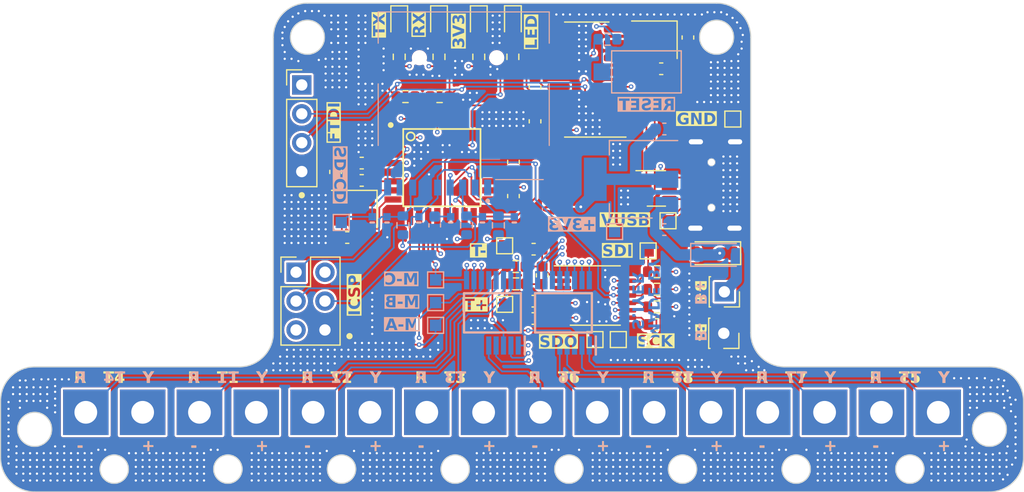
<source format=kicad_pcb>
(kicad_pcb (version 20221018) (generator pcbnew)
  (title_block (title "Temperature Thing with Thermocouple - 3.3V") (rev "v2.0.1") (comment 1 "Siddhaanth S Iyer") (comment 2 "Designed and Developed by for DRDO,") (comment 3 "made to work with Thermocouples") (comment 4 "A Temperature Reading and Storage Device"))
  (layers (0 "F.Cu" signal) (1 "In1.Cu" power "+3.3V") (2 "In2.Cu" power "GND") (31 "B.Cu" signal) (34 "B.Paste" user) (35 "F.Paste" user) (36 "B.SilkS" user "B.Silkscreen") (37 "F.SilkS" user "F.Silkscreen") (38 "B.Mask" user) (39 "F.Mask" user) (44 "Edge.Cuts" user))
  (net 0 "")
  (net 1 "+3V3")
  (net 2 "GND")
  (net 3 "Net-(U2-T+)")
  (net 4 "Net-(U2-BIAS)")
  (net 5 "Net-(U1-XI)")
  (net 6 "Net-(U1-~{DTR})")
  (net 7 "RESET")
  (net 8 "Net-(U1-XO)")
  (net 9 "Net-(U5-AREF)")
  (net 10 "Net-(U5-PB6)")
  (net 11 "Net-(U5-PB7)")
  (net 12 "Net-(D1-A)")
  (net 13 "TX")
  (net 14 "Net-(D2-A)")
  (net 15 "RX")
  (net 16 "Net-(D3-A)")
  (net 17 "Net-(D4-A)")
  (net 18 "+5VA")
  (net 19 "BATT+")
  (net 20 "Net-(J1-Pin_1)")
  (net 21 "Net-(J2-Pin_1)")
  (net 22 "Net-(J3-Pin_1)")
  (net 23 "Net-(J4-Pin_1)")
  (net 24 "Net-(J5-Pin_1)")
  (net 25 "Net-(J6-Pin_1)")
  (net 26 "Net-(J7-Pin_1)")
  (net 27 "Net-(J8-Pin_1)")
  (net 28 "Net-(J9-Pin_1)")
  (net 29 "Net-(J10-Pin_1)")
  (net 30 "Net-(J11-Pin_1)")
  (net 31 "Net-(J12-Pin_1)")
  (net 32 "Net-(J14-Pin_1)")
  (net 33 "Net-(J17-Pin_1)")
  (net 34 "MAX_SDO")
  (net 35 "MAX_SCK")
  (net 36 "MAX_SDI")
  (net 37 "UD- (CONN)")
  (net 38 "UD+ (CONN)")
  (net 39 "LED")
  (net 40 "T+MUX")
  (net 41 "T-MUX")
  (net 42 "SD_CS")
  (net 43 "Net-(U5-PD0)")
  (net 44 "Net-(U5-PD1)")
  (net 45 "SD_CD")
  (net 46 "MUX_C")
  (net 47 "MUX_B")
  (net 48 "MUX_A")
  (net 49 "UD+")
  (net 50 "UD-")
  (net 58 "MAX_DRDY")
  (net 59 "MAX_CS")
  (net 60 "MAX_FAULT")
  (net 72 "Net-(#FLG02-pwr)")
  (net 73 "Net-(J15-Pin_1)")
  (net 74 "Net-(J19-Pin_1)")
  (footprint "Crystal:Crystal_SMD_3225-4Pin_3.2x2.5mm" (layer "F.Cu") (at 125.125 98.125 180)
    (fp_text reference "Y2" hide)
    (fp_text value "16MHz")
  )
  (footprint "Capacitor_SMD:C_0603_1608Metric" (layer "F.Cu") (at 140.9 106.225)
    (fp_text reference "C4" hide)
    (fp_text value "100n")
  )
  (footprint "Resistor_SMD:R_0603_1608Metric" (layer "F.Cu") (at 139.325 103.175)
    (fp_text reference "R5" hide)
    (fp_text value "100")
  )
  (footprint "Capacitor_SMD:C_0603_1608Metric" (layer "F.Cu") (at 141.025 90.4 -90)
    (fp_text reference "C3" hide)
    (fp_text value "100n")
  )
  (footprint "ATMEGA328P-AU:ATMEGA328P-AU" (layer "F.Cu") (at 132.825 94.475)
    (fp_text reference "U5" hide)
    (fp_text value "ATMEGA328P-AU")
  )
  (footprint "LED_SMD:LED_0603_1608Metric" (layer "F.Cu") (at 129.075 81.725 -90)
    (fp_text reference "D1" hide)
    (fp_text value "LED")
  )
  (footprint "TestPoint:TestPoint_Pad_1.0x1.0mm" (layer "F.Cu") (at 148.35 109.6)
    (fp_text reference "TP4" hide)
    (fp_text value "~")
  )
  (footprint "Mounting Holes:M2-Plated-Hole" (layer "F.Cu") (at 166.5 116 90)
    (fp_text reference "J7" hide)
    (fp_text value "T7+")
  )
  (footprint "Package_TO_SOT_SMD:SOT-23-6" (layer "F.Cu") (at 151.7 96.3)
    (fp_text reference "U7" hide)
    (fp_text value "USBLC6-2SC6")
  )
  (footprint "Capacitor_SMD:C_0603_1608Metric" (layer "F.Cu") (at 151.75 108.275)
    (fp_text reference "C2" hide)
    (fp_text value "100n")
  )
  (footprint "LED_SMD:LED_0603_1608Metric" (layer "F.Cu") (at 136.075 81.725 -90)
    (fp_text reference "D4" hide)
    (fp_text value "LED")
  )
  (footprint "Resistor_SMD:R_0603_1608Metric" (layer "F.Cu") (at 129.625 88.225)
    (fp_text reference "R15" hide)
    (fp_text value "1k")
  )
  (footprint "Connector_PinHeader_2.54mm:PinHeader_2x03_P2.54mm_Vertical" (layer "F.Cu") (at 120 103.675)
    (fp_text reference "J18" hide)
    (fp_text value "ICSP")
  )
  (footprint "Resistor_SMD:R_0603_1608Metric" (layer "F.Cu") (at 139.35 104.7)
    (fp_text reference "R4" hide)
    (fp_text value "100")
  )
  (footprint "Mounting Holes:M2-Plated-Hole" (layer "F.Cu") (at 121.5 116 90)
    (fp_text reference "J10" hide)
    (fp_text value "T2-")
  )
  (footprint "Resistor_SMD:R_0603_1608Metric" (layer "F.Cu") (at 151.75 106.725 180)
    (fp_text reference "R10" hide)
    (fp_text value "10k")
  )
  (footprint "TestPoint:TestPoint_Pad_1.0x1.0mm" (layer "F.Cu") (at 138.35 101.35)
    (fp_text reference "TP10" hide)
    (fp_text value "~")
  )
  (footprint "Package_SO:TSSOP-14_4.4x5mm_P0.65mm" (layer "F.Cu") (at 146.325 105.725)
    (fp_text reference "U2" hide)
    (fp_text value "MAX31856")
  )
  (footprint "Capacitor_SMD:C_0603_1608Metric" (layer "F.Cu") (at 140.9 101.65 180)
    (fp_text reference "C8" hide)
    (fp_text value "100n")
  )
  (footprint "Mounting Holes:M2-Plated-Hole" (layer "F.Cu") (at 141.5 116 90)
    (fp_text reference "J15" hide)
    (fp_text value "T6-")
  )
  (footprint "Resistor_SMD:R_0603_1608Metric" (layer "F.Cu") (at 132.625 88.225 180)
    (fp_text reference "R14" hide)
    (fp_text value "1k")
  )
  (footprint "USB Connectors:XKB-micro-USB" (layer "F.Cu") (at 155.675 96 90)
    (fp_text reference "J13" hide)
    (fp_text value "USB_B_Micro")
    (fp_circle (center -2 0.87) (end -1.675 0.87) (stroke (width 0.05)) (fill none) (layer "Edge.Cuts"))
    (fp_circle (center 2 0.87) (end 2.325 0.87) (stroke (width 0.05)) (fill none) (layer "Edge.Cuts"))
  )
  (footprint "Capacitor_SMD:C_0603_1608Metric" (layer "F.Cu") (at 140.9 107.75 180)
    (fp_text reference "C1" hide)
    (fp_text value "100n")
  )
  (footprint "Connector_PinSocket_2.54mm:PinSocket_1x01_P2.54mm_Vertical" (layer "F.Cu") (at 157.68 105.4 -90)
    (fp_text reference "J16" hide)
    (fp_text value "B+")
  )
  (footprint "Capacitor_SMD:C_0603_1608Metric" (layer "F.Cu") (at 123.475 94.85 -90)
    (fp_text reference "C15" hide)
    (fp_text value "22p")
  )
  (footprint "TestPoint:TestPoint_Pad_1.0x1.0mm" (layer "F.Cu") (at 138.35 106.5)
    (fp_text reference "TP6" hide)
    (fp_text value "~")
  )
  (footprint "Capacitor_SMD:C_0603_1608Metric" (layer "F.Cu") (at 139.125 93.975 -90)
    (fp_text reference "C13" hide)
    (fp_text value "100n")
  )
  (footprint "Resistor_SMD:R_0603_1608Metric" (layer "F.Cu") (at 132.575 84.725 90)
    (fp_text reference "R2" hide)
    (fp_text value "1k")
  )
  (footprint "Mounting Holes:M2-Plated-Hole" (layer "F.Cu") (at 131.5 116 90)
    (fp_text reference "J11" hide)
    (fp_text value "T3-")
  )
  (footprint "Capacitor_SMD:C_0603_1608Metric" (layer "F.Cu") (at 139.125 96.975 90)
    (fp_text reference "C12" hide)
    (fp_text value "1u")
  )
  (footprint "TestPoint:TestPoint_Pad_1.0x1.0mm" (layer "F.Cu") (at 146.3 109.6)
    (fp_text reference "TP2" hide)
    (fp_text value "~")
  )
  (footprint "Mounting Holes:M2-Plated-Hole" (layer "F.Cu") (at 126.5 116 90)
    (fp_text reference "J2" hide)
    (fp_text value "T2+")
  )
  (footprint "Resistor_SMD:R_0603_1608Metric" (layer "F.Cu") (at 151.75 103.625 180)
    (fp_text reference "R8" hide)
    (fp_text value "10k")
  )
  (footprint "LED_SMD:LED_0603_1608Metric" (layer "F.Cu") (at 139.075 81.72 -90)
    (fp_text reference "D3" hide)
    (fp_text value "LED")
  )
  (footprint "Mounting Holes:M2-Plated-Hole" (layer "F.Cu") (at 156.5 116 90)
    (fp_text reference "J8" hide)
    (fp_text value "T8+")
  )
  (footprint "Capacitor_SMD:C_0603_1608Metric" (layer "F.Cu") (at 152.125 85.775 180)
    (fp_text reference "C6" hide)
    (fp_text value "22p")
  )
  (footprint "Capacitor_SMD:C_0603_1608Metric" (layer "F.Cu") (at 125.775 95.6)
    (fp_text reference "C11" hide)
    (fp_text value "4.7u")
  )
  (footprint "Mounting Holes:M2-Plated-Hole" (layer "F.Cu") (at 116.5 116 90)
    (fp_text reference "J1" hide)
    (fp_text value "T1+")
  )
  (footprint "Resistor_SMD:R_0603_1608Metric" (layer "F.Cu") (at 129.075 84.725 90)
    (fp_text reference "R1" hide)
    (fp_text value "1k")
  )
  (footprint "Connector_PinHeader_2.54mm:PinHeader_1x04_P2.54mm_Vertical" (layer "F.Cu") (at 120.5 87.2)
    (fp_text reference "J21" hide)
    (fp_text value "FTDI")
  )
  (footprint "Mounting Holes:M2-Plated-Hole" (layer "F.Cu") (at 106.5 116 90)
    (fp_text reference "J4" hide)
    (fp_text value "T4+")
  )
  (footprint "Mounting Holes:M2-Plated-Hole" (layer "F.Cu") (at 146.5 116 90)
    (fp_text reference "J6" hide)
    (fp_text value "T6+")
  )
  (footprint "Mounting Holes:M2-Plated-Hole" (layer "F.Cu") (at 101.5 116 90)
    (fp_text reference "J12" hide)
    (fp_text value "T4-")
  )
  (footprint "Mounting Holes:M2-Plated-Hole" (layer "F.Cu") (at 136.5 116 90)
    (fp_text reference "J3" hide)
    (fp_text value "T3+")
  )
  (footprint "Capacitor_SMD:C_0603_1608Metric" (layer "F.Cu") (at 141.65 103.95 90)
    (fp_text reference "C5" hide)
    (fp_text value "1u")
  )
  (footprint "TestPoint:TestPoint_Pad_1.0x1.0mm" (layer "F.Cu") (at 150.975 101.8)
    (fp_text reference "TP1" hide)
    (fp_text value "~")
  )
  (footprint "Resistor_SMD:R_0603_1608Metric" (layer "F.Cu") (at 139.075 84.725 -90)
    (fp_text reference "R6" hide)
    (fp_text value "1k")
  )
  (footprint "TestPoint:TestPoint_Pad_1.0x1.0mm" (layer "F.Cu") (at 152.725 99.15)
    (fp_text reference "TP3" hide)
    (fp_text value "~")
  )
  (footprint "Capacitor_SMD:C_0603_1608Metric" (layer "F.Cu") (at 125.775 94.075)
    (fp_text reference "C10" hide)
    (fp_text value "1u")
  )
  (footprint "Resistor_SMD:R_0603_1608Metric" (layer "F.Cu") (at 136.075 84.725 90)
    (fp_text reference "R7" hide)
    (fp_text value "1k")
  )
  (footprint "Mounting Holes:M2-Plated-Hole" (layer "F.Cu") (at 171.5 116 90)
    (fp_text reference "J14" hide)
    (fp_text value "T5-")
  )
  (footprint "TestPoint:TestPoint_Pad_1.0x1.0mm" (layer "F.Cu") (at 158.425 90.2)
    (fp_text reference "TP11" hide)
    (fp_text value "~")
  )
  (footprint "LED_SMD:LED_0603_1608Metric" (layer "F.Cu") (at 132.575 81.725 -90)
    (fp_text reference "D2" hide)
    (fp_text value "LED")
  )
  (footprint "Mounting Holes:M2-Plated-Hole" (layer "F.Cu") (at 161.5 116 90)
    (fp_text reference "J17" hide)
    (fp_text value "T7-")
  )
  (footprint "Capacitor_SMD:C_0603_1608Metric" (layer "F.Cu") (at 154.475 83.025 90)
    (fp_text reference "C9" hide)
    (fp_text value "22p")
  )
  (footprint "Capacitor_SMD:C_0603_1608Metric" (layer "F.Cu") (at 141.025 87.375 -90)
    (fp_text reference "C7" hide)
    (fp_text value "100n")
  )
  (footprint "Mounting Holes:M2-Plated-Hole" (layer "F.Cu") (at 176.5 116 90)
    (fp_text reference "J5" hide)
    (fp_text value "T5+")
  )
  (footprint "Mounting Holes:M2-Plated-Hole" (layer "F.Cu") (at 111.5 116 90)
    (fp_text reference "J9" hide)
    (fp_text value "T1-")
  )
  (footprint "Mounting Holes:M2-Plated-Hole" (layer "F.Cu") (at 151.5 116 90)
    (fp_text reference "J19" hide)
    (fp_text value "T8-")
  )
  (footprint "Package_SO:SOIC-16_3.9x9.9mm_P1.27mm" (layer "F.Cu") (at 145.575 86.725 180)
    (fp_text reference "U1" hide)
    (fp_text value "CH340G")
  )
  (footprint "Diode_SMD:D_SOD-123" (layer "F.Cu") (at 156.75 102 180)
    (fp_text reference "D5" hide)
    (fp_text value "1N4148")
  )
  (footprint "Connector_PinSocket_2.54mm:PinSocket_1x01_P2.54mm_Vertical" (layer "F.Cu") (at 157.63 109.05 -90)
    (fp_text reference "J20" hide)
    (fp_text value "B-")
  )
  (footprint "Resistor_SMD:R_0603_1608Metric" (layer "F.Cu") (at 151.75 105.175 180)
    (fp_text reference "R9" hide)
    (fp_text value "10k")
  )
  (footprint "Capacitor_SMD:C_0603_1608Metric" (layer "F.Cu") (at 124.5 100.625 180)
    (fp_text reference "C16" hide)
    (fp_text value "22p")
  )
  (footprint "Crystal:Crystal_SMD_3225-4Pin_3.2x2.5mm" (layer "F.Cu") (at 151.525 83.225 180)
    (fp_text reference "Y1" hide)
    (fp_text value "12MHz")
  )
  (footprint "TestPoint:TestPoint_Pad_1.0x1.0mm" (layer "B.Cu") (at 123.975 99.3 180)
    (fp_text reference "TP12" hide)
    (fp_text value "~")
  )
  (footprint "Capacitor_SMD:C_0603_1608Metric" (layer "B.Cu") (at 132.2 99.55 -90)
    (fp_text reference "C14" hide)
    (fp_text value "10u")
  )
  (footprint "Resistor_SMD:R_0603_1608Metric" (layer "B.Cu") (at 137.8 99.55 -90)
    (fp_text reference "R12" hide)
    (fp_text value "10k")
  )
  (footprint "CG402MLU-3_3G:CG402MLU-3_3G" (layer "B.Cu") (at 130.8 99.3 90)
    (fp_text reference "RV1" hide)
    (fp_text value "CG0402MLU-3.3G" hide)
  )
  (footprint "Package_TO_SOT_SMD:SOT-223-3_TabPin2" (layer "B.Cu") (at 149.475 95.5 180)
    (fp_text reference "U8" hide)
    (fp_text value "AMS1117-3.3")
  )
  (footprint "TestPoint:TestPoint_Pad_1.0x1.0mm" (layer "B.Cu") (at 132.275 108.35 180)
    (fp_text reference "TP9" hide)
    (fp_text value "~")
  )
  (footprint "CD4051BPWR:CD4051BPWR" (layer "B.Cu") (at 143.525 107.25 90)
    (fp_text reference "U3" hide)
    (fp_text value "CD4051B" hide)
  )
  (footprint "Resistor_SMD:R_0603_1608Metric" (layer "B.Cu") (at 147.4 83.175 180)
    (fp_text reference "R3" hide)
    (fp_text value "1k")
  )
  (footprint "CG402MLU-3_3G:CG402MLU-3_3G" (layer "B.Cu") (at 139.2 99.3 90)
    (fp_text reference "RV3" hide)
    (fp_text value "CG0402MLU-3.3G" hide)
  )
  (footprint "Diode_SMD:D_SOD-123" (layer "B.Cu") (at 157.08 102.15)
    (fp_text reference "D6" hide)
    (fp_text value "1N4148")
  )
  (footprint "Capacitor_SMD:C_0603_1608Metric" (layer "B.Cu") (at 152.4 99.925)
    (fp_text reference "C17" hide)
    (fp_text value "10u")
  )
  (footprint "CG402MLU-3_3G:CG402MLU-3_3G" (layer "B.Cu") (at 136.4 99.3 90)
    (fp_text reference "RV4" hide)
    (fp_text value "CG0402MLU-3.3G" hide)
  )
  (footprint "CG402MLU-3_3G:CG402MLU-3_3G" (layer "B.Cu") (at 126.7 99.3 90)
    (fp_text reference "RV6" hide)
    (fp_text value "CG0402MLU-3.3G" hide)
  )
  (footprint "Button_Switch_SMD:SW_SPST_CK_RS282G05A3" (layer "B.Cu") (at 150.825 86.05 180)
    (fp_text reference "SW1" hide)
    (fp_text value "SW_Push")
  )
  (footprint "TestPoint:TestPoint_Pad_1.0x1.0mm" (layer "B.Cu") (at 132.275 104.35 180)
    (fp_text reference "TP7" hide)
    (fp_text value "~")
  )
  (footprint "CG402MLU-3_3G:CG402MLU-3_3G" (layer "B.Cu") (at 133.6 99.3 90)
    (fp_text reference "RV5" hide)
    (fp_text value "CG0402MLU-3.3G" hide)
  )
  (footprint "Resistor_SMD:R_0603_1608Metric" (layer "B.Cu") (at 135 99.55 90)
    (fp_text reference "R13" hide)
    (fp_text value "10k")
  )
  (footprint "TestPoint:TestPoint_Pad_1.0x1.0mm" (layer "B.Cu") (at 148.025 100.1 -90)
    (fp_text reference "TP5" hide)
    (fp_text value "~")
  )
  (footprint "GCT-MICROSD-HOLDER:GCT-MICROSD-HOLDER" (layer "B.Cu") (at 134.75 88.5)
    (fp_text reference "U4" hide)
    (fp_text value "microSD Card" hide)
  )
  (footprint "CG402MLU-3_3G:CG402MLU-3_3G" (layer "B.Cu") (at 128 99.3 90)
    (fp_text reference "RV2" hide)
    (fp_text value "CG0402MLU-3.3G" hide)
  )
  (footprint "Resistor_SMD:R_0603_1608Metric" (layer "B.Cu") (at 129.4 99.55 90)
    (fp_text reference "R11" hide)
    (fp_text value "10k")
  )
  (footprint "CD4051BPWR:CD4051BPWR" (layer "B.Cu") (at 137.275 107.25 90)
    (fp_text reference "U6" hide)
    (fp_text value "CD4051B" hide)
  )
  (footprint "TestPoint:TestPoint_Pad_1.0x1.0mm" (layer "B.Cu") (at 132.275 106.35 180)
    (fp_text reference "TP8" hide)
    (fp_text value "~")
  )
  (footprint "Capacitor_SMD:C_0603_1608Metric" (layer "B.Cu") (at 152.4 91.075)
    (fp_text reference "C18" hide)
    (fp_text value "10u")
  )
  (gr_circle (center 120.5 96.9) (end 120.7 96.9) (stroke (width 0.15)) (fill solid) (layer "F.SilkS"))
  (gr_circle (center 124.7 109.3) (end 124.9 109.3) (stroke (width 0.15)) (fill solid) (layer "F.SilkS"))
  (gr_circle (center 164 121) (end 165.25 121) (stroke (width 0.1)) (fill none) (layer "Edge.Cuts"))
  (gr_arc (start 97 123) (mid 94.87868 122.12132) (end 94 120) (stroke (width 0.1)) (layer "Edge.Cuts"))
  (gr_arc (start 184 120) (mid 183.12132 122.12132) (end 181 123) (stroke (width 0.1)) (layer "Edge.Cuts"))
  (gr_line (start 115 112) (end 97 112) (stroke (width 0.1)) (layer "Edge.Cuts"))
  (gr_circle (center 121 83) (end 122.5 83) (stroke (width 0.1)) (fill none) (layer "Edge.Cuts"))
  (gr_arc (start 118 109) (mid 117.12132 111.12132) (end 115 112) (stroke (width 0.1)) (layer "Edge.Cuts"))
  (gr_circle (center 97 117.5) (end 98.5 117.5) (stroke (width 0.1)) (fill none) (layer "Edge.Cuts"))
  (gr_arc (start 157 80) (mid 159.12132 80.87868) (end 160 83) (stroke (width 0.1)) (layer "Edge.Cuts"))
  (gr_circle (center 154 121) (end 155.25 121) (stroke (width 0.1)) (fill none) (layer "Edge.Cuts"))
  (gr_circle (center 114 121) (end 115.25 121) (stroke (width 0.1)) (fill none) (layer "Edge.Cuts"))
  (gr_arc (start 94 115) (mid 94.87868 112.87868) (end 97 112) (stroke (width 0.1)) (layer "Edge.Cuts"))
  (gr_line (start 97 123) (end 181 123) (stroke (width 0.1)) (layer "Edge.Cuts"))
  (gr_arc (start 118 83) (mid 118.87868 80.87868) (end 121 80) (stroke (width 0.1)) (layer "Edge.Cuts"))
  (gr_circle (center 104 121) (end 105.25 121) (stroke (width 0.1)) (fill none) (layer "Edge.Cuts"))
  (gr_line (start 121 80) (end 157 80) (stroke (width 0.1)) (layer "Edge.Cuts"))
  (gr_circle (center 124 121) (end 125.25 121) (stroke (width 0.1)) (fill none) (layer "Edge.Cuts"))
  (gr_circle (center 134 121) (end 135.25 121) (stroke (width 0.1)) (fill none) (layer "Edge.Cuts"))
  (gr_circle (center 157 83) (end 158.5 83) (stroke (width 0.1)) (fill none) (layer "Edge.Cuts"))
  (gr_arc (start 181 112.000002) (mid 183.121319 112.878681) (end 183.999998 115) (stroke (width 0.1)) (layer "Edge.Cuts"))
  (gr_line (start 181 112.000002) (end 163 112) (stroke (width 0.1)) (layer "Edge.Cuts"))
  (gr_line (start 94 115) (end 94 120) (stroke (width 0.1)) (layer "Edge.Cuts"))
  (gr_arc (start 163 112) (mid 160.87868 111.12132) (end 160 109) (stroke (width 0.1)) (layer "Edge.Cuts"))
  (gr_line (start 160 83) (end 160 109) (stroke (width 0.1)) (layer "Edge.Cuts"))
  (gr_circle (center 181 117.5) (end 182.5 117.5) (stroke (width 0.1)) (fill none) (layer "Edge.Cuts"))
  (gr_line (start 118 109) (end 118 83) (stroke (width 0.1)) (layer "Edge.Cuts"))
  (gr_circle (center 174 121) (end 175.25 121) (stroke (width 0.1)) (fill none) (layer "Edge.Cuts"))
  (gr_line (start 184.000001 120) (end 184 115) (stroke (width 0.1)) (layer "Edge.Cuts"))
  (gr_circle (center 144 121) (end 145.25 121) (stroke (width 0.1)) (fill none) (layer "Edge.Cuts"))
  (gr_text "S.IYER" (at 143.6 96.5 90) (layer "F.Cu") (effects (font (size 1 1) (thickness 0.25) bold)))
  (gr_text "MADE BY" (at 142.3 96.5 90) (layer "F.Cu") (effects (font (size 1 1) (thickness 0.25) bold)))
  (gr_text "S.IYER" (at 150 106.2 270) (layer "B.Cu") (effects (font (size 1 1) (thickness 0.25) bold) (justify mirror)))
  (gr_text "MADE BY" (at 151.4 106 270) (layer "B.Cu") (effects (font (size 1 1) (thickness 0.25) bold) (justify mirror)))
  (gr_text "Y" (at 167 113) (layer "B.SilkS") (effects (font (size 1 1) (thickness 0.25) bold) (justify mirror)))
  (gr_text "Y" (at 177 113) (layer "B.SilkS") (effects (font (size 1 1) (thickness 0.25) bold) (justify mirror)))
  (gr_text "-" (at 171 119) (layer "B.SilkS") (effects (font (size 1 1) (thickness 0.25) bold) (justify mirror)))
  (gr_text "SD-CD" (at 123.975 95.1 90) (layer "B.SilkS" knockout) (effects (font (size 1 1) (thickness 0.25) bold) (justify mirror)))
  (gr_text "T2" (at 124 113) (layer "B.SilkS") (effects (font (size 1 1) (thickness 0.25) bold) (justify mirror)))
  (gr_text "-" (at 161 119) (layer "B.SilkS") (effects (font (size 1 1) (thickness 0.25) bold) (justify mirror)))
  (gr_text "+" (at 137 119) (layer "B.SilkS") (effects (font (size 1 1) (thickness 0.25) bold) (justify mirror)))
  (gr_text "-" (at 131 119) (layer "B.SilkS") (effects (font (size 1 1) (thickness 0.25) bold) (justify mirror)))
  (gr_text "+" (at 107 119) (layer "B.SilkS") (effects (font (size 1 1) (thickness 0.25) bold) (justify mirror)))
  (gr_text "R" (at 131 113) (layer "B.SilkS") (effects (font (size 1 1) (thickness 0.25) bold) (justify mirror)))
  (gr_text "R" (at 151 113) (layer "B.SilkS") (effects (font (size 1 1) (thickness 0.25) bold) (justify mirror)))
  (gr_text "+" (at 147 119) (layer "B.SilkS") (effects (font (size 1 1) (thickness 0.25) bold) (justify mirror)))
  (gr_text "T6" (at 144 113) (layer "B.SilkS") (effects (font (size 1 1) (thickness 0.25) bold) (justify mirror)))
  (gr_text "-" (at 101 119) (layer "B.SilkS") (effects (font (size 1 1) (thickness 0.25) bold) (justify mirror)))
  (gr_text "-" (at 141 119) (layer "B.SilkS") (effects (font (size 1 1) (thickness 0.25) bold) (justify mirror)))
  (gr_text "-" (at 151 119) (layer "B.SilkS") (effects (font (size 1 1) (thickness 0.25) bold) (justify mirror)))
  (gr_text "Y" (at 137 113) (layer "B.SilkS") (effects (font (size 1 1) (thickness 0.25) bold) (justify mirror)))
  (gr_text "+" (at 117 119) (layer "B.SilkS") (effects (font (size 1 1) (thickness 0.25) bold) (justify mirror)))
  (gr_text "+" (at 157 119) (layer "B.SilkS") (effects (font (size 1 1) (thickness 0.25) bold) (justify mirror)))
  (gr_text "R" (at 161 113) (layer "B.SilkS") (effects (font (size 1 1) (thickness 0.25) bold) (justify mirror)))
  (gr_text "T4" (at 104 113) (layer "B.SilkS") (effects (font (size 1 1) (thickness 0.25) bold) (justify mirror)))
  (gr_text "T3" (at 134 113) (layer "B.SilkS") (effects (font (size 1 1) (thickness 0.25) bold) (justify mirror)))
  (gr_text "Y" (at 127 113) (layer "B.SilkS") (effects (font (size 1 1) (thickness 0.25) bold) (justify mirror)))
  (gr_text "M-B" (at 129.325 106.35) (layer "B.SilkS" knockout) (effects (font (size 1 1) (thickness 0.25) bold) (justify mirror)))
  (gr_text "T1" (at 114 113) (layer "B.SilkS") (effects (font (size 1 1) (thickness 0.25) bold) (justify mirror)))
  (gr_text "R" (at 121 113) (layer "B.SilkS") (effects (font (size 1 1) (thickness 0.25) bold) (justify mirror)))
  (gr_text "R" (at 141 113) (layer "B.SilkS") (effects (font (size 1 1) (thickness 0.25) bold) (justify mirror)))
  (gr_text "+" (at 167 119) (layer "B.SilkS") (effects (font (size 1 1) (thickness 0.25) bold) (justify mirror)))
  (gr_text "T5" (at 174 113) (layer "B.SilkS") (effects (font (size 1 1) (thickness 0.25) bold) (justify mirror)))
  (gr_text "Y" (at 147 113) (layer "B.SilkS") (effects (font (size 1 1) (thickness 0.25) bold) (justify mirror)))
  (gr_text "B+" (at 155.525 105.45 270) (layer "B.SilkS") (effects (font (size 1 1) (thickness 0.25) bold) (justify mirror)))
  (gr_text "M-C" (at 129.275 104.35) (layer "B.SilkS" knockout) (effects (font (size 1 1) (thickness 0.25) bold) (justify mirror)))
  (gr_text "Y" (at 157 113) (layer "B.SilkS") (effects (font (size 1 1) (thickness 0.25) bold) (justify mirror)))
  (gr_text "T8" (at 154 113) (layer "B.SilkS") (effects (font (size 1 1) (thickness 0.25) bold) (justify mirror)))
  (gr_text "+3V3" (at 144.275 99.55) (layer "B.SilkS" knockout) (effects (font (size 1 1) (thickness 0.25) bold) (justify mirror)))
  (gr_text "R" (at 111 113) (layer "B.SilkS") (effects (font (size 1 1) (thickness 0.25) bold) (justify mirror)))
  (gr_text "-" (at 111 119) (layer "B.SilkS") (effects (font (size 1 1) (thickness 0.25) bold) (justify mirror)))
  (gr_text "+" (at 177 119) (layer "B.SilkS") (effects (font (size 1 1) (thickness 0.25) bold) (justify mirror)))
  (gr_text "M-A" (at 129.375 108.35) (layer "B.SilkS" knockout) (effects (font (size 1 1) (thickness 0.25) bold) (justify mirror)))
  (gr_text "Y" (at 117 113) (layer "B.SilkS") (effects (font (size 1 1) (thickness 0.25) bold) (justify mirror)))
  (gr_text "R" (at 101 113) (layer "B.SilkS") (effects (font (size 1 1) (thickness 0.25) bold) (justify mirror)))
  (gr_text "RESET" (at 150.875 89) (layer "B.SilkS" knockout) (effects (font (size 1 1) (thickness 0.25) bold) (justify mirror)))
  (gr_text "-" (at 121 119) (layer "B.SilkS") (effects (font (size 1 1) (thickness 0.25) bold) (justify mirror)))
  (gr_text "Y" (at 107 113) (layer "B.SilkS") (effects (font (size 1 1) (thickness 0.25) bold) (justify mirror)))
  (gr_text "T7" (at 164 113) (layer "B.SilkS") (effects (font (size 1 1) (thickness 0.25) bold) (justify mirror)))
  (gr_text "B-" (at 155.525 108.95 -90) (layer "B.SilkS") (effects (font (size 1 1) (thickness 0.25) bold) (justify mirror)))
  (gr_text "+" (at 127 119) (layer "B.SilkS") (effects (font (size 1 1) (thickness 0.25) bold) (justify mirror)))
  (gr_text "R" (at 171 113) (layer "B.SilkS") (effects (font (size 1 1) (thickness 0.25) bold) (justify mirror)))
  (gr_text "T1" (at 114 113) (layer "F.SilkS") (effects (font (size 1 1) (thickness 0.25) bold)))
  (gr_text "GND" (at 155.225 90.25) (layer "F.SilkS" knockout) (effects (font (size 1 1) (thickness 0.25) bold)))
  (gr_text "-" (at 121 119) (layer "F.SilkS") (effects (font (size 1 1) (thickness 0.25) bold)))
  (gr_text "-" (at 141 119) (layer "F.SilkS") (effects (font (size 1 1) (thickness 0.25) bold)))
  (gr_text "+" (at 127 119) (layer "F.SilkS") (effects (font (size 1 1) (thickness 0.25) bold)))
  (gr_text "SCK" (at 151.575 109.8) (layer "F.SilkS" knockout) (effects (font (size 1 1) (thickness 0.25) bold)))
  (gr_text "T2" (at 124 113) (layer "F.SilkS") (effects (font (size 1 1) (thickness 0.25) bold)))
  (gr_text "R" (at 101 113) (layer "F.SilkS") (effects (font (size 1 1) (thickness 0.25) bold)))
  (gr_text "+" (at 167 119) (layer "F.SilkS") (effects (font (size 1 1) (thickness 0.25) bold)))
  (gr_text "T5" (at 174 113) (layer "F.SilkS") (effects (font (size 1 1) (thickness 0.25) bold)))
  (gr_text "+" (at 107 119) (layer "F.SilkS") (effects (font (size 1 1) (thickness 0.25) bold)))
  (gr_text "Y" (at 147 113) (layer "F.SilkS") (effects (font (size 1 1) (thickness 0.25) bold)))
  (gr_text "T4" (at 104 113) (layer "F.SilkS") (effects (font (size 1 1) (thickness 0.25) bold)))
  (gr_text "FTDI" (at 123.4 90.5 90) (layer "F.SilkS" knockout) (effects (font (size 1 1) (thickness 0.25) bold)))
  (gr_text "3V3" (at 134.375 82.45 90) (layer "F.SilkS" knockout) (effects (font (size 1 1) (thickness 0.25) bold)))
  (gr_text "-" (at 161 119) (layer "F.SilkS") (effects (font (size 1 1) (thickness 0.25) bold)))
  (gr_text "T6" (at 144 113) (layer "F.SilkS") (effects (font (size 1 1) (thickness 0.25) bold)))
  (gr_text "-" (at 101 119) (layer "F.SilkS") (effects (font (size 1 1) (thickness 0.25) bold)))
  (gr_text "TX" (at 127.375 81.9 90) (layer "F.SilkS" knockout) (effects (font (size 1 1) (thickness 0.25) bold)))
  (gr_text "-" (at 131 119) (layer "F.SilkS") (effects (font (size 1 1) (thickness 0.25) bold)))
  (gr_text "Y" (at 107 113) (layer "F.SilkS") (effects (font (size 1 1) (thickness 0.25) bold)))
  (gr_text "R" (at 131 113) (layer "F.SilkS") (effects (font (size 1 1) (thickness 0.25) bold)))
  (gr_text "Y" (at 117 113) (layer "F.SilkS") (effects (font (size 1 1) (thickness 0.25) bold)))
  (gr_text "Y" (at 167 113) (layer "F.SilkS") (effects (font (size 1 1) (thickness 0.25) bold)))
  (gr_text "+" (at 117 119) (layer "F.SilkS") (effects (font (size 1 1) (thickness 0.25) bold)))
  (gr_text "R" (at 161 113) (layer "F.SilkS") (effects (font (size 1 1) (thickness 0.25) bold)))
  (gr_text "R" (at 121 113) (layer "F.SilkS") (effects (font (size 1 1) (thickness 0.25) bold)))
  (gr_text "RX" (at 130.875 81.9 90) (layer "F.SilkS" knockout) (effects (font (size 1 1) (thickness 0.25) bold)))
  (gr_text "T3" (at 134 113) (layer "F.SilkS") (effects (font (size 1 1) (thickness 0.25) bold)))
  (gr_text "T+" (at 135.825 106.6) (layer "F.SilkS" knockout) (effects (font (size 1 1) (thickness 0.25) bold)))
  (gr_text "T-" (at 136.075 101.85) (layer "F.SilkS" knockout) (effects (font (size 1 1) (thickness 0.25) bold)))
  (gr_text "Y" (at 157 113) (layer "F.SilkS") (effects (font (size 1 1) (thickness 0.25) bold)))
  (gr_text "Y" (at 137 113) (layer "F.SilkS") (effects (font (size 1 1) (thickness 0.25) bold)))
  (gr_text "Y" (at 127 113) (layer "F.SilkS") (effects (font (size 1 1) (thickness 0.25) bold)))
  (gr_text "VUSB" (at 148.975 99.15) (layer "F.SilkS" knockout) (effects (font (size 1 1) (thickness 0.25) bold)))
  (gr_text "+" (at 157 119) (layer "F.SilkS") (effects (font (size 1 1) (thickness 0.25) bold)))
  (gr_text "B-" (at 155.525 108.95 270) (layer "F.SilkS") (effects (font (size 1 1) (thickness 0.25) bold)))
  (gr_text "Y" (at 177 113) (layer "F.SilkS") (effects (font (size 1 1) (thickness 0.25) bold)))
  (gr_text "SDO" (at 143.075 109.85) (layer "F.SilkS" knockout) (effects (font (size 1 1) (thickness 0.25) bold)))
  (gr_text "R" (at 151 113) (layer "F.SilkS") (effects (font (size 1 1) (thickness 0.25) bold)))
  (gr_text "R" (at 171 113) (layer "F.SilkS") (effects (font (size 1 1) (thickness 0.25) bold)))
  (gr_text "+" (at 177 119) (layer "F.SilkS") (effects (font (size 1 1) (thickness 0.25) bold)))
  (gr_text "-" (at 111 119) (layer "F.SilkS") (effects (font (size 1 1) (thickness 0.25) bold)))
  (gr_text "-" (at 151 119) (layer "F.SilkS") (effects (font (size 1 1) (thickness 0.25) bold)))
  (gr_text "+" (at 137 119) (layer "F.SilkS") (effects (font (size 1 1) (thickness 0.25) bold)))
  (gr_text "T8" (at 154 113) (layer "F.SilkS") (effects (font (size 1 1) (thickness 0.25) bold)))
  (gr_text "T7" (at 164 113) (layer "F.SilkS") (effects (font (size 1 1) (thickness 0.25) bold)))
  (gr_text "SDI" (at 148.275 101.85) (layer "F.SilkS" knockout) (effects (font (size 1 1) (thickness 0.25) bold)))
  (gr_text "R" (at 141 113) (layer "F.SilkS") (effects (font (size 1 1) (thickness 0.25) bold)))
  (gr_text "B+" (at 155.525 105.45 -90) (layer "F.SilkS") (effects (font (size 1 1) (thickness 0.25) bold)))
  (gr_text "R" (at 111 113) (layer "F.SilkS") (effects (font (size 1 1) (thickness 0.25) bold)))
  (gr_text "ICSP" (at 125.2 105.7 90) (layer "F.SilkS" knockout) (effects (font (size 1 1) (thickness 0.25) bold)))
  (gr_text "LED" (at 140.775 82.55 90) (layer "F.SilkS" knockout) (effects (font (size 1 1) (thickness 0.25) bold)))
  (gr_text "-" (at 171 119) (layer "F.SilkS") (effects (font (size 1 1) (thickness 0.25) bold)))
  (gr_text "+" (at 147 119) (layer "F.SilkS") (effects (font (size 1 1) (thickness 0.25) bold)))
  (segment (start 129.725 95.45) (end 129.725 95.15) (width 0.15) (layer "F.Cu") (net 1))
  (segment (start 139.125 96.2) (end 138.85 96.475) (width 0.15) (layer "F.Cu") (net 1))
  (segment (start 129.7 94.075) (end 129.725 94.05) (width 0.15) (layer "F.Cu") (net 1))
  (segment (start 144.655 91.17) (end 144.675 91.15) (width 0.15) (layer "F.Cu") (net 1))
  (segment (start 152.575 105.175) (end 153.4 105.175) (width 0.15) (layer "F.Cu") (net 1))
  (segment (start 126.55 95.6) (end 126.625 95.675) (width 0.15) (layer "F.Cu") (net 1))
  (segment (start 128.525 95.675) (end 129.5 95.675) (width 0.15) (layer "F.Cu") (net 1))
  (segment (start 152.575 103.625) (end 153.4 103.625) (width 0.15) (layer "F.Cu") (net 1))
  (segment (start 132.575 85.55) (end 131.675 85.55) (width 0.15) (layer "F.Cu") (net 1))
  (segment (start 126.625 95.675) (end 128.525 95.675) (width 0.15) (layer "F.Cu") (net 1))
  (segment (start 152.575 106.725) (end 153.4 106.725) (width 0.15) (layer "F.Cu") (net 1))
  (segment (start 152.075 94.848959) (end 151.9 95.023959) (width 0.15) (layer "F.Cu") (net 1))
  (segment (start 153.4 103.625) (end 153.425 103.65) (width 0.15) (layer "F.Cu") (net 1))
  (segment (start 141.025 91.175) (end 143.095 91.175) (width 0.15) (layer "F.Cu") (net 1))
  (segment (start 148.1 107.675) (end 148.075 107.65) (width 0.15) (layer "F.Cu") (net 1))
  (segment (start 152.523959 96.3) (end 152.8375 96.3) (width 0.15) (layer "F.Cu") (net 1))
  (segment (start 151.9 95.676041) (end 152.523959 96.3) (width 0.15) (layer "F.Cu") (net 1))
  (segment (start 149.1875 107.675) (end 148.1 107.675) (width 0.15) (layer "F.Cu") (net 1))
  (segment (start 153.4 106.725) (end 153.425 106.7) (width 0.15) (layer "F.Cu") (net 1))
  (segment (start 141.675 107.54467) (end 142.84467 106.375) (width 0.15) (layer "F.Cu") (net 1))
  (segment (start 136.075 85.55) (end 135.175 85.55) (width 0.15) (layer "F.Cu") (net 1))
  (segment (start 126.55 94.075) (end 128.525 94.075) (width 0.15) (layer "F.Cu") (net 1))
  (segment (start 153.4 105.175) (end 153.425 105.15) (width 0.15) (layer "F.Cu") (net 1))
  (segment (start 144.55 106.375) (end 144.575 106.4) (width 0.15) (layer "F.Cu") (net 1))
  (segment (start 129.5 95.675) (end 129.725 95.45) (width 0.15) (layer "F.Cu") (net 1))
  (segment (start 139.125 96.2) (end 140.025 96.2) (width 0.15) (layer "F.Cu") (net 1))
  (segment (start 143.095 91.175) (end 143.1 91.17) (width 0.15) (layer "F.Cu") (net 1))
  (segment (start 141.675 107.75) (end 141.675 107.54467) (width 0.15) (layer "F.Cu") (net 1))
  (segment (start 148.05 87.36) (end 149.465 87.36) (width 0.15) (layer "F.Cu") (net 1))
  (segment (start 152.075 94.349502) (end 152.075 94.848959) (width 0.15) (layer "F.Cu") (net 1))
  (segment (start 143.1 91.17) (end 144.655 91.17) (width 0.15) (layer "F.Cu") (net 1))
  (segment (start 149.1875 107.675) (end 150.375 107.675) (width 0.15) (layer "F.Cu") (net 1))
  (segment (start 150.375 107.675) (end 150.975 108.275) (width 0.15) (layer "F.Cu") (net 1))
  (segment (start 128.525 94.075) (end 129.7 94.075) (width 0.15) (layer "F.Cu") (net 1))
  (segment (start 129.075 85.55) (end 129.975 85.55) (width 0.15) (layer "F.Cu") (net 1))
  (segment (start 151.9 95.023959) (end 151.9 95.676041) (width 0.15) (layer "F.Cu") (net 1))
  (segment (start 143.4625 106.375) (end 144.55 106.375) (width 0.15) (layer "F.Cu") (net 1))
  (segment (start 142.84467 106.375) (end 143.4625 106.375) (width 0.15) (layer "F.Cu") (net 1))
  (segment (start 138.85 96.475) (end 137.125 96.475) (width 0.15) (layer "F.Cu") (net 1))
  (segment (start 149.465 87.36) (end 149.475 87.35) (width 0.15) (layer "F.Cu") (net 1))
  (via (at 140.025 96.2) (size 0.4) (drill 0.2) (layers "F.Cu" "B.Cu") (net 1))
  (via (at 153.425 105.15) (size 0.4) (drill 0.2) (layers "F.Cu" "B.Cu") (net 1))
  (via (at 144.575 106.4) (size 0.4) (drill 0.2) (layers "F.Cu" "B.Cu") (net 1))
  (via (at 144.675 91.15) (size 0.4) (drill 0.2) (layers "F.Cu" "B.Cu") (net 1))
  (via (at 139.425 102.35) (size 0.4) (drill 0.2) (layers "F.Cu" "B.Cu") (net 1))
  (via (at 129.725 95.15) (size 0.4) (drill 0.2) (layers "F.Cu" "B.Cu") (net 1))
  (via (at 149.475 87.35) (size 0.4) (drill 0.2) (layers "F.Cu" "B.Cu") (net 1))
  (via (at 152.075 94.349502) (size 0.4) (drill 0.2) (layers "F.Cu" "B.Cu") (net 1))
  (via (at 134.175 100.75) (size 0.4) (drill 0.2) (layers "F.Cu" "B.Cu") (net 1))
  (via (at 145.775 102.75) (size 0.4) (drill 0.2) (layers "F.Cu" "B.Cu") (net 1))
  (via (at 129.375 101.35) (size 0.4) (drill 0.2) (layers "F.Cu" "B.Cu") (net 1))
  (via (at 145.05 97.925) (size 0.6) (drill 0.25) (layers "F.Cu" "B.Cu") (net 1))
  (via (at 133.575 95.15) (size 0.4) (drill 0.2) (layers "F.Cu" "B.Cu") (net 1))
  (via (at 136.825 100.75) (size 0.4) (drill 0.2) (layers "F.Cu" "B.Cu") (net 1))
  (via (at 153.425 106.7) (size 0.4) (drill 0.2) (layers "F.Cu" "B.Cu") (net 1))
  (via (at 153.425 103.65) (size 0.4) (drill 0.2) (layers "F.Cu" "B.Cu") (net 1))
  (via (at 131.675 85.55) (size 0.4) (drill 0.2) (layers "F.Cu" "B.Cu") (net 1))
  (via (at 148.075 107.65) (size 0.4) (drill 0.2) (layers "F.Cu" "B.Cu") (net 1))
  (via (at 135.175 85.55) (size 0.4) (drill 0.2) (layers "F.Cu" "B.Cu") (net 1))
  (via (at 146.425 82.05) (size 0.4) (drill 0.2) (layers "F.Cu" "B.Cu") (net 1))
  (via (at 129.975 85.55) (size 0.4) (drill 0.2) (layers "F.Cu" "B.Cu") (net 1))
  (via (at 129.725 94.05) (size 0.4) (drill 0.2) (layers "F.Cu" "B.Cu") (net 1))
  (segment (start 133.555 98.755) (end 133.6 98.8) (width 0.15) (layer "B.Cu") (net 1))
  (segment (start 139.55 104.375) (end 139.55 102.475) (width 0.15) (layer "B.Cu") (net 1))
  (segment (start 147.1 82.05) (end 148.225 83.175) (width 0.15) (layer "B.Cu") (net 1))
  (segment (start 149.875 93.95) (end 149.875 95.5) (width 1) (layer "B.Cu") (net 1))
  (segment (start 132.2 98.775) (end 133.575 98.775) (width 0.15) (layer "B.Cu") (net 1))
  (segment (start 145.8 102.775) (end 145.775 102.75) (width 0.15) (layer "B.Cu") (net 1))
  (segment (start 129.4 100.375) (end 129.4 101.325) (width 0.15) (layer "B.Cu") (net 1))
  (segment (start 145.8 104.375) (end 145.8 102.775) (width 0.15) (layer "B.Cu") (net 1))
  (segment (start 137.8 100.375) (end 137.425 100.75) (width 0.15) (layer "B.Cu") (net 1))
  (segment (start 133.575 98.775) (end 133.6 98.8) (width 0.15) (layer "B.Cu") (net 1))
  (segment (start 152.625 95.5) (end 149.875 95.5) (width 1) (layer "B.Cu") (net 1))
  (segment (start 146.425 82.05) (end 147.1 82.05) (width 0.15) (layer "B.Cu") (net 1))
  (segment (start 146.325 96.65) (end 146.325 95.5) (width 1) (layer "B.Cu") (net 1))
  (segment (start 149.875 92.825) (end 149.875 93.95) (width 1) (layer "B.Cu") (net 1))
  (segment (start 145.05 97.925) (end 146.325 96.65) (width 1) (layer "B.Cu") (net 1))
  (segment (start 148.025 100.1) (end 148.025 95.5) (width 0.15) (layer "B.Cu") (net 1))
  (segment (start 149.875 95.5) (end 146.325 95.5) (width 1) (layer "B.Cu") (net 1))
  (segment (start 137.425 100.75) (end 136.825 100.75) (width 0.15) (layer "B.Cu") (net 1))
  (segment (start 152.075 94.349502) (end 152.075 94.95) (width 0.15) (layer "B.Cu") (net 1))
  (segment (start 133.555 96.225) (end 133.555 98.755) (width 0.15) (layer "B.Cu") (net 1))
  (segment (start 139.55 102.475) (end 139.425 102.35) (width 0.15) (layer "B.Cu") (net 1))
  (segment (start 151.625 91.075) (end 149.875 92.825) (width 1) (layer "B.Cu") (net 1))
  (segment (start 134.625 100.75) (end 135 100.375) (width 0.15) (layer "B.Cu") (net 1))
  (segment (start 148.025 95.5) (end 146.325 95.5) (width 0.15) (layer "B.Cu") (net 1))
  (segment (start 133.555 95.17) (end 133.575 95.15) (width 0.15) (layer "B.Cu") (net 1))
  (segment (start 134.175 100.75) (end 134.625 100.75) (width 0.15) (layer "B.Cu") (net 1))
  (segment (start 133.555 96.225) (end 133.555 95.17) (width 0.15) (layer "B.Cu") (net 1))
  (segment (start 152.075 94.95) (end 152.625 95.5) (width 0.15) (layer "B.Cu") (net 1))
  (segment (start 129.4 101.325) (end 129.375 101.35) (width 0.15) (layer "B.Cu") (net 1))
  (segment (start 155.1 99.875) (end 154.775 99.55) (width 0.15) (layer "F.Cu") (net 2))
  (segment (start 152.525 108.275) (end 152.55 108.275) (width 0.15) (layer "F.Cu") (net 2))
  (segment (start 152.55 108.275) (end 153.275 107.55) (width 0.15) (layer "F.Cu") (net 2))
  (via (at 149.1 119.6) (size 0.4) (drill 0.2) (layers "F.Cu" "B.Cu") (net 2))
  (via (at 175.9 119.6) (size 0.4) (drill 0.2) (layers "F.Cu" "B.Cu") (net 2))
  (via (at 158.3 120.2) (size 0.4) (drill 0.2) (layers "F.Cu" "B.Cu") (net 2))
  (via (at 122.8 112.3) (size 0.4) (drill 0.2) (layers "F.Cu" "B.Cu") (net 2))
  (via (at 125.5 82.3) (size 0.4) (drill 0.2) (layers "F.Cu" "B.Cu") (net 2))
  (via (at 156.5 120.8) (size 0.4) (drill 0.2) (layers "F.Cu" "B.Cu") (net 2))
  (via (at 122.2 111.1) (size 0.4) (drill 0.2) (layers "F.Cu" "B.Cu") (net 2))
  (via (at 157.9 81) (size 0.4) (drill 0.2) (layers "F.Cu" "B.Cu") (net 2))
  (via (at 118.5 120.8) (size 0.4) (drill 0.2) (layers "F.Cu" "B.Cu") (net 2))
  (via (at 131.3 122) (size 0.4) (drill 0.2) (layers "F.Cu" "B.Cu") (net 2))
  (via (at 144.9 85) (size 0.4) (drill 0.2) (layers "F.Cu" "B.Cu") (net 2))
  (via (at 131 93.1) (size 0.4) (drill 0.2) (layers "F.Cu" "B.Cu") (net 2))
  (via (at 154.6 106.8) (size 0.4) (drill 0.2) (layers "F.Cu" "B.Cu") (net 2))
  (via (at 182.2 114.4) (size 0.4) (drill 0.2) (layers "F.Cu" "B.Cu") (net 2))
  (via (at 168.9 119.6) (size 0.4) (drill 0.2) (layers "F.Cu" "B.Cu") (net 2))
  (via (at 95.4 119.6) (size 0.4) (drill 0.2) (layers "F.Cu" "B.Cu") (net 2))
  (via (at 121.4 80.7) (size 0.4) (drill 0.2) (layers "F.Cu" "B.Cu") (net 2))
  (via (at 155.1 111.4) (size 0.4) (drill 0.2) (layers "F.Cu" "B.Cu") (net 2))
  (via (at 158.9 86.3) (size 0.4) (drill 0.2) (layers "F.Cu" "B.Cu") (net 2))
  (via (at 121.5 122) (size 0.4) (drill 0.2) (layers "F.Cu" "B.Cu") (net 2))
  (via (at 157.6 95.9) (size 0.4) (drill 0.2) (layers "F.Cu" "B.Cu") (net 2))
  (via (at 182.6 114.1) (size 0.4) (drill 0.2) (layers "F.Cu" "B.Cu") (net 2))
  (via (at 142.9 81) (size 0.4) (drill 0.2) (layers "F.Cu" "B.Cu") (net 2))
  (via (at 119.8 111.7) (size 0.4) (drill 0.2) (layers "F.Cu" "B.Cu") (net 2))
  (via (at 126.7 92.5) (size 0.4) (drill 0.2) (layers "F.Cu" "B.Cu") (net 2))
  (via (at 157.7 86.3) (size 0.4) (drill 0.2) (layers "F.Cu" "B.Cu") (net 2))
  (via (at 118.6 111.7) (size 0.4) (drill 0.2) (layers "F.Cu" "B.Cu") (net 2))
  (via (at 170.1 121.4) (size 0.4) (drill 0.2) (layers "F.Cu" "B.Cu") (net 2))
  (via (at 152.1 120.2) (size 0.4) (drill 0.2) (layers "F.Cu" "B.Cu") (net 2))
  (via (at 181.3 119.7) (size 0.4) (drill 0.2) (layers "F.Cu" "B.Cu") (net 2))
  (via (at 124.4 81.1) (size 0.4) (drill 0.2) (layers "F.Cu" "B.Cu") (net 2))
  (via (at 159.1 82.2) (size 0.4) (drill 0.2) (layers "F.Cu" "B.Cu") (net 2))
  (via (at 131.6 92.5) (size 0.4) (drill 0.2) (layers "F.Cu" "B.Cu") (net 2))
  (via (at 125.9 122) (size 0.4) (drill 0.2) (layers "F.Cu" "B.Cu") (net 2))
  (via (at 150.9 122) (size 0.4) (drill 0.2) (layers "F.Cu" "B.Cu") (net 2))
  (via (at 126.1 87.1) (size 0.4) (drill 0.2) (layers "F.Cu" "B.Cu") (net 2))
  (via (at 151.5 120.8) (size 0.4) (drill 0.2) (layers "F.Cu" "B.Cu") (net 2))
  (via (at 177.1 119.6) (size 0.4) (drill 0.2) (layers "F.Cu" "B.Cu") (net 2))
  (via (at 157.7 120.2) (size 0.4) (drill 0.2) (layers "F.Cu" "B.Cu") (net 2))
  (via (at 150.3 122) (size 0.4) (drill 0.2) (layers "F.Cu" "B.Cu") (net 2))
  (via (at 99.6 119) (size 0.4) (drill 0.2) (layers "F.Cu" "B.Cu") (net 2))
  (via (at 116.7 119.6) (size 0.4) (drill 0.2) (layers "F.Cu" "B.Cu") (net 2))
  (via (at 146.1 89.7) (size 0.4) (drill 0.2) (layers "F.Cu" "B.Cu") (net 2))
  (via (at 176.5 120.8) (size 0.4) (drill 0.2) (layers "F.Cu" "B.Cu") (net 2))
  (via (at 155.7 111.4) (size 0.4) (drill 0.2) (layers "F.Cu" "B.Cu") (net 2))
  (via (at 178.9 120.2) (size 0.4) (drill 0.2) (layers "F.Cu" "B.Cu") (net 2))
  (via (at 158.8 96.5) (size 0.4) (drill 0.2) (layers "F.Cu" "B.Cu") (net 2))
  (via (at 98.1 115) (size 0.4) (drill 0.2) (layers "F.Cu" "B.Cu") (net 2))
  (via (at 134.7 88.5) (size 0.4) (drill 0.2) (layers "F.Cu" "B.Cu") (net 2))
  (via (at 171.9 119.6) (size 0.4) (drill 0.2) (layers "F.Cu" "B.Cu") (net 2))
  (via (at 131.2 111.1) (size 0.4) (drill 0.2) (layers "F.Cu" "B.Cu") (net 2))
  (via (at 121.6 111.7) (size 0.4) (drill 0.2) (layers "F.Cu" "B.Cu") (net 2))
  (via (at 128.3 121.4) (size 0.4) (drill 0.2) (layers "F.Cu" "B.Cu") (net 2))
  (via (at 97.8 120.2) (size 0.4) (drill 0.2) (layers "F.Cu" "B.Cu") (net 2))
  (via (at 147.3 122) (size 0.4) (drill 0.2) (layers "F.Cu" "B.Cu") (net 2))
  (via (at 123.8 86.2) (size 0.4) (drill 0.2) (layers "F.Cu" "B.Cu") (net 2))
  (via (at 153.1 111.4) (size 0.4) (drill 0.2) (layers "F.Cu" "B.Cu") (net 2))
  (via (at 158.8 98.3) (size 0.4) (drill 0.2) (layers "F.Cu" "B.Cu") (net 2))
  (via (at 127.1 120.8) (size 0.4) (drill 0.2) (layers "F.Cu" "B.Cu") (net 2))
  (via (at 138.2 90.8) (size 0.4) (drill 0.2) (layers "F.Cu" "B.Cu") (net 2))
  (via (at 132 86.4) (size 0.4) (drill 0.2) (layers "F.Cu" "B.Cu") (net 2))
  (via (at 117.9 122) (size 0.4) (drill 0.2) (layers "F.Cu" "B.Cu") (net 2))
  (via (at 146.1 90.3) (size 0.4) (drill 0.2) (layers "F.Cu" "B.Cu") (net 2))
  (via (at 179.2 116.2) (size 0.4) (drill 0.2) (layers "F.Cu" "B.Cu") (net 2))
  (via (at 99 119.6) (size 0.4) (drill 0.2) (layers "F.Cu" "B.Cu") (net 2))
  (via (at 120.8 80.7) (size 0.4) (drill 0.2) (layers "F.Cu" "B.Cu") (net 2))
  (via (at 120.3 119.6) (size 0.4) (drill 0.2) (layers "F.Cu" "B.Cu") (net 2))
  (via (at 119 84.9) (size 0.4) (drill 0.2) (layers "F.Cu" "B.Cu") (net 2))
  (via (at 137.7 121.4) (size 0.4) (drill 0.2) (layers "F.Cu" "B.Cu") (net 2))
  (via (at 134.6 85.1) (size 0.4) (drill 0.2) (layers "F.Cu" "B.Cu") (net 2))
  (via (at 135.3 87.9) (size 0.4) (drill 0.2) (layers "F.Cu" "B.Cu") (net 2))
  (via (at 123.8 86.8) (size 0.4) (drill 0.2) (layers "F.Cu" "B.Cu") (net 2))
  (via (at 167.1 120.8) (size 0.4) (drill 0.2) (layers "F.Cu" "B.Cu") (net 2))
  (via (at 95.4 119) (size 0.4) (drill 0.2) (layers "F.Cu" "B.Cu") (net 2))
  (via (at 127.7 84) (size 0.4) (drill 0.2) (layers "F.Cu" "B.Cu") (net 2))
  (via (at 109.5 119.6) (size 0.4) (drill 0.2) (layers "F.Cu" "B.Cu") (net 2))
  (via (at 119.7 121.4) (size 0.4) (drill 0.2) (layers "F.Cu" "B.Cu") (net 2))
  (via (at 130.1 119.6) (size 0.4) (drill 0.2) (layers "F.Cu" "B.Cu") (net 2))
  (via (at 99 121.4) (size 0.4) (drill 0.2) (layers "F.Cu" "B.Cu") (net 2))
  (via (at 126.7 91.9) (size 0.4) (drill 0.2) (layers "F.Cu" "B.Cu") (net 2))
  (via (at 121.5 121.4) (size 0.4) (drill 0.2) (layers "F.Cu" "B.Cu") (net 2))
  (via (at 154.5 112) (size 0.4) (drill 0.2) (layers "F.Cu" "B.Cu") (net 2))
  (via (at 140.1 121.4) (size 0.4) (drill 0.2) (layers "F.Cu" "B.Cu") (net 2))
  (via (at 123.7 83.5) (size 0.4) (drill 0.2) (layers "F.Cu" "B.Cu") (net 2))
  (via (at 123.1 83.5) (size 0.4) (drill 0.2) (layers "F.Cu" "B.Cu") (net 2))
  (via (at 119 82.1) (size 0.4) (drill 0.2) (layers "F.Cu" "B.Cu") (net 2))
  (via (at 94.7 115.1) (size 0.4) (drill 0.2) (layers "F.Cu" "B.Cu") (net 2))
  (via (at 158.9 119.6) (size 0.4) (drill 0.2) (layers "F.Cu" "B.Cu") (net 2))
  (via (at 146.7 90.9) (size 0.4) (drill 0.2) (layers "F.Cu" "B.Cu") (net 2))
  (via (at 94.7 118.7) (size 0.4) (drill 0.2) (layers "F.Cu" "B.Cu") (net 2))
  (via (at 150.7 111.4) (size 0.4) (drill 0.2) (layers "F.Cu" "B.Cu") (net 2))
  (via (at 158.9 86.9) (size 0.4) (drill 0.2) (layers "F.Cu" "B.Cu") (net 2))
  (via (at 181.1 114.4) (size 0.4) (drill 0.2) (layers "F.Cu" "B.Cu") (net 2))
  (via (at 134.6 93.1) (size 0.4) (drill 0.2) (layers "F.Cu" "B.Cu") (net 2))
  (via (at 179.9 115.6) (size 0.4) (drill 0.2) (layers "F.Cu" "B.Cu") (net 2))
  (via (at 145.5 86) (size 0.4) (drill 0.2) (layers "F.Cu" "B.Cu") (net 2))
  (via (at 141.3 120.8) (size 0.4) (drill 0.2) (layers "F.Cu" "B.Cu") (net 2))
  (via (at 132.5 119.4) (size 0.4) (drill 0.2) (layers "F.Cu" "B.Cu") (net 2))
  (via (at 138.3 121.4) (size 0.4) (drill 0.2) (layers "F.Cu" "B.Cu") (net 2))
  (via (at 119.8 110.5) (size 0.4) (drill 0.2) (layers "F.Cu" "B.Cu") (net 2))
  (via (at 122 101.1) (size 0.4) (drill 0.2) (layers "F.Cu" "B.Cu") (net 2))
  (via (at 118 111.7) (size 0.4) (drill 0.2) (layers "F.Cu" "B.Cu") (net 2))
  (via (at 134 86.3) (size 0.4) (drill 0.2) (layers "F.Cu" "B.Cu") (net 2))
  (via (at 99.6 122) (size 0.4) (drill 0.2) (layers "F.Cu" "B.Cu") (net 2))
  (via (at 180.5 115) (size 0.4) (drill 0.2) (layers "F.Cu" "B.Cu") (net 2))
  (via (at 150.3 119.6) (size 0.4) (drill 0.2) (layers "F.Cu" "B.Cu") (net 2))
  (via (at 127.7 120.8) (size 0.4) (drill 0.2) (layers "F.Cu" "B.Cu") (net 2))
  (via (at 122.8 111.1) (size 0.4) (drill 0.2) (layers "F.Cu" "B.Cu") (net 2))
  (via (at 158.9 122) (size 0.4) (drill 0.2) (layers "F.Cu" "B.Cu") (net 2))
  (via (at 119.7 120.8) (size 0.4) (drill 0.2) (layers "F.Cu" "B.Cu") (net 2))
  (via (at 108.9 122) (size 0.4) (drill 0.2) (layers "F.Cu" "B.Cu") (net 2))
  (via (at 130.7 119.6) (size 0.4) (drill 0.2) (layers "F.Cu" "B.Cu") (net 2))
  (via (at 180.7 120.2) (size 0.4) (drill 0.2) (layers "F.Cu" "B.Cu") (net 2))
  (via (at 107.7 120.2) (size 0.4) (drill 0.2) (layers "F.Cu" "B.Cu") (net 2))
  (via (at 135.9 121.4) (size 0.4) (drill 0.2) (layers "F.Cu" "B.Cu") (net 2))
  (via (at 168.9 121.4) (size 0.4) (drill 0.2) (layers "F.Cu" "B.Cu") (net 2))
  (via (at 120.3 120.2) (size 0.4) (drill 0.2) (layers "F.Cu" "B.Cu") (net 2))
  (via (at 122.6 97.5) (size 0.4) (drill 0.2) (layers "F.Cu" "B.Cu") (net 2))
  (via (at 158.9 120.8) (size 0.4) (drill 0.2) (layers "F.Cu" "B.Cu") (net 2))
  (via (at 171.3 121.4) (size 0.4) (drill 0.2) (layers "F.Cu" "B.Cu") (net 2))
  (via (at 108.9 121.4) (size 0.4) (drill 0.2) (layers "F.Cu" "B.Cu") (net 2))
  (via (at 138.9 121.4) (size 0.4) (drill 0.2) (layers "F.Cu" "B.Cu") (net 2))
  (via (at 182.9 115.9) (size 0.4) (drill 0.2) (layers "F.Cu" "B.Cu") (net 2))
  (via (at 183.3 118.2) (size 0.4) (drill 0.2) (layers "F.Cu" "B.Cu") (net 2))
  (via (at 181.2 113.2) (size 0.4) (drill 0.2) (layers "F.Cu" "B.Cu") (net 2))
  (via (at 123.2 85.6) (size 0.4) (drill 0.2) (layers "F.Cu" "B.Cu") (net 2))
  (via (at 96.3 115) (size 0.4) (drill 0.2) (layers "F.Cu" "B.Cu") (net 2))
  (via (at 124.4 85.6) (size 0.4) (drill 0.2) (layers "F.Cu" "B.Cu") (net 2))
  (via (at 158.8 95.3) (size 0.4) (drill 0.2) (layers "F.Cu" "B.Cu") (net 2))
  (via (at 171.9 121.4) (size 0.4) (drill 0.2) (layers "F.Cu" "B.Cu") (net 2))
  (via (at 111.9 119.6) (size 0.4) (drill 0.2) (layers "F.Cu" "B.Cu") (net 2))
  (via (at 160.1 111.5) (size 0.4) (drill 0.2) (layers "F.Cu" "B.Cu") (net 2))
  (via (at 125.5 91.9) (size 0.4) (drill 0.2) (layers "F.Cu" "B.Cu") (net 2))
  (via (at 130.4 92.5) (size 0.4) (drill 0.2) (layers "F.Cu" "B.Cu") (net 2))
  (via (at 125.5 81.7) (size 0.4) (drill 0.2) (layers "F.Cu" "B.Cu") (net 2))
  (via (at 138.9 120.2) (size 0.4) (drill 0.2) (layers "F.Cu" "B.Cu") (net 2))
  (via (at 98.8 115.4) (size 0.4) (drill 0.2) (layers "F.Cu" "B.Cu") (net 2))
  (via (at 160.1 120.2) (size 0.4) (drill 0.2) (layers "F.Cu" "B.Cu") (net 2))
  (via (at 98.8 113.7) (size 0.4) (drill 0.2) (layers "F.Cu" "B.Cu") (net 2))
  (via (at 140.1 119.6) (size 0.4) (drill 0.2) (layers "F.Cu" "B.Cu") (net 2))
  (via (at 136.5 121.4) (size 0.4) (drill 0.2) (layers "F.Cu" "B.Cu") (net 2))
  (via (at 126.7 106.7) (size 0.4) (drill 0.2) (layers "F.Cu" "B.Cu") (net 2))
  (via (at 120.4 111.1) (size 0.4) (drill 0.2) (layers "F.Cu" "B.Cu") (net 2))
  (via (at 117.3 122) (size 0.4) (drill 0.2) (layers "F.Cu" "B.Cu") (net 2))
  (via (at 159.5 111.1) (size 0.4) (drill 0.2) (layers "F.Cu" "B.Cu") (net 2))
  (via (at 171.9 122) (size 0.4) (drill 0.2) (layers "F.Cu" "B.Cu") (net 2))
  (via (at 178.9 120.8) (size 0.4) (drill 0.2) (layers "F.Cu" "B.Cu") (net 2))
  (via (at 126.1 82.3) (size 0.4) (drill 0.2) (layers "F.Cu" "B.Cu") (net 2))
  (via (at 177.9 113) (size 0.4) (drill 0.2) (layers "F.Cu" "B.Cu") (net 2))
  (via (at 169.5 119.6) (size 0.4) (drill 0.2) (layers "F.Cu" "B.Cu") (net 2))
  (via (at 177.1 120.8) (size 0.4) (drill 0.2) (layers "F.Cu" "B.Cu") (net 2))
  (via (at 179.9 113) (size 0.4) (drill 0.2) (layers "F.Cu" "B.Cu") (net 2))
  (via (at 122.6 86.2) (size 0.4) (drill 0.2) (layers "F.Cu" "B.Cu") (net 2))
  (via (at 156.5 88.7) (size 0.4) (drill 0.2) (layers "F.Cu" "B.Cu") (net 2))
  (via (at 154.6 109.2) (size 0.4) (drill 0.2) (layers "F.Cu" "B.Cu") (net 2))
  (via (at 111.3 119.6) (size 0.4) (drill 0.2) (layers "F.Cu" "B.Cu") (net 2))
  (via (at 128.9 120.8) (size 0.4) (drill 0.2) (layers "F.Cu" "B.Cu") (net 2))
  (via (at 130 110.5) (size 0.4) (drill 0.2) (layers "F.Cu" "B.Cu") (net 2))
  (via (at 137.7 122) (size 0.4) (drill 0.2) (layers "F.Cu" "B.Cu") (net 2))
  (via (at 96.9 113.1) (size 0.4) (drill 0.2) (layers "F.Cu" "B.Cu") (net 2))
  (via (at 134.6 86.3) (size 0.4) (drill 0.2) (layers "F.Cu" "B.Cu") (net 2))
  (via (at 149.7 121.4) (size 0.4) (drill 0.2) (layers "F.Cu" "B.Cu") (net 2))
  (via (at 120.2 98.1) (size 0.4) (drill 0.2) (layers "F.Cu" "B.Cu") (net 2))
  (via (at 116.1 120.2) (size 0.4) (drill 0.2) (layers "F.Cu" "B.Cu") (net 2))
  (via (at 181.9 120.2) (size 0.4) (drill 0.2) (layers "F.Cu" "B.Cu") (net 2))
  (via (at 153.9 81) (size 0.4) (drill 0.2) (layers "F.Cu" "B.Cu") (net 2))
  (via (at 102.6 119.3) (size 0.4) (drill 0.2) (layers "F.Cu" "B.Cu") (net 2))
  (via (at 116.1 122) (size 0.4) (drill 0.2) (layers "F.Cu" "B.Cu") (net 2))
  (via (at 138.8 90.2) (size 0.4) (drill 0.2) (layers "F.Cu" "B.Cu") (net 2))
  (via (at 137.7 119.6) (size 0.4) (drill 0.2) (layers "F.Cu" "B.Cu") (net 2))
  (via (at 158.2 98.3) (size 0.4) (drill 0.2) (layers "F.Cu" "B.Cu") (net 2))
  (via (at 147.2 103.5) (size 0.4) (drill 0.2) (layers "F.Cu" "B.Cu") (net 2))
  (via (at 147.9 81) (size 0.4) (drill 0.2) (layers "F.Cu" "B.Cu") (net 2))
  (via (at 181.8 113.1) (size 0.4) (drill 0.2) (layers "F.Cu" "B.Cu") (net 2))
  (via (at 122 98.7) (size 0.4) (drill 0.2) (layers "F.Cu" "B.Cu") (net 2))
  (via (at 138.3 122) (size 0.4) (drill 0.2) (layers "F.Cu" "B.Cu") (net 2))
  (via (at 106.5 121.4) (size 0.4) (drill 0.2) (layers "F.Cu" "B.Cu") (net 2))
  (via (at 111.9 120.8) (size 0.4) (drill 0.2) (layers "F.Cu" "B.Cu") (net 2))
  (via (at 123.8 84.3) (size 0.4) (drill 0.2) (layers "F.Cu" "B.Cu") (net 2))
  (via (at 157.6 96.5) (size 0.4) (drill 0.2) (layers "F.Cu" "B.Cu") (net 2))
  (via (at 179.9 114.4) (size 0.4) (drill 0.2) (layers "F.Cu" "B.Cu") (net 2))
  (via (at 131.9 120.8) (size 0.4) (drill 0.2) (layers "F.Cu" "B.Cu") (net 2))
  (via (at 117.3 120.2) (size 0.4) (drill 0.2) (layers "F.Cu" "B.Cu") (net 2))
  (via (at 167.1 122) (size 0.4) (drill 0.2) (layers "F.Cu" "B.Cu") (net 2))
  (via (at 147.3 120.8) (size 0.4) (drill 0.2) (layers "F.Cu" "B.Cu") (net 2))
  (via (at 144.9 82) (size 0.4) (drill 0.2) (layers "F.Cu" "B.Cu") (net 2))
  (via (at 121.4 98.7) (size 0.4) (drill 0.2) (layers "F.Cu" "B.Cu") (net 2))
  (via (at 133.275 100.75) (size 0.4) (drill 0.2) (layers "F.Cu" "B.Cu") (net 2))
  (via (at 146.7 90.3) (size 0.4) (drill 0.2) (layers "F.Cu" "B.Cu") (net 2))
  (via (at 122.6 100.5) (size 0.4) (drill 0.2) (layers "F.Cu" "B.Cu") (net 2))
  (via (at 96 121.4) (size 0.4) (drill 0.2) (layers "F.Cu" "B.Cu") (net 2))
  (via (at 140.7 121.4) (size 0.4) (drill 0.2) (layers "F.Cu" "B.Cu") (net 2))
  (via (at 156.5 85.7) (size 0.4) (drill 0.2) (layers "F.Cu" "B.Cu") (net 2))
  (via (at 179.5 120.8) (size 0.4) (drill 0.2) (layers "F.Cu" "B.Cu") (net 2))
  (via (at 100.2 121.4) (size 0.4) (drill 0.2) (layers "F.Cu" "B.Cu") (net 2))
  (via (at 137.9 81.7) (size 0.4) (drill 0.2) (layers "F.Cu" "B.Cu") (net 2))
  (via (at 124 110.5) (size 0.4) (drill 0.2) (layers "F.Cu" "B.Cu") (net 2))
  (via (at 165.9 121.4) (size 0.4) (drill 0.2) (layers "F.Cu" "B.Cu") (net 2))
  (via (at 96.9 114.4) (size 0.4) (drill 0.2) (layers "F.Cu" "B.Cu") (net 2))
  (via (at 96.6 119.6) (size 0.4) (drill 0.2) (layers "F.Cu" "B.Cu") (net 2))
  (via (at 144.1 81) (size 0.4) (drill 0.2) (layers "F.Cu" "B.Cu") (net 2))
  (via (at 146.7 108) (size 0.4) (drill 0.2) (layers "F.Cu" "B.Cu") (net 2))
  (via (at 147.2 106.5) (size 0.4) (drill 0.2) (layers "F.Cu" "B.Cu") (net 2))
  (via (at 131.6 93.1) (size 0.4) (drill 0.2) (layers "F.Cu" "B.Cu") (net 2))
  (via (at 136.5 119.6) (size 0.4) (drill 0.2) (layers "F.Cu" "B.Cu") (net 2))
  (via (at 145.5 82.6) (size 0.4) (drill 0.2) (layers "F.Cu" "B.Cu") (net 2))
  (via (at 154.6 103.8) (size 0.4) (drill 0.2) (layers "F.Cu" "B.Cu") (net 2))
  (via (at 161.3 121.4) (size 0.4) (drill 0.2) (layers "F.Cu" "B.Cu") (net 2))
  (via (at 123.1 81.7) (size 0.4) (drill 0.2) (layers "F.Cu" "B.Cu") (net 2))
  (via (at 183.3 117.6) (size 0.4) (drill 0.2) (layers "F.Cu" "B.Cu") (net 2))
  (via (at 151.9 111.4) (size 0.4) (drill 0.2) (layers "F.Cu" "B.Cu") (net 2))
  (via (at 158.3 87.5) (size 0.4) (drill 0.2) (layers "F.Cu" "B.Cu") (net 2))
  (via (at 137.9 82.9) (size 0.4) (drill 0.2) (layers "F.Cu" "B.Cu") (net 2))
  (via (at 158.3 119.6) (size 0.4) (drill 0.2) (layers "F.Cu" "B.Cu") (net 2))
  (via (at 147.9 94.2) (size 0.4) (drill 0.2) (layers "F.Cu" "B.Cu") (net 2))
  (via (at 158.3 86.9) (size 0.4) (drill 0.2) (layers "F.Cu" "B.Cu") (net 2))
  (via (at 110.7 121.4) (size 0.4) (drill 0.2) (layers "F.Cu" "B.Cu") (net 2))
  (via (at 111.9 121.4) (size 0.4) (drill 0.2) (layers "F.Cu" "B.Cu") (net 2))
  (via (at 131 93.7) (size 0.4) (drill 0.2) (layers "F.Cu" "B.Cu") (net 2))
  (via (at 130.1 120.8) (size 0.4) (drill 0.2) (layers "F.Cu" "B.Cu") (net 2))
  (via (at 145.6 108) (size 0.4) (drill 0.2) (layers "F.Cu" "B.Cu") (net 2))
  (via (at 127 110.5) (size 0.4) (drill 0.2) (layers "F.Cu" "B.Cu") (net 2))
  (via (at 122.8 110.5) (size 0.4) (drill 0.2) (layers "F.Cu" "B.Cu") (net 2))
  (via (at 122 99.9) (size 0.4) (drill 0.2) (layers "F.Cu" "B.Cu") (net 2))
  (via (at 149.7 119.6) (size 0.4) (drill 0.2) (layers "F.Cu" "B.Cu") (net 2))
  (via (at 154.6 105.6) (size 0.4) (drill 0.2) (layers "F.Cu" "B.Cu") (net 2))
  (via (at 136.6 108.6) (size 0.4) (drill 0.2) (layers "F.Cu" "B.Cu") (net 2))
  (via (at 159.3 82.8) (size 0.4) (drill 0.2) (layers "F.Cu" "B.Cu") (net 2))
  (via (at 168.3 121.4) (size 0.4) (drill 0.2) (layers "F.Cu" "B.Cu") (net 2))
  (via (at 118.8 82.6) (size 0.4) (drill 0.2) (layers "F.Cu" "B.Cu") (net 2))
  (via (at 136.5 120.8) (size 0.4) (drill 0.2) (layers "F.Cu" "B.Cu") (net 2))
  (via (at 110.1 120.2) (size 0.4) (drill 0.2) (layers "F.Cu" "B.Cu") (net 2))
  (via (at 127.7 122) (size 0.4) (drill 0.2) (layers "F.Cu" "B.Cu") (net 2))
  (via (at 167.7 121.4) (size 0.4) (drill 0.2) (layers "F.Cu" "B.Cu") (net 2))
  (via (at 122 96.9) (size 0.4) (drill 0.2) (layers "F.Cu" "B.Cu") (net 2))
  (via (at 160.1 122) (size 0.4) (drill 0.2) (layers "F.Cu" "B.Cu") (net 2))
  (via (at 161.3 120.2) (size 0.4) (drill 0.2) (layers "F.Cu" "B.Cu") (net 2))
  (via (at 177.1 121.4) (size 0.4) (drill 0.2) (layers "F.Cu" "B.Cu") (net 2))
  (via (at 139.5 119.6) (size 0.4) (drill 0.2) (layers "F.Cu" "B.Cu") (net 2))
  (via (at 160.1 119.6) (size 0.4) (drill 0.2) (layers "F.Cu" "B.Cu") (net 2))
  (via (at 122.6 86.8) (size 0.4) (drill 0.2) (layers "F.Cu" "B.Cu") (net 2))
  (via (at 132.9 92.5) (size 0.4) (drill 0.2) (layers "F.Cu" "B.Cu") (net 2))
  (via (at 125.5 83.5) (size 0.4) (drill 0.2) (layers "F.Cu" "B.Cu") (net 2))
  (via (at 126.7 109.1) (size 0.4) (drill 0.2) (layers "F.Cu" "B.Cu") (net 2))
  (via (at 126.4 110.5) (size 0.4) (drill 0.2) (layers "F.Cu" "B.Cu") (net 2))
  (via (at 119 100.5) (size 0.4) (drill 0.2) (layers "F.Cu" "B.Cu") (net 2))
  (via (at 124.4 86.2) (size 0.4) (drill 0.2) (layers "F.Cu" "B.Cu") (net 2))
  (via (at 100.8 120.2) (size 0.4) (drill 0.2) (layers "F.Cu" "B.Cu") (net 2))
  (via (at 168.9 120.8) (size 0.4) (drill 0.2) (layers "F.Cu" "B.Cu") (net 2))
  (via (at 95.4 120.2) (size 0.4) (drill 0.2) (layers "F.Cu" "B.Cu") (net 2))
  (via (at 145.5 81) (size 0.4) (drill 0.2) (layers "F.Cu" "B.Cu") (net 2))
  (via (at 139.5 121.4) (size 0.4) (drill 0.2) (layers "F.Cu" "B.Cu") (net 2))
  (via (at 98.8 114.8) (size 0.4) (drill 0.2) (layers "F.Cu" "B.Cu") (net 2))
  (via (at 108.3 119.6) (size 0.4) (drill 0.2) (layers "F.Cu" "B.Cu") (net 2))
  (via (at 157.1 119.6) (size 0.4) (drill 0.2) (layers "F.Cu" "B.Cu") (net 2))
  (via (at 154.6 106.2) (size 0.4) (drill 0.2) (layers "F.Cu" "B.Cu") (net 2))
  (via (at 118.8 83.7) (size 0.4) (drill 0.2) (layers "F.Cu" "B.Cu") (net 2))
  (via (at 138.9 122) (size 0.4) (drill 0.2) (layers "F.Cu" "B.Cu") (net 2))
  (via (at 119.6 84.9) (size 0.4) (drill 0.2) (layers "F.Cu" "B.Cu") (net 2))
  (via (at 158.3 85.7) (size 0.4) (drill 0.2) (layers "F.Cu" "B.Cu") (net 2))
  (via (at 157.6 93.5) (size 0.4) (drill 0.2) (layers "F.Cu" "B.Cu") (net 2))
  (via (at 167.7 120.2) (size 0.4) (drill 0.2) (layers "F.Cu" "B.Cu") (net 2))
  (via (at 147.9 120.8) (size 0.4) (drill 0.2) (layers "F.Cu" "B.Cu") (net 2))
  (via (at 157.7 86.9) (size 0.4) (drill 0.2) (layers "F.Cu" "B.Cu") (net 2))
  (via (at 156.5 88.1) (size 0.4) (drill 0.2) (layers "F.Cu" "B.Cu") (net 2))
  (via (at 157.1 120.8) (size 0.4) (drill 0.2) (layers "F.Cu" "B.Cu") (net 2))
  (via (at 147.7 111.4) (size 0.4) (drill 0.2) (layers "F.Cu" "B.Cu") (net 2))
  (via (at 119.7 81.2) (size 0.4) (drill 0.2) (layers "F.Cu" "B.Cu") (net 2))
  (via (at 138.3 120.2) (size 0.4) (drill 0.2) (layers "F.Cu" "B.Cu") (net 2))
  (via (at 169.5 121.4) (size 0.4) (drill 0.2) (layers "F.Cu" "B.Cu") (net 2))
  (via (at 157.6 97.1) (size 0.4) (drill 0.2) (layers "F.Cu" "B.Cu") (net 2))
  (via (at 120.8 99.9) (size 0.4) (drill 0.2) (layers "F.Cu" "B.Cu") (net 2))
  (via (at 135.3 88.5) (size 0.4) (drill 0.2) (layers "F.Cu" "B.Cu") (net 2))
  (via (at 124.6 111.1) (size 0.4) (drill 0.2) (layers "F.Cu" "B.Cu") (net 2))
  (via (at 127.7 85.3) (size 0.4) (drill 0.2) (layers "F.Cu" "B.Cu") (net 2))
  (via (at 178.3 120.8) (size 0.4) (drill 0.2) (layers "F.Cu" "B.Cu") (net 2))
  (via (at 150.9 121.4) (size 0.4) (drill 0.2) (layers "F.Cu" "B.Cu") (net 2))
  (via (at 117.4 112.3) (size 0.4) (drill 0.2) (layers "F.Cu" "B.Cu") (net 2))
  (via (at 157.6 97.7) (size 0.4) (drill 0.2) (layers "F.Cu" "B.Cu") (net 2))
  (via (at 100.2 120.8) (size 0.4) (drill 0.2) (layers "F.Cu" "B.Cu") (net 2))
  (via (at 122.1 120.8) (size 0.4) (drill 0.2) (layers "F.Cu" "B.Cu") (net 2))
  (via (at 144.9 83.8) (size 0.4) (drill 0.2) (layers "F.Cu" "B.Cu") (net 2))
  (via (at 144.9 89.1) (size 0.4) (drill 0.2) (layers "F.Cu" "B.Cu") (net 2))
  (via (at 179.5 119.1) (size 0.4) (drill 0.2) (layers "F.Cu" "B.Cu") (net 2))
  (via (at 122.6 98.7) (size 0.4) (drill 0.2) (layers "F.Cu" "B.Cu") (net 2))
  (via (at 165.9 120.8) (size 0.4) (drill 0.2) (layers "F.Cu" "B.Cu") (net 2))
  (via (at 175.9 121.4) (size 0.4) (drill 0.2) (layers "F.Cu" "B.Cu") (net 2))
  (via (at 126.7 88.3) (size 0.4) (drill 0.2) (layers "F.Cu" "B.Cu") (net 2))
  (via (at 125.8 111.1) (size 0.4) (drill 0.2) (layers "F.Cu" "B.Cu") (net 2))
  (via (at 126.1 81.7) (size 0.4) (drill 0.2) (layers "F.Cu" "B.Cu") (net 2))
  (via (at 100.2 119.6) (size 0.4) (drill 0.2) (layers "F.Cu" "B.Cu") (net 2))
  (via (at 128.8 110.5) (size 0.4) (drill 0.2) (layers "F.Cu" "B.Cu") (net 2))
  (via (at 157.6 98.3) (size 0.4) (drill 0.2) (layers "F.Cu" "B.Cu") (net 2))
  (via (at 168.3 119.6) (size 0.4) (drill 0.2) (layers "F.Cu" "B.Cu") (net 2))
  (via (at 140.7 120.8) (size 0.4) (drill 0.2) (layers "F.Cu" "B.Cu") (net 2))
  (via (at 128.025 100.6) (size 0.4) (drill 0.2) (layers "F.Cu" "B.Cu") (net 2))
  (via (at 126.4 111.1) (size 0.4) (drill 0.2) (layers "F.Cu" "B.Cu") (net 2))
  (via (at 106.5 119.6) (size 0.4) (drill 0.2) (layers "F.Cu" "B.Cu") (net 2))
  (via (at 125.5 93.1) (size 0.4) (drill 0.2) (layers "F.Cu" "B.Cu") (net 2))
  (via (at 138.2 89.6) (size 0.4) (drill 0.2) (layers "F.Cu" "B.Cu") (net 2))
  (via (at 137.3 82.3) (size 0.4) (drill 0.2) (layers "F.Cu" "B.Cu") (net 2))
  (via (at 130.7 120.8) (size 0.4) (drill 0.2) (layers "F.Cu" "B.Cu") (net 2))
  (via (at 126.5 120.8) (size 0.4) (drill 0.2) (layers "F.Cu" "B.Cu") (net 2))
  (via (at 131.3 119.6) (size 0.4) (drill 0.2) (layers "F.Cu" "B.Cu") (net 2))
  (via (at 175.9 120.8) (size 0.4) (drill 0.2) (layers "F.Cu" "B.Cu") (net 2))
  (via (at 147.3 81) (size 0.4) (drill 0.2) (layers "F.Cu" "B.Cu") (net 2))
  (via (at 137.3 82.9) (size 0.4) (drill 0.2) (layers "F.Cu" "B.Cu") (net 2))
  (via (at 133.5 92.5) (size 0.4) (drill 0.2) (layers "F.Cu" "B.Cu") (net 2))
  (via (at 154.6 104.4) (size 0.4) (drill 0.2) (layers "F.Cu" "B.Cu") (net 2))
  (via (at 169.5 122) (size 0.4) (drill 0.2) (layers "F.Cu" "B.Cu") (net 2))
  (via (at 145.5 83.2) (size 0.4) (drill 0.2) (layers "F.Cu" "B.Cu") (net 2))
  (via (at 130.1 121.4) (size 0.4) (drill 0.2) (layers "F.Cu" "B.Cu") (net 2))
  (via (at 147.9 93.6) (size 0.4) (drill 0.2) (layers "F.Cu" "B.Cu") (net 2))
  (via (at 124 111.1) (size 0.4) (drill 0.2) (layers "F.Cu" "B.Cu") (net 2))
  (via (at 120.8 97.5) (size 0.4) (drill 0.2) (layers "F.Cu" "B.Cu") (net 2))
  (via (at 121.4 101.1) (size 0.4) (drill 0.2) (layers "F.Cu" "B.Cu") (net 2))
  (via (at 137.1 85.6) (size 0.4) (drill 0.2) (layers "F.Cu" "B.Cu") (net 2))
  (via (at 151.5 119.6) (size 0.4) (drill 0.2) (layers "F.Cu" "B.Cu") (net 2))
  (via (at 119.1 120.8) (size 0.4) (drill 0.2) (layers "F.Cu" "B.Cu") (net 2))
  (via (at 138.9 120.8) (size 0.4) (drill 0.2) (layers "F.Cu" "B.Cu") (net 2))
  (via (at 110.1 122) (size 0.4) (drill 0.2) (layers "F.Cu" "B.Cu") (net 2))
  (via (at 151.5 121.4) (size 0.4) (drill 0.2) (layers "F.Cu" "B.Cu") (net 2))
  (via (at 135.2 93.1) (size 0.4) (drill 0.2) (layers "F.Cu" "B.Cu") (net 2))
  (via (at 149.7 120.2) (size 0.4) (drill 0.2) (layers "F.Cu" "B.Cu") (net 2))
  (via (at 158.9 120.2) (size 0.4) (drill 0.2) (layers "F.Cu" "B.Cu") (net 2))
  (via (at 146.7 120.8) (size 0.4) (drill 0.2) (layers "F.Cu" "B.Cu") (net 2))
  (via (at 179.3 114.4) (size 0.4) (drill 0.2) (layers "F.Cu" "B.Cu") (net 2))
  (via (at 181.3 121.4) (size 0.4) (drill 0.2) (layers "F.Cu" "B.Cu") (net 2))
  (via (at 128.3 119.6) (size 0.4) (drill 0.2) (layers "F.Cu" "B.Cu") (net 2))
  (via (at 136.4 90.2) (size 0.4) (drill 0.2) (layers "F.Cu" "B.Cu") (net 2))
  (via (at 119.2 112.3) (size 0.4) (drill 0.2) (layers "F.Cu" "B.Cu") (net 2))
  (via (at 116.1 120.8) (size 0.4) (drill 0.2) (layers "F.Cu" "B.Cu") (net 2))
  (via (at 125.5 91.3) (size 0.4) (drill 0.2) (layers "F.Cu" "B.Cu") (net 2))
  (via (at 157.6 95.3) (size 0.4) (drill 0.2) (layers "F.Cu" "B.Cu") (net 2))
  (via (at 122 97.5) (size 0.4) (drill 0.2) (layers "F.Cu" "B.Cu") (net 2))
  (via (at 120.2 85.1) (size 0.4) (drill 0.2) (layers "F.Cu" "B.Cu") (net 2))
  (via (at 125.5 90.7) (size 0.4) (drill 0.2) (layers "F.Cu" "B.Cu") (net 2))
  (via (at 172.5 119.6) (size 0.4) (drill 0.2) (layers "F.Cu" "B.Cu") (net 2))
  (via (at 122.5 81.1) (size 0.4) (drill 0.2) (layers "F.Cu" "B.Cu") (net 2))
  (via (at 105.3 119.6) (size 0.4) (drill 0.2) (layers "F.Cu" "B.Cu") (net 2))
  (via (at 146.1 120.2) (size 0.4) (drill 0.2) (layers "F.Cu" "B.Cu") (net 2))
  (via (at 108.3 122) (size 0.4) (drill 0.2) (layers "F.Cu" "B.Cu") (net 2))
  (via (at 129.4 109.9) (size 0.4) (drill 0.2) (layers "F.Cu" "B.Cu") (net 2))
  (via (at 105.9 122) (size 0.4) (drill 0.2) (layers "F.Cu" "B.Cu") (net 2))
  (via (at 127 111.1) (size 0.4) (drill 0.2) (layers "F.Cu" "B.Cu") (net 2))
  (via (at 154.5 111.4) (size 0.4) (drill 0.2) (layers "F.Cu" "B.Cu") (net 2))
  (via (at 125.5 81.1) (size 0.4) (drill 0.2) (layers "F.Cu" "B.Cu") (net 2))
  (via (at 138.3 119.6) (size 0.4) (drill 0.2) (layers "F.Cu" "B.Cu") (net 2))
  (via (at 97.5 113.8) (size 0.4) (drill 0.2) (layers "F.Cu" "B.Cu") (net 2))
  (via (at 137.1 120.2) (size 0.4) (drill 0.2) (layers "F.Cu" "B.Cu") (net 2))
  (via (at 120.3 122) (size 0.4) (drill 0.2) (layers "F.Cu" "B.Cu") (net 2))
  (via (at 136 107.9) (size 0.4) (drill 0.2) (layers "F.Cu" "B.Cu") (net 2))
  (via (at 139.4 89.6) (size 0.4) (drill 0.2) (layers "F.Cu" "B.Cu") (net 2))
  (via (at 99.6 119.6) (size 0.4) (drill 0.2) (layers "F.Cu" "B.Cu") (net 2))
  (via (at 96 122) (size 0.4) (drill 0.2) (layers "F.Cu" "B.Cu") (net 2))
  (via (at 157.7 88.1) (size 0.4) (drill 0.2) (layers "F.Cu" "B.Cu") (net 2))
  (via (at 156.3 112) (size 0.4) (drill 0.2) (layers "F.Cu" "B.Cu") (net 2))
  (via (at 102 120.8) (size 0.4) (drill 0.2) (layers "F.Cu" "B.Cu") (net 2))
  (via (at 95.4 120.8) (size 0.4) (drill 0.2) (layers "F.Cu" "B.Cu") (net 2))
  (via (at 150.3 81) (size 0.4) (drill 0.2) (layers "F.Cu" "B.Cu") (net 2))
  (via (at 181.1 115) (size 0.4) (drill 0.2) (layers "F.Cu" "B.Cu") (net 2))
  (via (at 119.6 99.9) (size 0.4) (drill 0.2) (layers "F.Cu" "B.Cu") (net 2))
  (via (at 157.7 87.5) (size 0.4) (drill 0.2) (layers "F.Cu" "B.Cu") (net 2))
  (via (at 158.3 122) (size 0.4) (drill 0.2) (layers "F.Cu" "B.Cu") (net 2))
  (via (at 126.7 90.7) (size 0.4) (drill 0.2) (layers "F.Cu" "B.Cu") (net 2))
  (via (at 95.7 113.8) (size 0.4) (drill 0.2) (layers "F.Cu" "B.Cu") (net 2))
  (via (at 139.4 90.8) (size 0.4) (drill 0.2) (layers "F.Cu" "B.Cu") (net 2))
  (via (at 140 90.8) (size 0.4) (drill 0.2) (layers "F.Cu" "B.Cu") (net 2))
  (via (at 145.5 84.4) (size 0.4) (drill 0.2) (layers "F.Cu" "B.Cu") (net 2))
  (via (at 128.3 120.2) (size 0.4) (drill 0.2) (layers "F.Cu" "B.Cu") (net 2))
  (via (at 96.6 122) (size 0.4) (drill 0.2) (layers "F.Cu" "B.Cu") (net 2))
  (via (at 181.1 113.8) (size 0.4) (drill 0.2) (layers "F.Cu" "B.Cu") (net 2))
  (via (at 144.9 90.3) (size 0.4) (drill 0.2) (layers "F.Cu" "B.Cu") (net 2))
  (via (at 136.4 89.6) (size 0.4) (drill 0.2) (layers "F.Cu" "B.Cu") (net 2))
  (via (at 151.3 111.4) (size 0.4) (drill 0.2) (layers "F.Cu" "B.Cu") (net 2))
  (via (at 128.2 111.1) (size 0.4) (drill 0.2) (layers "F.Cu" "B.Cu") (net 2))
  (via (at 119 96.9) (size 0.4) (drill 0.2) (layers "F.Cu" "B.Cu") (net 2))
  (via (at 159.6 112.3) (size 0.4) (drill 0.2) (layers "F.Cu" "B.Cu") (net 2))
  (via (at 121.4 99.9) (size 0.4) (drill 0.2) (layers "F.Cu" "B.Cu") (net 2))
  (via (at 121.6 111.1) (size 0.4) (drill 0.2) (layers "F.Cu" "B.Cu") (net 2))
  (via (at 158.3 85.1) (size 0.4) (drill 0.2) (layers "F.Cu" "B.Cu") (net 2))
  (via (at 122.1 121.4) (size 0.4) (drill 0.2) (layers "F.Cu" "B.Cu") (net 2))
  (via (at 97.8 119.6) (size 0.4) (drill 0.2) (layers "F.Cu" "B.Cu") (net 2))
  (via (at 131.6 84) (size 0.4) (drill 0.2) (layers "F.Cu" "B.Cu") (net 2))
  (via (at 129.5 119.6) (size 0.4) (drill 0.2) (layers "F.Cu" "B.Cu") (net 2))
  (via (at 157.1 88.7) (size 0.4) (drill 0.2) (layers "F.Cu" "B.Cu") (net 2))
  (via (at 131.9 120.2) (size 0.4) (drill 0.2) (layers "F.Cu" "B.Cu") (net 2))
  (via (at 118.5 122) (size 0.4) (drill 0.2) (layers "F.Cu" "B.Cu") (net 2))
  (via (at 175.3 119.6) (size 0.4) (drill 0.2) (layers "F.Cu" "B.Cu") (net 2))
  (via (at 144.9 89.7) (size 0.4) (drill 0.2) (layers "F.Cu" "B.Cu") (net 2))
  (via (at 117.9 119.6) (size 0.4) (drill 0.2) (layers "F.Cu" "B.Cu") (net 2))
  (via (at 181.9 119.6) (size 0.4) (drill 0.2) (layers "F.Cu" "B.Cu") (net 2))
  (via (at 97.2 120.8) (size 0.4) (drill 0.2) (layers "F.Cu" "B.Cu") (net 2))
  (via (at 164.9 119.3) (size 0.4) (drill 0.2) (layers "F.Cu" "B.Cu") (net 2))
  (via (at 140.1 120.8) (size 0.4) (drill 0.2) (layers "F.Cu" "B.Cu") (net 2))
  (via (at 161.9 121.4) (size 0.4) (drill 0.2) (layers "F.Cu" "B.Cu") (net 2))
  (via (at 122.1 122) (size 0.4) (drill 0.2) (layers "F.Cu" "B.Cu") (net 2))
  (via (at 159.5 119.6) (size 0.4) (drill 0.2) (layers "F.Cu" "B.Cu") (net 2))
  (via (at 137.1 119.6) (size 0.4) (drill 0.2) (layers "F.Cu" "B.Cu") (net 2))
  (via (at 126.1 92.5) (size 0.4) (drill 0.2) (layers "F.Cu" "B.Cu") (net 2))
  (via (at 179.5 119.6) (size 0.4) (drill 0.2) (layers "F.Cu" "B.Cu") (net 2))
  (via (at 156.5 86.3) (size 0.4) (drill 0.2) (layers "F.Cu" "B.Cu") (net 2))
  (via (at 125.8 109.9) (size 0.4) (drill 0.2) (layers "F.Cu" "B.Cu") (net 2))
  (via (at 148.9 111.4) (size 0.4) (drill 0.2) (layers "F.Cu" "B.Cu") (net 2))
  (via (at 119 97.5) (size 0.4) (drill 0.2) (layers "F.Cu" "B.Cu") (net 2))
  (via (at 118.6 111.1) (size 0.4) (drill 0.2) (layers "F.Cu" "B.Cu") (net 2))
  (via (at 119.2 111.1) (size 0.4) (drill 0.2) (layers "F.Cu" "B.Cu") (net 2))
  (via (at 119.2 110.5) (size 0.4) (drill 0.2) (layers "F.Cu" "B.Cu") (net 2))
  (via (at 100.2 120.2) (size 0.4) (drill 0.2) (layers "F.Cu" "B.Cu") (net 2))
  (via (at 182.5 120.2) (size 0.4) (drill 0.2) (layers "F.Cu" "B.Cu") (net 2))
  (via (at 124.4 82.3) (size 0.4) (drill 0.2) (layers "F.Cu" "B.Cu") (net 2))
  (via (at 155.1 119.3) (size 0.4) (drill 0.2) (layers "F.Cu" "B.Cu") (net 2))
  (via (at 141.3 121.4) (size 0.4) (drill 0.2) (layers "F.Cu" "B.Cu") (net 2))
  (via (at 165.9 119.6) (size 0.4) (drill 0.2) (layers "F.Cu" "B.Cu") (net 2))
  (via (at 127.7 121.4) (size 0.4) (drill 0.2) (layers "F.Cu" "B.Cu") (net 2))
  (via (at 148.3 111.4) (size 0.4) (drill 0.2) (layers "F.Cu" "B.Cu") (net 2))
  (via (at 100.8 119.6) (size 0.4) (drill 0.2) (layers "F.Cu" "B.Cu") (net 2))
  (via (at 123.2 86.2) (size 0.4) (drill 0.2) (layers "F.Cu" "B.Cu") (net 2))
  (via (at 126.7 106.1) (size 0.4) (drill 0.2) (layers "F.Cu" "B.Cu") (net 2))
  (via (at 122.6 98.1) (size 0.4) (drill 0.2) (layers "F.Cu" "B.Cu") (net 2))
  (via (at 178.5 113) (size 0.4) (drill 0.2) (layers "F.Cu" "B.Cu") (net 2))
  (via (at 131.693023 95.068023) (size 0.4) (drill 0.2) (layers "F.Cu" "B.Cu") (net 2))
  (via (at 167.7 120.8) (size 0.4) (drill 0.2) (layers "F.Cu" "B.Cu") (net 2))
  (via (at 125.2 109.9) (size 0.4) (drill 0.2) (layers "F.Cu" "B.Cu") (net 2))
  (via (at 180.6 113) (size 0.4) (drill 0.2) (layers "F.Cu" "B.Cu") (net 2))
  (via (at 157.1 85.2) (size 0.4) (drill 0.2) (layers "F.Cu" "B.Cu") (net 2))
  (via (at 135.9 120.8) (size 0.4) (drill 0.2) (layers "F.Cu" "B.Cu") (net 2))
  (via (at 119.6 98.7) (size 0.4) (drill 0.2) (layers "F.Cu" "B.Cu") (net 2))
  (via (at 149.2 97.7) (size 0.4) (drill 0.2) (layers "F.Cu" "B.Cu") (net 2))
  (via (at 108.9 120.8) (size 0.4) (drill 0.2) (layers "F.Cu" "B.Cu") (net 2))
  (via (at 151.5 122) (size 0.4) (drill 0.2) (layers "F.Cu" "B.Cu") (net 2))
  (via (at 131.3 120.8) (size 0.4) (drill 0.2) (layers "F.Cu" "B.Cu") (net 2))
  (via (at 120.8 99.3) (size 0.4) (drill 0.2) (layers "F.Cu" "B.Cu") (net 2))
  (via (at 183.3 120) (size 0.4) (drill 0.2) (layers "F.Cu" "B.Cu") (net 2))
  (via (at 157.1 88.1) (size 0.4) (drill 0.2) (layers "F.Cu" "B.Cu") (net 2))
  (via (at 171.3 122) (size 0.4) (drill 0.2) (layers "F.Cu" "B.Cu") (net 2))
  (via (at 120.9 120.2) (size 0.4) (drill 0.2) (layers "F.Cu" "B.Cu") (net 2))
  (via (at 179.3 113.8) (size 0.4) (drill 0.2) (layers "F.Cu" "B.Cu") (net 2))
  (via (at 154.6 107.4) (size 0.4) (drill 0.2) (layers "F.Cu" "B.Cu") (net 2))
  (via (at 166.5 122) (size 0.4) (drill 0.2) (layers "F.Cu" "B.Cu") (net 2))
  (via (at 155.7 81) (size 0.4) (drill 0.2) (layers "F.Cu" "B.Cu") (net 2))
  (via (at 141.9 119.6) (size 0.4) (drill 0.2) (layers "F.Cu" "B.Cu") (net 2))
  (via (at 155.1 81) (size 0.4) (drill 0.2) (layers "F.Cu" "B.Cu") (net 2))
  (via (at 120.4 111.7) (size 0.4) (drill 0.2) (layers "F.Cu" "B.Cu") (net 2))
  (via (at 148.6 96.5) (size 0.4) (drill 0.2) (layers "F.Cu" "B.Cu") (net 2))
  (via (at 113.1 119.3) (size 0.4) (drill 0.2) (layers "F.Cu" "B.Cu") (net 2))
  (via (at 127.6 87.1) (size 0.4) (drill 0.2) (layers "F.Cu" "B.Cu") (net 2))
  (via (at 107.7 119.6) (size 0.4) (drill 0.2) (layers "F.Cu" "B.Cu") (net 2))
  (via (at 126.4 109.9) (size 0.4) (drill 0.2) (layers "F.Cu" "B.Cu") (net 2))
  (via (at 119.7 119.6) (size 0.4) (drill 0.2) (layers "F.Cu" "B.Cu") (net 2))
  (via (at 125.5 85.3) (size 0.4) (drill 0.2) (layers "F.Cu" "B.Cu") (net 2))
  (via (at 107.7 120.8) (size 0.4) (drill 0.2) (layers "F.Cu" "B.Cu") (net 2))
  (via (at 158.9 85.1) (size 0.4) (drill 0.2) (layers "F.Cu" "B.Cu") (net 2))
  (via (at 152.1 121.4) (size 0.4) (drill 0.2) (layers "F.Cu" "B.Cu") (net 2))
  (via (at 126.7 107.3) (size 0.4) (drill 0.2) (layers "F.Cu" "B.Cu") (net 2))
  (via (at 97.5 114.4) (size 0.4) (drill 0.2) (layers "F.Cu" "B.Cu") (net 2))
  (via (at 95.4 121.4) (size 0.4) (drill 0.2) (layers "F.Cu" "B.Cu") (net 2))
  (via (at 137.2 108.6) (size 0.4) (drill 0.2) (layers "F.Cu" "B.Cu") (net 2))
  (via (at 159.5 111.7) (size 0.4) (drill 0.2) (layers "F.Cu" "B.Cu") (net 2))
  (via (at 137.1 121.4) (size 0.4) (drill 0.2) (layers "F.Cu" "B.Cu") (net 2))
  (via (at 100.8 121.4) (size 0.4) (drill 0.2) (layers "F.Cu" "B.Cu") (net 2))
  (via (at 183.3 118.8) (size 0.4) (drill 0.2) (layers "F.Cu" "B.Cu") (net 2))
  (via (at 125.5 85.9) (size 0.4) (drill 0.2) (layers "F.Cu" "B.Cu") (net 2))
  (via (at 141.3 122) (size 0.4) (drill 0.2) (layers "F.Cu" "B.Cu") (net 2))
  (via (at 116.7 122) (size 0.4) (drill 0.2) (layers "F.Cu" "B.Cu") (net 2))
  (via (at 120.4 110.5) (size 0.4) (drill 0.2) (layers "F.Cu" "B.Cu") (net 2))
  (via (at 170.7 121.4) (size 0.4) (drill 0.2) (layers "F.Cu" "B.Cu") (net 2))
  (via (at 119.8 111.1) (size 0.4) (drill 0.2) (layers "F.Cu" "B.Cu") (net 2))
  (via (at 177.7 122) (size 0.4) (drill 0.2) (layers "F.Cu" "B.Cu") (net 2))
  (via (at 146.7 81) (size 0.4) (drill 0.2) (layers "F.Cu" "B.Cu") (net 2))
  (via (at 110.7 119.6) (size 0.4) (drill 0.2) (layers "F.Cu" "B.Cu") (net 2))
  (via (at 109.5 120.8) (size 0.4) (drill 0.2) (layers "F.Cu" "B.Cu") (net 2))
  (via (at 100.2 122) (size 0.4) (drill 0.2) (layers "F.Cu" "B.Cu") (net 2))
  (via (at 99.4 113.1) (size 0.4) (drill 0.2) (layers "F.Cu" "B.Cu") (net 2))
  (via (at 149.1 120.8) (size 0.4) (drill 0.2) (layers "F.Cu" "B.Cu") (net 2))
  (via (at 147.9 92.4) (size 0.4) (drill 0.2) (layers "F.Cu" "B.Cu") (net 2))
  (via (at 150.3 120.2) (size 0.4) (drill 0.2) (layers "F.Cu" "B.Cu") (net 2))
  (via (at 124.4 86.8) (size 0.4) (drill 0.2) (layers "F.Cu" "B.Cu") (net 2))
  (via (at 178.3 121.4) (size 0.4) (drill 0.2) (layers "F.Cu" "B.Cu") (net 2))
  (via (at 171.3 120.8) (size 0.4) (drill 0.2) (layers "F.Cu" "B.Cu") (net 2))
  (via (at 132.9 93.1) (size 0.4) (drill 0.2) (layers "F.Cu" "B.Cu") (net 2))
  (via (at 126.1 91.3) (size 0.4) (drill 0.2) (layers "F.Cu" "B.Cu") (net 2))
  (via (at 122.6 96.9) (size 0.4) (drill 0.2) (layers "F.Cu" "B.Cu") (net 2))
  (via (at 162.5 119.3) (size 0.4) (drill 0.2) (layers "F.Cu" "B.Cu") (net 2))
  (via (at 157.7 122) (size 0.4) (drill 0.2) (layers "F.Cu" "B.Cu") (net 2))
  (via (at 118.5 120.2) (size 0.4) (drill 0.2) (layers "F.Cu" "B.Cu") (net 2))
  (via (at 97.2 120.2) (size 0.4) (drill 0.2) (layers "F.Cu" "B.Cu") (net 2))
  (via (at 122.6 84.9) (size 0.4) (drill 0.2) (layers "F.Cu" "B.Cu") (net 2))
  (via (at 120.9 121.4) (size 0.4) (drill 0.2) (layers "F.Cu" "B.Cu") (net 2))
  (via (at 156.8 80.8) (size 0.4) (drill 0.2) (layers "F.Cu" "B.Cu") (net 2))
  (via (at 147.9 119.6) (size 0.4) (drill 0.2) (layers "F.Cu" "B.Cu") (net 2))
  (via (at 125.2 111.1) (size 0.4) (drill 0.2) (layers "F.Cu" "B.Cu") (net 2))
  (via (at 126.1 83.5) (size 0.4) (drill 0.2) (layers "F.Cu" "B.Cu") (net 2))
  (via (at 94.7 115.7) (size 0.4) (drill 0.2) (layers "F.Cu" "B.Cu") (net 2))
  (via (at 176.5 119.6) (size 0.4) (drill 0.2) (layers "F.Cu" "B.Cu") (net 2))
  (via (at 165.9 120.2) (size 0.4) (drill 0.2) (layers "F.Cu" "B.Cu") (net 2))
  (via (at 131.9 119.6) (size 0.4) (drill 0.2) (layers "F.Cu" "B.Cu") (net 2))
  (via (at 130.7 121.4) (size 0.4) (drill 0.2) (layers "F.Cu" "B.Cu") (net 2))
  (via (at 119.1 121.4) (size 0.4) (drill 0.2) (layers "F.Cu" "B.Cu") (net 2))
  (via (at 146.7 119.6) (size 0.4) (drill 0.2) (layers "F.Cu" "B.Cu") (net 2))
  (via (at 150.9 120.8) (size 0.4) (drill 0.2) (layers "F.Cu" "B.Cu") (net 2))
  (via (at 127.7 120.2) (size 0.4) (drill 0.2) (layers "F.Cu" "B.Cu") (net 2))
  (via (at 96.2 113.2) (size 0.4) (drill 0.2) (layers "F.Cu" "B.Cu") (net 2))
  (via (at 150.1 111.4) (size 0.4) (drill 0.2) (layers "F.Cu" "B.Cu") (net 2))
  (via (at 101.4 122) (size 0.4) (drill 0.2) (layers "F.Cu" "B.Cu") (net 2))
  (via (at 97.8 120.8) (size 0.4) (drill 0.2) (layers "F.Cu" "B.Cu") (net 2))
  (via (at 119.1 119.6) (size 0.4) (drill 0.2) (layers "F.Cu" "B.Cu") (net 2))
  (via (at 130.6 111.1) (size 0.4) (drill 0.2) (layers "F.Cu" "B.Cu") (net 2))
  (via (at 125.9 119.6) (size 0.4) (drill 0.2) (layers "F.Cu" "B.Cu") (net 2))
  (via (at 128.9 122) (size 0.4) (drill 0.2) (layers "F.Cu" "B.Cu") (net 2))
  (via (at 108.3 120.2) (size 0.4) (drill 0.2) (layers "F.Cu" "B.Cu") (net 2))
  (via (at 140.1 122) (size 0.4) (drill 0.2) (layers "F.Cu" "B.Cu") (net 2))
  (via (at 149.1 122) (size 0.4) (drill 0.2) (layers "F.Cu" "B.Cu") (net 2))
  (via (at 131.8 110.5) (size 0.4) (drill 0.2) (layers "F.Cu" "B.Cu") (net 2))
  (via (at 158.9 121.4) (size 0.4) (drill 0.2) (layers "F.Cu" "B.Cu") (net 2))
  (via (at 123.2 86.8) (size 0.4) (drill 0.2) (layers "F.Cu" "B.Cu") (net 2))
  (via (at 178.3 122) (size 0.4) (drill 0.2) (layers "F.Cu" "B.Cu") (net 2))
  (via (at 148.5 120.8) (size 0.4) (drill 0.2) (layers "F.Cu" "B.Cu") (net 2))
  (via (at 128.8 109.9) (size 0.4) (drill 0.2) (layers "F.Cu" "B.Cu") (net 2))
  (via (at 110.7 122) (size 0.4) (drill 0.2) (layers "F.Cu" "B.Cu") (net 2))
  (via (at 130.7 120.2) (size 0.4) (drill 0.2) (layers "F.Cu" "B.Cu") (net 2))
  (via (at 120.2 101.1) (size 0.4) (drill 0.2) (layers "F.Cu" "B.Cu") (net 2))
  (via (at 179.3 115.6) (size 0.4) (drill 0.2) (layers "F.Cu" "B.Cu") (net 2))
  (via (at 137.6 89.6) (size 0.4) (drill 0.2) (layers "F.Cu" "B.Cu") (net 2))
  (via (at 144.9 88.5) (size 0.4) (drill 0.2) (layers "F.Cu" "B.Cu") (net 2))
  (via (at 119.7 122) (size 0.4) (drill 0.2) (layers "F.Cu" "B.Cu") (net 2))
  (via (at 119 84.3) (size 0.4) (drill 0.2) (layers "F.Cu" "B.Cu") (net 2))
  (via (at 134 85.7) (size 0.4) (drill 0.2) (layers "F.Cu" "B.Cu") (net 2))
  (via (at 121.5 120.8) (size 0.4) (drill 0.2) (layers "F.Cu" "B.Cu") (net 2))
  (via (at 130.6 86.3) (size 0.4) (drill 0.2) (layers "F.Cu" "B.Cu") (net 2))
  (via (at 123.4 111.1) (size 0.4) (drill 0.2) (layers "F.Cu" "B.Cu") (net 2))
  (via (at 161.3 119.6) (size 0.4) (drill 0.2) (layers "F.Cu" "B.Cu") (net 2))
  (via (at 125.9 121.4) (size 0.4) (drill 0.2) (layers "F.Cu" "B.Cu") (net 2))
  (via (at 125.5 92.5) (size 0.4) (drill 0.2) (layers "F.Cu" "B.Cu") (net 2))
  (via (at 157.7 121.4) (size 0.4) (drill 0.2) (layers "F.Cu" "B.Cu") (net 2))
  (via (at 158.2 95.3) (size 0.4) (drill 0.2) (layers "F.Cu" "B.Cu") (net 2))
  (via (at 119.2 111.7) (size 0.4) (drill 0.2) (layers "F.Cu" "B.Cu") (net 2))
  (via (at 117.3 120.8) (size 0.4) (drill 0.2) (layers "F.Cu" "B.Cu") (net 2))
  (via (at 180.7 122) (size 0.4) (drill 0.2) (layers "F.Cu" "B.Cu") (net 2))
  (via (at 182.5 119.6) (size 0.4) (drill 0.2) (layers "F.Cu" "B.Cu") (net 2))
  (via (at 169.5 120.2) (size 0.4) (drill 0.2) (layers "F.Cu" "B.Cu") (net 2))
  (via (at 122.2 112.3) (size 0.4) (drill 0.2) (layers "F.Cu" "B.Cu") (net 2))
  (via (at 105.9 121.4) (size 0.4) (drill 0.2) (layers "F.Cu" "B.Cu") (net 2))
  (via (at 116.7 120.2) (size 0.4) (drill 0.2) (layers "F.Cu" "B.Cu") (net 2))
  (via (at 121.4 100.5) (size 0.4) (drill 0.2) (layers "F.Cu" "B.Cu") (net 2))
  (via (at 120.9 122) (size 0.4) (drill 0.2) (layers "F.Cu" "B.Cu") (net 2))
  (via (at 141.9 122) (size 0.4) (drill 0.2) (layers "F.Cu" "B.Cu") (net 2))
  (via (at 135.4 108.6) (size 0.4) (drill 0.2) (layers "F.Cu" "B.Cu") (net 2))
  (via (at 147.9 122) (size 0.4) (drill 0.2) (layers "F.Cu" "B.Cu") (net 2))
  (via (at 124.4 87.4) (size 0.4) (drill 0.2) (layers "F.Cu" "B.Cu") (net 2))
  (via (at 156.5 86.9) (size 0.4) (drill 0.2) (layers "F.Cu" "B.Cu") (net 2))
  (via (at 123.8 87.4) (size 0.4) (drill 0.2) (layers "F.Cu" "B.Cu") (net 2))
  (via (at 156.5 85.2) (size 0.4) (drill 0.2) (layers "F.Cu" "B.Cu") (net 2))
  (via (at 126.1 91.9) (size 0.4) (drill 0.2) (layers "F.Cu" "B.Cu") (net 2))
  (via (at 122 99.3) (size 0.4) (drill 0.2) (layers "F.Cu" "B.Cu") (net 2))
  (via (at 99 120.8) (size 0.4) (drill 0.2) (layers "F.Cu" "B.Cu") (net 2))
  (via (at 96 120.2) (size 0.4) (drill 0.2) (layers "F.Cu" "B.Cu") (net 2))
  (via (at 148.5 93) (size 0.4) (drill 0.2) (layers "F.Cu" "B.Cu") (net 2))
  (via (at 158.2 97.1) (size 0.4) (drill 0.2) (layers "F.Cu" "B.Cu") (net 2))
  (via (at 171.3 120.2) (size 0.4) (drill 0.2) (layers "F.Cu" "B.Cu") (net 2))
  (via (at 123.8 84.9) (size 0.4) (drill 0.2) (layers "F.Cu" "B.Cu") (net 2))
  (via (at 123.1 81.1) (size 0.4) (drill 0.2) (layers "F.Cu" "B.Cu") (net 2))
  (via (at 158.8 94.7) (size 0.4) (drill 0.2) (layers "F.Cu" "B.Cu") (net 2))
  (via (at 144.9 83.2) (size 0.4) (drill 0.2) (layers "F.Cu" "B.Cu") (net 2))
  (via (at 183.3 116.4) (size 0.4) (drill 0.2) (layers "F.Cu" "B.Cu") (net 2))
  (via (at 121.4 99.3) (size 0.4) (drill 0.2) (layers "F.Cu" "B.Cu") (net 2))
  (via (at 140 90.2) (size 0.4) (drill 0.2) (layers "F.Cu" "B.Cu") (net 2))
  (via (at 144.9 119.3) (size 0.4) (drill 0.2) (layers "F.Cu" "B.Cu") (net 2))
  (via (at 124.6 110.5) (size 0.4) (drill 0.2) (layers "F.Cu" "B.Cu") (net 2))
  (via (at 130.1 84) (size 0.4) (drill 0.2) (layers "F.Cu" "B.Cu") (net 2))
  (via (at 181.7 113.8) (size 0.4) (drill 0.2) (layers "F.Cu" "B.Cu") (net 2))
  (via (at 102 120.2) (size 0.4) (drill 0.2) (layers "F.Cu" "B.Cu") (net 2))
  (via (at 129.5 122) (size 0.4) (drill 0.2) (layers "F.Cu" "B.Cu") (net 2))
  (via (at 101.4 120.8) (size 0.4) (drill 0.2) (layers "F.Cu" "B.Cu") (net 2))
  (via (at 182.9 115.3) (size 0.4) (drill 0.2) (layers "F.Cu" "B.Cu") (net 2))
  (via (at 178.3 120.2) (size 0.4) (drill 0.2) (layers "F.Cu" "B.Cu") (net 2))
  (via (at 129.5 120.8) (size 0.4) (drill 0.2) (layers "F.Cu" "B.Cu") (net 2))
  (via (at 120.2 99.9) (size 0.4) (drill 0.2) (layers "F.Cu" "B.Cu") (net 2))
  (via (at 138.8 89.6) (size 0.4) (drill 0.2) (layers "F.Cu" "B.Cu") (net 2))
  (via (at 125.5 86.5) (size 0.4) (drill 0.2) (layers "F.Cu" "B.Cu") (net 2))
  (via (at 132.6 86.4) (size 0.4) (drill 0.2) (layers "F.Cu" "B.Cu") (net 2))
  (via (at 157.7 88.7) (size 0.4) (drill 0.2) (layers "F.Cu" "B.Cu") (net 2))
  (via (at 126.1 87.7) (size 0.4) (drill 0.2) (layers "F.Cu" "B.Cu") (net 2))
  (via (at 140.7 120.2) (size 0.4) (drill 0.2) (layers "F.Cu" "B.Cu") (net 2))
  (via (at 127.7 85.9) (size 0.4) (drill 0.2) (layers "F.Cu" "B.Cu") (net 2))
  (via (at 139.5 122) (size 0.4) (drill 0.2) (layers "F.Cu" "B.Cu") (net 2))
  (via (at 125.8 110.5) (size 0.4) (drill 0.2) (layers "F.Cu" "B.Cu") (net 2))
  (via (at 119 99.9) (size 0.4) (drill 0.2) (layers "F.Cu" "B.Cu") (net 2))
  (via (at 146.1 121.4) (size 0.4) (drill 0.2) (layers "F.Cu" "B.Cu") (net 2))
  (via (at 180.1 120.8) (size 0.4) (drill 0.2) (layers "F.Cu" "B.Cu") (net 2))
  (via (at 152.1 120.8) (size 0.4) (drill 0.2) (layers "F.Cu" "B.Cu") (net 2))
  (via (at 166.5 120.8) (size 0.4) (drill 0.2) (layers "F.Cu" "B.Cu") (net 2))
  (via (at 117.3 119.6) (size 0.4) (drill 0.2) (layers "F.Cu" "B.Cu") (net 2))
  (via (at 120.8 100.5) (size 0.4) (drill 0.2) (layers "F.Cu" "B.Cu") (net 2))
  (via (at 95.7 114.4) (size 0.4) (drill 0.2) (layers "F.Cu" "B.Cu") (net 2))
  (via (at 155.9 121.4) (size 0.4) (drill 0.2) (layers "F.Cu" "B.Cu") (net 2))
  (via (at 158.3 88.7) (size 0.4) (drill 0.2) (layers "F.Cu" "B.Cu") (net 2))
  (via (at 94.7 118.1) (size 0.4) (drill 0.2) (layers "F.Cu" "B.Cu") (net 2))
  (via (at 123.8 85.6) (size 0.4) (drill 0.2) (layers "F.Cu" "B.Cu") (net 2))
  (via (at 144.9 84.4) (size 0.4) (drill 0.2) (layers "F.Cu" "B.Cu") (net 2))
  (via (at 152.5 111.4) (size 0.4) (drill 0.2) (layers "F.Cu" "B.Cu") (net 2))
  (via (at 137.3 83.5) (size 0.4) (drill 0.2) (layers "F.Cu" "B.Cu") (net 2))
  (via (at 121.5 120.2) (size 0.4) (drill 0.2) (layers "F.Cu" "B.Cu") (net 2))
  (via (at 129.4 111.1) (size 0.4) (drill 0.2) (layers "F.Cu" "B.Cu") (net 2))
  (via (at 123.4 111.7) (size 0.4) (drill 0.2) (layers "F.Cu" "B.Cu") (net 2))
  (via (at 168.3 120.2) (size 0.4) (drill 0.2) (layers "F.Cu" "B.Cu") (net 2))
  (via (at 101.4 119.6) (size 0.4) (drill 0.2) (layers "F.Cu" "B.Cu") (net 2))
  (via (at 137.7 120.2) (size 0.4) (drill 0.2) (layers "F.Cu" "B.Cu") (net 2))
  (via (at 146.1 91.5) (size 0.4) (drill 0.2) (layers "F.Cu" "B.Cu") (net 2))
  (via (at 137.9 83.5) (size 0.4) (drill 0.2) (layers "F.Cu" "B.Cu") (net 2))
  (via (at 122.6 101.1) (size 0.4) (drill 0.2) (layers "F.Cu" "B.Cu") (net 2))
  (via (at 137.7 85.8) (size 0.4) (drill 0.2) (layers "F.Cu" "B.Cu") (net 2))
  (via (at 106.5 120.2) (size 0.4) (drill 0.2) (layers "F.Cu" "B.Cu") (net 2))
  (via (at 102 121.4) (size 0.4) (drill 0.2) (layers "F.Cu" "B.Cu") (net 2))
  (via (at 119.6 96.9) (size 0.4) (drill 0.2) (layers "F.Cu" "B.Cu") (net 2))
  (via (at 109.5 121.4) (size 0.4) (drill 0.2) (layers "F.Cu" "B.Cu") (net 2))
  (via (at 128.9 121.4) (size 0.4) (drill 0.2) (layers "F.Cu" "B.Cu") (net 2))
  (via (at 168.9 120.2) (size 0.4) (drill 0.2) (layers "F.Cu" "B.Cu") (net 2))
  (via (at 122.6 99.3) (size 0.4) (drill 0.2) (layers "F.Cu" "B.Cu") (net 2))
  (via (at 94.7 120.5) (size 0.4) (drill 0.2) (layers "F.Cu" "B.Cu") (net 2))
  (via (at 177.7 121.4) (size 0.4) (drill 0.2) (layers "F.Cu" "B.Cu") (net 2))
  (via (at 127.1 121.4) (size 0.4) (drill 0.2) (layers "F.Cu" "B.Cu") (net 2))
  (via (at 123.7 82.3) (size 0.4) (drill 0.2) (layers "F.Cu" "B.Cu") (net 2))
  (via (at 147.9 93) (size 0.4) (drill 0.2) (layers "F.Cu" "B.Cu") (net 2))
  (via (at 170.1 120.8) (size 0.4) (drill 0.2) (layers "F.Cu" "B.Cu") (net 2))
  (via (at 182.5 120.8) (size 0.4) (drill 0.2) (layers "F.Cu" "B.Cu") (net 2))
  (via (at 135.9 87.9) (size 0.4) (drill 0.2) (layers "F.Cu" "B.Cu") (net 2))
  (via (at 128.2 109.9) (size 0.4) (drill 0.2) (layers "F.Cu" "B.Cu") (net 2))
  (via (at 119 98.7) (size 0.4) (drill 0.2) (layers "F.Cu" "B.Cu") (net 2))
  (via (at 152.1 81) (size 0.4) (drill 0.2) (layers "F.Cu" "B.Cu") (net 2))
  (via (at 122.7 119.4) (size 0.4) (drill 0.2) (layers "F.Cu" "B.Cu") (net 2))
  (via (at 125.5 84.7) (size 0.4) (drill 0.2) (layers "F.Cu" "B.Cu") (net 2))
  (via (at 107.1 120.8) (size 0.4) (drill 0.2) (layers "F.Cu" "B.Cu") (net 2))
  (via (at 137.9 81.1) (size 0.4) (drill 0.2) (layers "F.Cu" "B.Cu") (net 2))
  (via (at 120.3 121.4) (size 0.4) (drill 0.2) (layers "F.Cu" "B.Cu") (net 2))
  (via (at 100.8 122) (size 0.4) (drill 0.2) (layers "F.Cu" "B.Cu") (net 2))
  (via (at 135.9 122) (size 0.4) (drill 0.2) (layers "F.Cu" "B.Cu") (net 2))
  (via (at 144.9 86) (size 0.4) (drill 0.2) (layers "F.Cu" "B.Cu") (net 2))
  (via (at 160.7 122) (size 0.4) (drill 0.2) (layers "F.Cu" "B.Cu") (net 2))
  (via (at 149.2 97.1) (size 0.4) (drill 0.2) (layers "F.Cu" "B.Cu") (net 2))
  (via (at 123.2 84.3) (size 0.4) (drill 0.2) (layers "F.Cu" "B.Cu") (net 2))
  (via (at 119 99.3) (size 0.4) (drill 0.2) (layers "F.Cu" "B.Cu") (net 2))
  (via (at 180.5 114.4) (size 0.4) (drill 0.2) (layers "F.Cu" "B.Cu") (net 2))
  (via (at 140.1 120.2) (size 0.4) (drill 0.2) (layers "F.Cu" "B.Cu") (net 2))
  (via (at 101.4 121.4) (size 0.4) (drill 0.2) (layers "F.Cu" "B.Cu") (net 2))
  (via (at 180.1 120.2) (size 0.4) (drill 0.2) (layers "F.Cu" "B.Cu") (net 2))
  (via (at 98.8 116) (size 0.4) (drill 0.2) (layers "F.Cu" "B.Cu") (net 2))
  (via (at 127.6 110.5) (size 0.4) (drill 0.2) (layers "F.Cu" "B.Cu") (net 2))
  (via (at 96.9 115) (size 0.4) (drill 0.2) (layers "F.Cu" "B.Cu") (net 2))
  (via (at 158.3 120.8) (size 0.4) (drill 0.2) (layers "F.Cu" "B.Cu") (net 2))
  (via (at 180.7 121.4) (size 0.4) (drill 0.2) (layers "F.Cu" "B.Cu") (net 2))
  (via (at 147.3 119.6) (size 0.4) (drill 0.2) (layers "F.Cu" "B.Cu") (net 2))
  (via (at 140.7 119.6) (size 0.4) (drill 0.2) (layers "F.Cu" "B.Cu") (net 2))
  (via (at 155.7 112) (size 0.4) (drill 0.2) (layers "F.Cu" "B.Cu") (net 2))
  (via (at 127 109.9) (size 0.4) (drill 0.2) (layers "F.Cu" "B.Cu") (net 2))
  (via (at 139.5 120.8) (size 0.4) (drill 0.2) (layers "F.Cu" "B.Cu") (net 2))
  (via (at 159.2 84) (size 0.4) (drill 0.2) (layers "F.Cu" "B.Cu") (net 2))
  (via (at 100 113.1) (size 0.4) (drill 0.2) (layers "F.Cu" "B.Cu") (net 2))
  (via (at 122 80.7) (size 0.4) (drill 0.2) (layers "F.Cu" "B.Cu") (net 2))
  (via (at 146.7 91.5) (size 0.4) (drill 0.2) (layers "F.Cu" "B.Cu") (net 2))
  (via (at 158.3 88.1) (size 0.4) (drill 0.2) (layers "F.Cu" "B.Cu") (net 2))
  (via (at 145.6 106.3) (size 0.4) (drill 0.2) (layers "F.Cu" "B.Cu") (net 2))
  (via (at 157.7 85.1) (size 0.4) (drill 0.2) (layers "F.Cu" "B.Cu") (net 2))
  (via (at 126.1 82.9) (size 0.4) (drill 0.2) (layers "F.Cu" "B.Cu") (net 2))
  (via (at 180.1 121.4) (size 0.4) (drill 0.2) (layers "F.Cu" "B.Cu") (net 2))
  (via (at 167.7 119.6) (size 0.4) (drill 0.2) (layers "F.Cu" "B.Cu") (net 2))
  (via (at 126.5 119.6) (size 0.4) (drill 0.2) (layers "F.Cu" "B.Cu") (net 2))
  (via (at 177.7 120.2) (size 0.4) (drill 0.2) (layers "F.Cu" "B.Cu") (net 2))
  (via (at 126.7 105.5) (size 0.4) (drill 0.2) (layers "F.Cu" "B.Cu") (net 2))
  (via (at 167.1 121.4) (size 0.4) (drill 0.2) (layers "F.Cu" "B.Cu") (net 2))
  (via (at 158.8 94.1) (size 0.4) (drill 0.2) (layers "F.Cu" "B.Cu") (net 2))
  (via (at 97.5 115) (size 0.4) (drill 0.2) (layers "F.Cu" "B.Cu") (net 2))
  (via (at 182.2 113.7) (size 0.4) (drill 0.2) (layers "F.Cu" "B.Cu") (net 2))
  (via (at 124.4 81.7) (size 0.4) (drill 0.2) (layers "F.Cu" "B.Cu") (net 2))
  (via (at 153.3 81) (size 0.4) (drill 0.2) (layers "F.Cu" "B.Cu") (net 2))
  (via (at 126.5 120.2) (size 0.4) (drill 0.2) (layers "F.Cu" "B.Cu") (net 2))
  (via (at 157.7 120.8) (size 0.4) (drill 0.2) (layers "F.Cu" "B.Cu") (net 2))
  (via (at 98.8 114.2) (size 0.4) (drill 0.2) (layers "F.Cu" "B.Cu") (net 2))
  (via (at 94.7 119.9) (size 0.4) (drill 0.2) (layers "F.Cu" "B.Cu") (net 2))
  (via (at 158.9 111.1) (size 0.4) (drill 0.2) (layers "F.Cu" "B.Cu") (net 2))
  (via (at 182.3 115.6) (size 0.4) (drill 0.2) (layers "F.Cu" "B.Cu") (net 2))
  (via (at 163.1 119.3) (size 0.4) (drill 0.2) (layers "F.Cu" "B.Cu") (net 2))
  (via (at 119.6 100.5) (size 0.4) (drill 0.2) (layers "F.Cu" "B.Cu") (net 2))
  (via (at 158.3 121.4) (size 0.4) (drill 0.2) (layers "F.Cu" "B.Cu") (net 2))
  (via (at 138.9 119.6) (size 0.4) (drill 0.2) (layers "F.Cu" "B.Cu") (net 2))
  (via (at 158.2 94.1) (size 0.4) (drill 0.2) (layers "F.Cu" "B.Cu") (net 2))
  (via (at 111.3 122) (size 0.4) (drill 0.2) (layers "F.Cu" "B.Cu") (net 2))
  (via (at 170.1 120.2) (size 0.4) (drill 0.2) (layers "F.Cu" "B.Cu") (net 2))
  (via (at 122.8 111.7) (size 0.4) (drill 0.2) (layers "F.Cu" "B.Cu") (net 2))
  (via (at 166.5 119.6) (size 0.4) (drill 0.2) (layers "F.Cu" "B.Cu") (net 2))
  (via (at 111.3 120.2) (size 0.4) (drill 0.2) (layers "F.Cu" "B.Cu") (net 2))
  (via (at 126.1 90.7) (size 0.4) (drill 0.2) (layers "F.Cu" "B.Cu") (net 2))
  (via (at 98.4 120.2) (size 0.4) (drill 0.2) (layers "F.Cu" "B.Cu") (net 2))
  (via (at 121.6 112.3) (size 0.4) (drill 0.2) (layers "F.Cu" "B.Cu") (net 2))
  (via (at 145.5 91.5) (size 0.4) (drill 0.2) (layers "F.Cu" "B.Cu") (net 2))
  (via (at 145.5 89.7) (size 0.4) (drill 0.2) (layers "F.Cu" "B.Cu") (net 2))
  (via (at 148.5 119.6) (size 0.4) (drill 0.2) (layers "F.Cu" "B.Cu") (net 2))
  (via (at 125.9 120.2) (size 0.4) (drill 0.2) (layers "F.Cu" "B.Cu") (net 2))
  (via (at 137 90.8) (size 0.4) (drill 0.2) (layers "F.Cu" "B.Cu") (net 2))
  (via (at 122 85) (size 0.4) (drill 0.2) (layers "F.Cu" "B.Cu") (net 2))
  (via (at 119.1 122) (size 0.4) (drill 0.2) (layers "F.Cu" "B.Cu") (net 2))
  (via (at 151.5 120.2) (size 0.4) (drill 0.2) (layers "F.Cu" "B.Cu") (net 2))
  (via (at 123.7 81.7) (size 0.4) (drill 0.2) (layers "F.Cu" "B.Cu") (net 2))
  (via (at 100.8 120.8) (size 0.4) (drill 0.2) (layers "F.Cu" "B.Cu") (net 2))
  (via (at 156.5 119.6) (size 0.4) (drill 0.2) (layers "F.Cu" "B.Cu") (net 2))
  (via (at 152.7 119.3) (size 0.4) (drill 0.2) (layers "F.Cu" "B.Cu") (net 2))
  (via (at 179.9 115) (size 0.4) (drill 0.2) (layers "F.Cu" "B.Cu") (net 2))
  (via (at 147.9 120.2) (size 0.4) (drill 0.2) (layers "F.Cu" "B.Cu") (net 2))
  (via (at 179.5 122) (size 0.4) (drill 0.2) (layers "F.Cu" "B.Cu") (net 2))
  (via (at 118.6 112.3) (size 0.4) (drill 0.2) (layers "F.Cu" "B.Cu") (net 2))
  (via (at 149.7 81) (size 0.4) (drill 0.2) (layers "F.Cu" "B.Cu") (net 2))
  (via (at 179.3 115) (size 0.4) (drill 0.2) (layers "F.Cu" "B.Cu") (net 2))
  (via (at 183 120.6) (size 0.4) (drill 0.2) (layers "F.Cu" "B.Cu") (net 2))
  (via (at 161.9 120.8) (size 0.4) (drill 0.2) (layers "F.Cu" "B.Cu") (net 2))
  (via (at 147.9 121.4) (size 0.4) (drill 0.2) (layers "F.Cu" "B.Cu") (net 2))
  (via (at 107.7 122) (size 0.4) (drill 0.2) (layers "F.Cu" "B.Cu") (net 2))
  (via (at 123.2 84.9) (size 0.4) (drill 0.2) (layers "F.Cu" "B.Cu") (net 2))
  (via (at 98.4 120.8) (size 0.4) (drill 0.2) (layers "F.Cu" "B.Cu") (net 2))
  (via (at 130 111.1) (size 0.4) (drill 0.2) (layers "F.Cu" "B.Cu") (net 2))
  (via (at 181.9 120.8) (size 0.4) (drill 0.2) (layers "F.Cu" "B.Cu") (net 2))
  (via (at 146.7 122) (size 0.4) (drill 0.2) (layers "F.Cu" "B.Cu") (net 2))
  (via (at 145.5 82) (size 0.4) (drill 0.2) (layers "F.Cu" "B.Cu") (net 2))
  (via (at 146.7 121.4) (size 0.4) (drill 0.2) (layers "F.Cu" "B.Cu") (net 2))
  (via (at 178.9 122) (size 0.4) (drill 0.2) (layers "F.Cu" "B.Cu") (net 2))
  (via (at 179.2 113) (size 0.4) (drill 0.2) (layers "F.Cu" "B.Cu") (net 2))
  (via (at 94.7 116.9) (size 0.4) (drill 0.2) (layers "F.Cu" "B.Cu") (net 2))
  (via (at 157.1 121.4) (size 0.4) (drill 0.2) (layers "F.Cu" "B.Cu") (net 2))
  (via (at 105.9 119.6) (size 0.4) (drill 0.2) (layers "F.Cu" "B.Cu") (net 2))
  (via (at 121 112.3) (size 0.4) (drill 0.2) (layers "F.Cu" "B.Cu") (net 2))
  (via (at 149.1 120.2) (size 0.4) (drill 0.2) (layers "F.Cu" "B.Cu") (net 2))
  (via (at 122 100.5) (size 0.4) (drill 0.2) (layers "F.Cu" "B.Cu") (net 2))
  (via (at 158.3 111.1) (size 0.4) (drill 0.2) (layers "F.Cu" "B.Cu") (net 2))
  (via (at 98.4 119.6) (size 0.4) (drill 0.2) (layers "F.Cu" "B.Cu") (net 2))
  (via (at 137.1 86.3) (size 0.4) (drill 0.2) (layers "F.Cu" "B.Cu") (net 2))
  (via (at 94.7 117.5) (size 0.4) (drill 0.2) (layers "F.Cu" "B.Cu") (net 2))
  (via (at 158.8 93.5) (size 0.4) (drill 0.2) (layers "F.Cu" "B.Cu") (net 2))
  (via (at 137.1 120.8) (size 0.4) (drill 0.2) (layers "F.Cu" "B.Cu") (net 2))
  (via (at 106.5 120.8) (size 0.4) (drill 0.2) (layers "F.Cu" "B.Cu") (net 2))
  (via (at 156.5 120.2) (size 0.4) (drill 0.2) (layers "F.Cu" "B.Cu") (net 2))
  (via (at 182.3 113.2) (size 0.4) (drill 0.2) (layers "F.Cu" "B.Cu") (net 2))
  (via (at 98.1 115.6) (size 0.4) (drill 0.2) (layers "F.Cu" "B.Cu") (net 2))
  (via (at 121 110.5) (size 0.4) (drill 0.2) (layers "F.Cu" "B.Cu") (net 2))
  (via (at 128.2 110.5) (size 0.4) (drill 0.2) (layers "F.Cu" "B.Cu") (net 2))
  (via (at 176.5 120.2) (size 0.4) (drill 0.2) (layers "F.Cu" "B.Cu") (net 2))
  (via (at 155.9 88.7) (size 0.4) (drill 0.2) (layers "F.Cu" "B.Cu") (net 2))
  (via (at 183.3 117) (size 0.4) (drill 0.2) (layers "F.Cu" "B.Cu") (net 2))
  (via (at 177.7 120.8) (size 0.4) (drill 0.2) (layers "F.Cu" "B.Cu") (net 2))
  (via (at 165.9 122) (size 0.4) (drill 0.2) (layers "F.Cu" "B.Cu") (net 2))
  (via (at 178.9 121.4) (size 0.4) (drill 0.2) (layers "F.Cu" "B.Cu") (net 2))
  (via (at 139.4 90.2) (size 0.4) (drill 0.2) (layers "F.Cu" "B.Cu") (net 2))
  (via (at 128.3 122) (size 0.4) (drill 0.2) (layers "F.Cu" "B.Cu") (net 2))
  (via (at 111.3 121.4) (size 0.4) (drill 0.2) (layers "F.Cu" "B.Cu") (net 2))
  (via (at 155.3 88.7) (size 0.4) (drill 0.2) (layers "F.Cu" "B.Cu") (net 2))
  (via (at 126.7 87.1) (size 0.4) (drill 0.2) (layers "F.Cu" "B.Cu") (net 2))
  (via (at 148.5 94.2) (size 0.4) (drill 0.2) (layers "F.Cu" "B.Cu") (net 2))
  (via (at 177.7 119.6) (size 0.4) (drill 0.2) (layers "F.Cu" "B.Cu") (net 2))
  (via (at 182.6 121.5) (size 0.4) (drill 0.2) (layers "F.Cu" "B.Cu") (net 2))
  (via (at 129.5 120.2) (size 0.4) (drill 0.2) (layers "F.Cu" "B.Cu") (net 2))
  (via (at 141.9 121.4) (size 0.4) (drill 0.2) (layers "F.Cu" "B.Cu") (net 2))
  (via (at 125.5 88.9) (size 0.4) (drill 0.2) (layers "F.Cu" "B.Cu") (net 2))
  (via (at 117.9 120.2) (size 0.4) (drill 0.2) (layers "F.Cu" "B.Cu") (net 2))
  (via (at 127.7 119.6) (size 0.4) (drill 0.2) (layers "F.Cu" "B.Cu") (net 2))
  (via (at 119.7 120.2) (size 0.4) (drill 0.2) (layers "F.Cu" "B.Cu") (net 2))
  (via (at 106.5 122) (size 0.4) (drill 0.2) (layers "F.Cu" "B.Cu") (net 2))
  (via (at 120.9 119.6) (size 0.4) (drill 0.2) (layers "F.Cu" "B.Cu") (net 2))
  (via (at 120.2 99.3) (size 0.4) (drill 0.2) (layers "F.Cu" "B.Cu") (net 2))
  (via (at 169.5 120.8) (size 0.4) (drill 0.2) (layers "F.Cu" "B.Cu") (net 2))
  (via (at 126.7 107.9) (size 0.4) (drill 0.2) (layers "F.Cu" "B.Cu") (net 2))
  (via (at 124.4 84.9) (size 0.4) (drill 0.2) (layers "F.Cu" "B.Cu") (net 2))
  (via (at 146.7 120.2) (size 0.4) (drill 0.2) (layers "F.Cu" "B.Cu") (net 2))
  (via (at 97.2 119.6) (size 0.4) (drill 0.2) (layers "F.Cu" "B.Cu") (net 2))
  (via (at 167.7 122) (size 0.4) (drill 0.2) (layers "F.Cu" "B.Cu") (net 2))
  (via (at 118 112.3) (size 0.4) (drill 0.2) (layers "F.Cu" "B.Cu") (net 2))
  (via (at 157.7 119.6) (size 0.4) (drill 0.2) (layers "F.Cu" "B.Cu") (net 2))
  (via (at 124.4 83.5) (size 0.4) (drill 0.2) (layers "F.Cu" "B.Cu") (net 2))
  (via (at 137 89.6) (size 0.4) (drill 0.2) (layers "F.Cu" "B.Cu") (net 2))
  (via (at 116.1 119.6) (size 0.4) (drill 0.2) (layers "F.Cu" "B.Cu") (net 2))
  (via (at 127.1 119.6) (size 0.4) (drill 0.2) (layers "F.Cu" "B.Cu") (net 2))
  (via (at 137.3 81.7) (size 0.4) (drill 0.2) (layers "F.Cu" "B.Cu") (net 2))
  (via (at 129.5 121.4) (size 0.4) (drill 0.2) (layers "F.Cu" "B.Cu") (net 2))
  (via (at 154.6 108) (size 0.4) (drill 0.2) (layers "F.Cu" "B.Cu") (net 2))
  (via (at 137.6 90.8) (size 0.4) (drill 0.2) (layers "F.Cu" "B.Cu") (net 2))
  (via (at 146.1 81) (size 0.4) (drill 0.2) (layers "F.Cu" "B.Cu") (net 2))
  (via (at 119.6 97.5) (size 0.4) (drill 0.2) (layers "F.Cu" "B.Cu") (net 2))
  (via (at 109.5 120.2) (size 0.4) (drill 0.2) (layers "F.Cu" "B.Cu") (net 2))
  (via (at 141.3 120.2) (size 0.4) (drill 0.2) (layers "F.Cu" "B.Cu") (net 2))
  (via (at 149.1 121.4) (size 0.4) (drill 0.2) (layers "F.Cu" "B.Cu") (net 2))
  (via (at 126.1 81.1) (size 0.4) (drill 0.2) (layers "F.Cu" "B.Cu") (net 2))
  (via (at 140 89.6) (size 0.4) (drill 0.2) (layers "F.Cu" "B.Cu") (net 2))
  (via (at 122.6 87.4) (size 0.4) (drill 0.2) (layers "F.Cu" "B.Cu") (net 2))
  (via (at 107.1 122) (size 0.4) (drill 0.2) (layers "F.Cu" "B.Cu") (net 2))
  (via (at 125.1 119.4) (size 0.4) (drill 0.2) (layers "F.Cu" "B.Cu") (net 2))
  (via (at 97.6 113.1) (size 0.4) (drill 0.2) (layers "F.Cu" "B.Cu") (net 2))
  (via (at 118.5 121.4) (size 0.4) (drill 0.2) (layers "F.Cu" "B.Cu") (net 2))
  (via (at 168.3 122) (size 0.4) (drill 0.2) (layers "F.Cu" "B.Cu") (net 2))
  (via (at 97.2 122) (size 0.4) (drill 0.2) (layers "F.Cu" "B.Cu") (net 2))
  (via (at 119.3 81.6) (size 0.4) (drill 0.2) (layers "F.Cu" "B.Cu") (net 2))
  (via (at 96.9 113.8) (size 0.4) (drill 0.2) (layers "F.Cu" "B.Cu") (net 2))
  (via (at 136.6 107.9) (size 0.4) (drill 0.2) (layers "F.Cu" "B.Cu") (net 2))
  (via (at 157.1 122) (size 0.4) (drill 0.2) (layers "F.Cu" "B.Cu") (net 2))
  (via (at 182.3 115) (size 0.4) (drill 0.2) (layers "F.Cu" "B.Cu") (net 2))
  (via (at 180.5 113.8) (size 0.4) (drill 0.2) (layers "F.Cu" "B.Cu") (net 2))
  (via (at 95.7 115) (size 0.4) (drill 0.2) (layers "F.Cu" "B.Cu") (net 2))
  (via (at 152.7 81) (size 0.4) (drill 0.2) (layers "F.Cu" "B.Cu") (net 2))
  (via (at 157.1 85.7) (size 0.4) (drill 0.2) (layers "F.Cu" "B.Cu") (net 2))
  (via (at 122.2 111.7) (size 0.4) (drill 0.2) (layers "F.Cu" "B.Cu") (net 2))
  (via (at 157.1 120.2) (size 0.4) (drill 0.2) (layers "F.Cu" "B.Cu") (net 2))
  (via (at 138.2 90.2) (size 0.4) (drill 0.2) (layers "F.Cu" "B.Cu") (net 2))
  (via (at 170.7 119.6) (size 0.4) (drill 0.2) (layers "F.Cu" "B.Cu") (net 2))
  (via (at 170.7 122) (size 0.4) (drill 0.2) (layers "F.Cu" "B.Cu") (net 2))
  (via (at 161.9 120.2) (size 0.4) (drill 0.2) (layers "F.Cu" "B.Cu") (net 2))
  (via (at 160.7 112) (size 0.4) (drill 0.2) (layers "F.Cu" "B.Cu") (net 2))
  (via (at 121.6 110.5) (size 0.4) (drill 0.2) (layers "F.Cu" "B.Cu") (net 2))
  (via (at 126.5 121.4) (size 0.4) (drill 0.2) (layers "F.Cu" "B.Cu") (net 2))
  (via (at 117.9 120.8) (size 0.4) (drill 0.2) (layers "F.Cu" "B.Cu") (net 2))
  (via (at 181.7 114.4) (size 0.4) (drill 0.2) (layers "F.Cu" "B.Cu") (net 2))
  (via (at 99 120.2) (size 0.4) (drill 0.2) (layers "F.Cu" "B.Cu") (net 2))
  (via (at 176.5 121.4) (size 0.4) (drill 0.2) (layers "F.Cu" "B.Cu") (net 2))
  (via (at 120.8 101.1) (size 0.4) (drill 0.2) (layers "F.Cu" "B.Cu") (net 2))
  (via (at 123.2 87.4) (size 0.4) (drill 0.2) (layers "F.Cu" "B.Cu") (net 2))
  (via (at 146.1 120.8) (size 0.4) (drill 0.2) (layers "F.Cu" "B.Cu") (net 2))
  (via (at 102 122) (size 0.4) (drill 0.2) (layers "F.Cu" "B.Cu") (net 2))
  (via (at 148.5 92.4) (size 0.4) (drill 0.2) (layers "F.Cu" "B.Cu") (net 2))
  (via (at 139.5 120.2) (size 0.4) (drill 0.2) (layers "F.Cu" "B.Cu") (net 2))
  (via (at 181.7 115) (size 0.4) (drill 0.2) (layers "F.Cu" "B.Cu") (net 2))
  (via (at 96.6 120.2) (size 0.4) (drill 0.2) (layers "F.Cu" "B.Cu") (net 2))
  (via (at 179.5 121.4) (size 0.4) (drill 0.2) (layers "F.Cu" "B.Cu") (net 2))
  (via (at 137.9 82.3) (size 0.4) (drill 0.2) (layers "F.Cu" "B.Cu") (net 2))
  (via (at 119 101.1) (size 0.4) (drill 0.2) (layers "F.Cu" "B.Cu") (net 2))
  (via (at 160.7 119.6) (size 0.4) (drill 0.2) (layers "F.Cu" "B.Cu") (net 2))
  (via (at 125.9 120.8) (size 0.4) (drill 0.2) (layers "F.Cu" "B.Cu") (net 2))
  (via (at 137.7 120.8) (size 0.4) (drill 0.2) (layers "F.Cu" "B.Cu") (net 2))
  (via (at 180.1 119.6) (size 0.4) (drill 0.2) (layers "F.Cu" "B.Cu") (net 2))
  (via (at 105.9 120.2) (size 0.4) (drill 0.2) (layers "F.Cu" "B.Cu") (net 2))
  (via (at 143.5 81) (size 0.4) (drill 0.2) (layers "F.Cu" "B.Cu") (net 2))
  (via (at 121.4 97.5) (size 0.4) (drill 0.2) (layers "F.Cu" "B.Cu") (net 2))
  (via (at 157.1 86.9) (size 0.4) (drill 0.2) (layers "F.Cu" "B.Cu") (net 2))
  (via (at 121 111.7) (size 0.4) (drill 0.2) (layers "F.Cu" "B.Cu") (net 2))
  (via (at 98.4 122) (size 0.4) (drill 0.2) (layers "F.Cu" "B.Cu") (net 2))
  (via (at 145.5 89.1) (size 0.4) (drill 0.2) (layers "F.Cu" "B.Cu") (net 2))
  (via (at 167.1 119.6) (size 0.4) (drill 0.2) (layers "F.Cu" "B.Cu") (net 2))
  (via (at 179.9 113.8) (size 0.4) (drill 0.2) (layers "F.Cu" "B.Cu") (net 2))
  (via (at 158.4 81.3) (size 0.4) (drill 0.2) (layers "F.Cu" "B.Cu") (net 2))
  (via (at 135.9 119.6) (size 0.4) (drill 0.2) (layers "F.Cu" "B.Cu") (net 2))
  (via (at 158.9 111.7) (size 0.4) (drill 0.2) (layers "F.Cu" "B.Cu") (net 2))
  (via (at 131.3 120.2) (size 0.4) (drill 0.2) (layers "F.Cu" "B.Cu") (net 2))
  (via (at 148.5 122) (size 0.4) (drill 0.2) (layers "F.Cu" "B.Cu") (net 2))
  (via (at 149.7 120.8) (size 0.4) (drill 0.2) (layers "F.Cu" "B.Cu") (net 2))
  (via (at 112.5 119.3) (size 0.4) (drill 0.2) (layers "F.Cu" "B.Cu") (net 2))
  (via (at 140.7 122) (size 0.4) (drill 0.2) (layers "F.Cu" "B.Cu") (net 2))
  (via (at 134 85.1) (size 0.4) (drill 0.2) (layers "F.Cu" "B.Cu") (net 2))
  (via (at 132.5 109.9) (size 0.4) (drill 0.2) (layers "F.Cu" "B.Cu") (net 2))
  (via (at 150.9 120.2) (size 0.4) (drill 0.2) (layers "F.Cu" "B.Cu") (net 2))
  (via (at 144.9 87.9) (size 0.4) (drill 0.2) (layers "F.Cu" "B.Cu") (net 2))
  (via (at 127.1 122) (size 0.4) (drill 0.2) (layers "F.Cu" "B.Cu") (net 2))
  (via (at 157.1 87.5) (size 0.4) (drill 0.2) (layers "F.Cu" "B.Cu") (net 2))
  (via (at 170.7 120.2) (size 0.4) (drill 0.2) (layers "F.Cu" "B.Cu") (net 2))
  (via (at 150.9 119.6) (size 0.4) (drill 0.2) (layers "F.Cu" "B.Cu") (net 2))
  (via (at 119.8 112.3) (size 0.4) (drill 0.2) (layers "F.Cu" "B.Cu") (net 2))
  (via (at 120.9 120.8) (size 0.4) (drill 0.2) (layers "F.Cu" "B.Cu") (net 2))
  (via (at 98.1 113.8) (size 0.4) (drill 0.2) (layers "F.Cu" "B.Cu") (net 2))
  (via (at 160.7 120.8) (size 0.4) (drill 0.2) (layers "F.Cu" "B.Cu") (net 2))
  (via (at 110.1 119.6) (size 0.4) (drill 0.2) (layers "F.Cu" "B.Cu") (net 2))
  (via (at 156.2 80.8) (size 0.4) (drill 0.2) (layers "F.Cu" "B.Cu") (net 2))
  (via (at 122.2 110.5) (size 0.4) (drill 0.2) (layers "F.Cu" "B.Cu") (net 2))
  (via (at 146.1 122) (size 0.4) (drill 0.2) (layers "F.Cu" "B.Cu") (net 2))
  (via (at 120.3 120.8) (size 0.4) (drill 0.2) (layers "F.Cu" "B.Cu") (net 2))
  (via (at 158.9 84.5) (size 0.4) (drill 0.2) (layers "F.Cu" "B.Cu") (net 2))
  (via (at 170.7 120.8) (size 0.4) (drill 0.2) (layers "F.Cu" "B.Cu") (net 2))
  (via (at 160.7 120.2) (size 0.4) (drill 0.2) (layers "F.Cu" "B.Cu") (net 2))
  (via (at 116.7 121.4) (size 0.4) (drill 0.2) (layers "F.Cu" "B.Cu") (net 2))
  (via (at 158.9 87.5) (size 0.4) (drill 0.2) (layers "F.Cu" "B.Cu") (net 2))
  (via (at 138.3 120.8) (size 0.4) (drill 0.2) (layers "F.Cu" "B.Cu") (net 2))
  (via (at 99.6 121.4) (size 0.4) (drill 0.2) (layers "F.Cu" "B.Cu") (net 2))
  (via (at 181.3 120.8) (size 0.4) (drill 0.2) (layers "F.Cu" "B.Cu") (net 2))
  (via (at 97.8 122) (size 0.4) (drill 0.2) (layers "F.Cu" "B.Cu") (net 2))
  (via (at 175.9 122) (size 0.4) (drill 0.2) (layers "F.Cu" "B.Cu") (net 2))
  (via (at 147.3 121.4) (size 0.4) (drill 0.2) (layers "F.Cu" "B.Cu") (net 2))
  (via (at 98.1 114.4) (size 0.4) (drill 0.2) (layers "F.Cu" "B.Cu") (net 2))
  (via (at 150.3 120.8) (size 0.4) (drill 0.2) (layers "F.Cu" "B.Cu") (net 2))
  (via (at 146.1 119.6) (size 0.4) (drill 0.2) (layers "F.Cu" "B.Cu") (net 2))
  (via (at 122.6 85.6) (size 0.4) (drill 0.2) (layers "F.Cu" "B.Cu") (net 2))
  (via (at 171.9 120.2) (size 0.4) (drill 0.2) (layers "F.Cu" "B.Cu") (net 2))
  (via (at 148.5 121.4) (size 0.4) (drill 0.2) (layers "F.Cu" "B.Cu") (net 2))
  (via (at 171.9 120.8) (size 0.4) (drill 0.2) (layers "F.Cu" "B.Cu") (net 2))
  (via (at 151.5 81) (size 0.4) (drill 0.2) (layers "F.Cu" "B.Cu") (net 2))
  (via (at 158.9 88.1) (size 0.4) (drill 0.2) (layers "F.Cu" "B.Cu") (net 2))
  (via (at 130 86.3) (size 0.4) (drill 0.2) (layers "F.Cu" "B.Cu") (net 2))
  (via (at 123.7 82.9) (size 0.4) (drill 0.2) (layers "F.Cu" "B.Cu") (net 2))
  (via (at 131.2 86.3) (size 0.4) (drill 0.2) (layers "F.Cu" "B.Cu") (net 2))
  (via (at 98.8 119) (size 0.4) (drill 0.2) (layers "F.Cu" "B.Cu") (net 2))
  (via (at 108.3 121.4) (size 0.4) (drill 0.2) (layers "F.Cu" "B.Cu") (net 2))
  (via (at 108.9 119.6) (size 0.4) (drill 0.2) (layers "F.Cu" "B.Cu") (net 2))
  (via (at 127.1 120.2) (size 0.4) (drill 0.2) (layers "F.Cu" "B.Cu") (net 2))
  (via (at 110.7 120.8) (size 0.4) (drill 0.2) (layers "F.Cu" "B.Cu") (net 2))
  (via (at 122.6 99.9) (size 0.4) (drill 0.2) (layers "F.Cu" "B.Cu") (net 2))
  (via (at 152.1 119.6) (size 0.4) (drill 0.2) (layers "F.Cu" "B.Cu") (net 2))
  (via (at 136 108.6) (size 0.4) (drill 0.2) (layers "F.Cu" "B.Cu") (net 2))
  (via (at 129.4 110.5) (size 0.4) (drill 0.2) (layers "F.Cu" "B.Cu") (net 2))
  (via (at 125.2 110.5) (size 0.4) (drill 0.2) (layers "F.Cu" "B.Cu") (net 2))
  (via (at 131.9 121.4) (size 0.4) (drill 0.2) (layers "F.Cu" "B.Cu") (net 2))
  (via (at 158.9 85.7) (size 0.4) (drill 0.2) (layers "F.Cu" "B.Cu") (net 2))
  (via (at 131.3 121.4) (size 0.4) (drill 0.2) (layers "F.Cu" "B.Cu") (net 2))
  (via (at 119.6 101.1) (size 0.4) (drill 0.2) (layers "F.Cu" "B.Cu") (net 2))
  (via (at 98.8 113.1) (size 0.4) (drill 0.2) (layers "F.Cu" "B.Cu") (net 2))
  (via (at 157.4 80.8) (size 0.4) (drill 0.2) (layers "F.Cu" "B.Cu") (net 2))
  (via (at 176.5 122) (size 0.4) (drill 0.2) (layers "F.Cu" "B.Cu") (net 2))
  (via (at 155.9 120.2) (size 0.4) (drill 0.2) (layers "F.Cu" "B.Cu") (net 2))
  (via (at 182.8 114.7) (size 0.4) (drill 0.2) (layers "F.Cu" "B.Cu") (net 2))
  (via (at 155.1 112) (size 0.4) (drill 0.2) (layers "F.Cu" "B.Cu") (net 2))
  (via (at 182.6 119) (size 0.4) (drill 0.2) (layers "F.Cu" "B.Cu") (net 2))
  (via (at 126.7 108.5) (size 0.4) (drill 0.2) (layers "F.Cu" "B.Cu") (net 2))
  (via (at 183.3 114.9) (size 0.4) (drill 0.2) (layers "F.Cu" "B.Cu") (net 2))
  (via (at 146.1 90.9) (size 0.4) (drill 0.2) (layers "F.Cu" "B.Cu") (net 2))
  (via (at 126.1 88.9) (size 0.4) (drill 0.2) (layers "F.Cu" "B.Cu") (net 2))
  (via (at 148.6 97.7) (size 0.4) (drill 0.2) (layers "F.Cu" "B.Cu") (net 2))
  (via (at 130.4 93.1) (size 0.4) (drill 0.2) (layers "F.Cu" "B.Cu") (net 2))
  (via (at 160.7 121.4) (size 0.4) (drill 0.2) (layers "F.Cu" "B.Cu") (net 2))
  (via (at 158.2 93.5) (size 0.4) (drill 0.2) (layers "F.Cu" "B.Cu") (net 2))
  (via (at 130.1 122) (size 0.4) (drill 0.2) (layers "F.Cu" "B.Cu") (net 2))
  (via (at 95.1 114.4) (size 0.4) (drill 0.2) (layers "F.Cu" "B.Cu") (net 2))
  (via (at 136.4 90.8) (size 0.4) (drill 0.2) (layers "F.Cu" "B.Cu") (net 2))
  (via (at 149.5 111.4) (size 0.4) (drill 0.2) (layers "F.Cu" "B.Cu") (net 2))
  (via (at 125.5 88.3) (size 0.4) (drill 0.2) (layers "F.Cu" "B.Cu") (net 2))
  (via (at 96.3 114.4) (size 0.4) (drill 0.2) (layers "F.Cu" "B.Cu") (net 2))
  (via (at 171.3 119.6) (size 0.4) (drill 0.2) (layers "F.Cu" "B.Cu") (net 2))
  (via (at 145.5 83.8) (size 0.4) (drill 0.2) (layers "F.Cu" "B.Cu") (net 2))
  (via (at 109.5 122) (size 0.4) (drill 0.2) (layers "F.Cu" "B.Cu") (net 2))
  (via (at 128.9 119.6) (size 0.4) (drill 0.2) (layers "F.Cu" "B.Cu") (net 2))
  (via (at 145.5 90.9) (size 0.4) (drill 0.2) (layers "F.Cu" "B.Cu") (net 2))
  (via (at 97.8 121.4) (size 0.4) (drill 0.2) (layers "F.Cu" "B.Cu") (net 2))
  (via (at 120.2 97.5) (size 0.4) (drill 0.2) (layers "F.Cu" "B.Cu") (net 2))
  (via (at 144.9 81) (size 0.4) (drill 0.2) (layers "F.Cu" "B.Cu") (net 2))
  (via (at 159.5 121.4) (size 0.4) (drill 0.2) (layers "F.Cu" "B.Cu") (net 2))
  (via (at 119 98.1) (size 0.4) (drill 0.2) (layers "F.Cu" "B.Cu") (net 2))
  (via (at 103.2 119.3) (size 0.4) (drill 0.2) (layers "F.Cu" "B.Cu") (net 2))
  (via (at 120.2 100.5) (size 0.4) (drill 0.2) (layers "F.Cu" "B.Cu") (net 2))
  (via (at 132.5 110.5) (size 0.4) (drill 0.2) (layers "F.Cu" "B.Cu") (net 2))
  (via (at 111.3 120.8) (size 0.4) (drill 0.2) (layers "F.Cu" "B.Cu") (net 2))
  (via (at 170.1 122) (size 0.4) (drill 0.2) (layers "F.Cu" "B.Cu") (net 2))
  (via (at 99.6 120.2) (size 0.4) (drill 0.2) (layers "F.Cu" "B.Cu") (net 2))
  (via (at 111.9 122) (size 0.4) (drill 0.2) (layers "F.Cu" "B.Cu") (net 2))
  (via (at 166.5 121.4) (size 0.4) (drill 0.2) (layers "F.Cu" "B.Cu") (net 2))
  (via (at 121.5 119.6) (size 0.4) (drill 0.2) (layers "F.Cu" "B.Cu") (net 2))
  (via (at 118.8 83.1) (size 0.4) (drill 0.2) (layers "F.Cu" "B.Cu") (net 2))
  (via (at 102 119.6) (size 0.4) (drill 0.2) (layers "F.Cu" "B.Cu") (net 2))
  (via (at 161.9 122) (size 0.4) (drill 0.2) (layers "F.Cu" "B.Cu") (net 2))
  (via (at 127.6 111.1) (size 0.4) (drill 0.2) (layers "F.Cu" "B.Cu") (net 2))
  (via (at 136.5 120.2) (size 0.4) (drill 0.2) (layers "F.Cu" "B.Cu") (net 2))
  (via (at 157.6 94.1) (size 0.4) (drill 0.2) (layers "F.Cu" "B.Cu") (net 2))
  (via (at 154.6 105) (size 0.4) (drill 0.2) (layers "F.Cu" "B.Cu") (net 2))
  (via (at 180.7 120.8) (size 0.4) (drill 0.2) (layers "F.Cu" "B.Cu") (net 2))
  (via (at 177.1 120.2) (size 0.4) (drill 0.2) (layers "F.Cu" "B.Cu") (net 2))
  (via (at 158.8 97.7) (size 0.4) (drill 0.2) (layers "F.Cu" "B.Cu") (net 2))
  (via (at 138.8 90.8) (size 0.4) (drill 0.2) (layers "F.Cu" "B.Cu") (net 2))
  (via (at 159.5 120.2) (size 0.4) (drill 0.2) (layers "F.Cu" "B.Cu") (net 2))
  (via (at 149.1 81) (size 0.4) (drill 0.2) (layers "F.Cu" "B.Cu") (net 2))
  (via (at 141.3 119.6) (size 0.4) (drill 0.2) (layers "F.Cu" "B.Cu") (net 2))
  (via (at 96.6 121.4) (size 0.4) (drill 0.2) (layers "F.Cu" "B.Cu") (net 2))
  (via (at 158.2 96.5) (size 0.4) (drill 0.2) (layers "F.Cu" "B.Cu") (net 2))
  (via (at 125.5 82.9) (size 0.4) (drill 0.2) (layers "F.Cu" "B.Cu") (net 2))
  (via (at 159.5 122) (size 0.4) (drill 0.2) (layers "F.Cu" "B.Cu") (net 2))
  (via (at 178.9 119.6) (size 0.4) (drill 0.2) (layers "F.Cu" "B.Cu") (net 2))
  (via (at 107.1 121.4) (size 0.4) (drill 0.2) (layers "F.Cu" "B.Cu") (net 2))
  (via (at 130.1 120.2) (size 0.4) (drill 0.2) (layers "F.Cu" "B.Cu") (net 2))
  (via (at 143.1 119.3) (size 0.4) (drill 0.2) (layers "F.Cu" "B.Cu") (net 2))
  (via (at 161.2 112.3) (size 0.4) (drill 0.2) (layers "F.Cu" "B.Cu") (net 2))
  (via (at 150.9 81) (size 0.4) (drill 0.2) (layers "F.Cu" "B.Cu") (net 2))
  (via (at 122 98.1) (size 0.4) (drill 0.2) (layers "F.Cu" "B.Cu") (net 2))
  (via (at 110.1 120.8) (size 0.4) (drill 0.2) (layers "F.Cu" "B.Cu") (net 2))
  (via (at 99 122) (size 0.4) (drill 0.2) (layers "F.Cu" "B.Cu") (net 2))
  (via (at 149.7 122) (size 0.4) (drill 0.2) (layers "F.Cu" "B.Cu") (net 2))
  (via (at 147.3 108) (size 0.4) (drill 0.2) (layers "F.Cu" "B.Cu") (net 2))
  (via (at 125.5 84.1) (size 0.4) (drill 0.2) (layers "F.Cu" "B.Cu") (net 2))
  (via (at 120.8 98.1) (size 0.4) (drill 0.2) (layers "F.Cu" "B.Cu") (net 2))
  (via (at 101.4 120.2) (size 0.4) (drill 0.2) (layers "F.Cu" "B.Cu") (net 2))
  (via (at 137 90.2) (size 0.4) (drill 0.2) (layers "F.Cu" "B.Cu") (net 2))
  (via (at 98.4 121.4) (size 0.4) (drill 0.2) (layers "F.Cu" "B.Cu") (net 2))
  (via (at 161.3 122) (size 0.4) (drill 0.2) (layers "F.Cu" "B.Cu") (net 2))
  (via (at 126.5 122) (size 0.4) (drill 0.2) (layers "F.Cu" "B.Cu") (net 2))
  (via (at 135.8 93.1) (size 0.4) (drill 0.2) (layers "F.Cu" "B.Cu") (net 2))
  (via (at 110.1 121.4) (size 0.4) (drill 0.2) (layers "F.Cu" "B.Cu") (net 2))
  (via (at 141.9 120.8) (size 0.4) (drill 0.2) (layers "F.Cu" "B.Cu") (net 2))
  (via (at 158.3 86.3) (size 0.4) (drill 0.2) (layers "F.Cu" "B.Cu") (net 2))
  (via (at 168.9 122) (size 0.4) (drill 0.2) (layers "F.Cu" "B.Cu") (net 2))
  (via (at 128.9 120.2) (size 0.4) (drill 0.2) (layers "F.Cu" "B.Cu") (net 2))
  (via (at 157.6 94.7) (size 0.4) (drill 0.2) (layers "F.Cu" "B.Cu") (net 2))
  (via (at 128.8 111.1) (size 0.4) (drill 0.2) (layers "F.Cu" "B.Cu") (net 2))
  (via (at 135.4 107.9) (size 0.4) (drill 0.2) (layers "F.Cu" "B.Cu") (net 2))
  (via (at 94.7 119.3) (size 0.4) (drill 0.2) (layers "F.Cu" "B.Cu") (net 2))
  (via (at 155.9 122) (size 0.4) (drill 0.2) (layers "F.Cu" "B.Cu") (net 2))
  (via (at 111.9 120.2) (size 0.4) (drill 0.2) (layers "F.Cu" "B.Cu") (net 2))
  (via (at 183.3 119.4) (size 0.4) (drill 0.2) (layers "F.Cu" "B.Cu") (net 2))
  (via (at 137.6 90.2) (size 0.4) (drill 0.2) (layers "F.Cu" "B.Cu") (net 2))
  (via (at 96.3 113.8) (size 0.4) (drill 0.2) (layers "F.Cu" "B.Cu") (net 2))
  (via (at 158.8 97.1) (size 0.4) (drill 0.2) (layers "F.Cu" "B.Cu") (net 2))
  (via (at 177.1 122) (size 0.4) (drill 0.2) (layers "F.Cu" "B.Cu") (net 2))
  (via (at 158.9 88.7) (size 0.4) (drill 0.2) (layers "F.Cu" "B.Cu") (net 2))
  (via (at 127.6 109.9) (size 0.4) (drill 0.2) (layers "F.Cu" "B.Cu") (net 2))
  (via (at 95.7 115.6) (size 0.4) (drill 0.2) (layers "F.Cu" "B.Cu") (net 2))
  (via (at 157.7 85.7) (size 0.4) (drill 0.2) (layers "F.Cu" "B.Cu") (net 2))
  (via (at 128.3 120.8) (size 0.4) (drill 0.2) (layers "F.Cu" "B.Cu") (net 2))
  (via (at 130.7 122) (size 0.4) (drill 0.2) (layers "F.Cu" "B.Cu") (net 2))
  (via (at 148.5 120.2) (size 0.4) (drill 0.2) (layers "F.Cu" "B.Cu") (net 2))
  (via (at 138.2 107.9) (size 0.4) (drill 0.2) (layers "F.Cu" "B.Cu") (net 2))
  (via (at 156.5 121.4) (size 0.4) (drill 0.2) (layers "F.Cu" "B.Cu") (net 2))
  (via (at 156.5 87.5) (size 0.4) (drill 0.2) (layers "F.Cu" "B.Cu") (net 2))
  (via (at 125.5 87.7) (size 0.4) (drill 0.2) (layers "F.Cu" "B.Cu") (net 2))
  (via (at 167.1 120.2) (size 0.4) (drill 0.2) (layers "F.Cu" "B.Cu") (net 2))
  (via (at 126.1 88.3) (size 0.4) (drill 0.2) (layers "F.Cu" "B.Cu") (net 2))
  (via (at 168.3 120.8) (size 0.4) (drill 0.2) (layers "F.Cu" "B.Cu") (net 2))
  (via (at 153.7 111.4) (size 0.4) (drill 0.2) (layers "F.Cu" "B.Cu") (net 2))
  (via (at 146.6 106.3) (size 0.4) (drill 0.2) (layers "F.Cu" "B.Cu") (net 2))
  (via (at 105.9 120.8) (size 0.4) (drill 0.2) (layers "F.Cu" "B.Cu") (net 2))
  (via (at 131.8 111.1) (size 0.4) (drill 0.2) (layers "F.Cu" "B.Cu") (net 2))
  (via (at 181.3 122) (size 0.4) (drill 0.2) (layers "F.Cu" "B.Cu") (net 2))
  (via (at 96 120.8) (size 0.4) (drill 0.2) (layers "F.Cu" "B.Cu") (net 2))
  (via (at 158.2 97.7) (size 0.4) (drill 0.2) (layers "F.Cu" "B.Cu") (net 2))
  (via (at 135.9 120.2) (size 0.4) (drill 0.2) (layers "F.Cu" "B.Cu") (net 2))
  (via (at 123.4 110.5) (size 0.4) (drill 0.2) (layers "F.Cu" "B.Cu") (net 2))
  (via (at 155.9 119.6) (size 0.4) (drill 0.2) (layers "F.Cu" "B.Cu") (net 2))
  (via (at 99.6 120.8) (size 0.4) (drill 0.2) (layers "F.Cu" "B.Cu") (net 2))
  (via (at 141.9 120.2) (size 0.4) (drill 0.2) (layers "F.Cu" "B.Cu") (net 2))
  (via (at 147.2 104.1) (size 0.4) (drill 0.2) (layers "F.Cu" "B.Cu") (net 2))
  (via (at 119.6 98.1) (size 0.4) (drill 0.2) (layers "F.Cu" "B.Cu") (net 2))
  (via (at 148.5 81) (size 0.4) (drill 0.2) (layers "F.Cu" "B.Cu") (net 2))
  (via (at 180.1 122) (size 0.4) (drill 0.2) (layers "F.Cu" "B.Cu") (net 2))
  (via (at 107.7 121.4) (size 0.4) (drill 0.2) (layers "F.Cu" "B.Cu") (net 2))
  (via (at 96 119.6) (size 0.4) (drill 0.2) (layers "F.Cu" "B.Cu") (net 2))
  (via (at 157.1 86.3) (size 0.4) (drill 0.2) (layers "F.Cu" "B.Cu") (net 2))
  (via (at 107.1 120.2) (size 0.4) (drill 0.2) (layers "F.Cu" "B.Cu") (net 2))
  (via (at 158.2 95.9) (size 0.4) (drill 0.2) (layers "F.Cu" "B.Cu") (net 2))
  (via (at 121.4 96.9) (size 0.4) (drill 0.2) (layers "F.Cu" "B.Cu") (net 2))
  (via (at 120.2 80.9) (size 0.4) (drill 0.2) (layers "F.Cu" "B.Cu") (net 2))
  (via (at 161.9 119.6) (size 0.4) (drill 0.2) (layers "F.Cu" "B.Cu") (net 2))
  (via (at 118.5 119.6) (size 0.4) (drill 0.2) (layers "F.Cu" "B.Cu") (net 2))
  (via (at 137.3 81.1) (size 0.4) (drill 0.2) (layers "F.Cu" "B.Cu") (net 2))
  (via (at 150.3 121.4) (size 0.4) (drill 0.2) (layers "F.Cu" "B.Cu") (net 2))
  (via (at 110.7 120.2) (size 0.4) (drill 0.2) (layers "F.Cu" "B.Cu") (net 2))
  (via (at 148.6 97.1) (size 0.4) (drill 0.2) (layers "F.Cu" "B.Cu") (net 2))
  (via (at 116.7 120.8) (size 0.4) (drill 0.2) (layers "F.Cu" "B.Cu") (net 2))
  (via (at 180.7 119.7) (size 0.4) (drill 0.2) (layers "F.Cu" "B.Cu") (net 2))
  (via (at 142.5 119.3) (size 0.4) (drill 0.2) (layers "F.Cu" "B.Cu") (net 2))
  (via (at 178.9 119) (size 0.4) (drill 0.2) (layers "F.Cu" "B.Cu") (net 2))
  (via (at 136.5 122) (size 0.4) (drill 0.2) (layers "F.Cu" "B.Cu") (net 2))
  (via (at 124.4 82.9) (size 0.4) (drill 0.2) (layers "F.Cu" "B.Cu") (net 2))
  (via (at 158.2 94.7) (size 0.4) (drill 0.2) (layers "F.Cu" "B.Cu") (net 2))
  (via (at 123.7 81.1) (size 0.4) (drill 0.2) (layers "F.Cu" "B.Cu") (net 2))
  (via (at 182.2 121.9) (size 0.4) (drill 0.2) (layers "F.Cu" "B.Cu") (net 2))
  (via (at 126.7 87.7) (size 0.4) (drill 0.2) (layers "F.Cu" "B.Cu") (net 2))
  (via (at 120.4 112.3) (size 0.4) (drill 0.2) (layers "F.Cu" "B.Cu") (net 2))
  (via (at 98.2 113.1) (size 0.4) (drill 0.2) (layers "F.Cu" "B.Cu") (net 2))
  (via (at 160.2 112.3) (size 0.4) (drill 0.2) (layers "F.Cu" "B.Cu") (net 2))
  (via (at 179.5 120.2) (size 0.4) (drill 0.2) (layers "F.Cu" "B.Cu") (net 2))
  (via (at 117.3 121.4) (size 0.4) (drill 0.2) (layers "F.Cu" "B.Cu") (net 2))
  (via (at 181.9 121.4) (size 0.4) (drill 0.2) (layers "F.Cu" "B.Cu") (net 2))
  (via (at 145.5 90.3) (size 0.4) (drill 0.2) (layers "F.Cu" "B.Cu") (net 2))
  (via (at 175.9 120.2) (size 0.4) (drill 0.2) (layers "F.Cu" "B.Cu") (net 2))
  (via (at 94.7 116.3) (size 0.4) (drill 0.2) (layers "F.Cu" "B.Cu") (net 2))
  (via (at 160.1 121.4) (size 0.4) (drill 0.2) (layers "F.Cu" "B.Cu") (net 2))
  (via (at 159.2 83.4) (size 0.4) (drill 0.2) (layers "F.Cu" "B.Cu") (net 2))
  (via (at 137.1 122) (size 0.4) (drill 0.2) (layers "F.Cu" "B.Cu") (net 2))
  (via (at 130.4 93.7) (size 0.4) (drill 0.2) (layers "F.Cu" "B.Cu") (net 2))
  (via (at 154.6 108.6) (size 0.4) (drill 0.2) (layers "F.Cu" "B.Cu") (net 2))
  (via (at 107.1 119.6) (size 0.4) (drill 0.2) (layers "F.Cu" "B.Cu") (net 2))
  (via (at 152.1 122) (size 0.4) (drill 0.2) (layers "F.Cu" "B.Cu") (net 2))
  (via (at 170.1 119.6) (size 0.4) (drill 0.2) (layers "F.Cu" "B.Cu") (net 2))
  (via (at 126.7 91.3) (size 0.4) (drill 0.2) (layers "F.Cu" "B.Cu") (net 2))
  (via (at 158.8 81.7) (size 0.4) (drill 0.2) (layers "F.Cu" "B.Cu") (net 2))
  (via (at 120.2 98.7) (size 0.4) (drill 0.2) (layers "F.Cu" "B.Cu") (net 2))
  (via (at 161.3 120.8) (size 0.4) (drill 0.2) (layers "F.Cu" "B.Cu") (net 2))
  (via (at 108.9 120.2) (size 0.4) (drill 0.2) (layers "F.Cu" "B.Cu") (net 2))
  (via (at 148.5 93.6) (size 0.4) (drill 0.2) (layers "F.Cu" "B.Cu") (net 2))
  (via (at 122.1 119.6) (size 0.4) (drill 0.2) (layers "F.Cu" "B.Cu") (net 2))
  (via (at 130.4 94.3) (size 0.4) (drill 0.2) (layers "F.Cu" "B.Cu") (net 2))
  (via (at 96.6 120.8) (size 0.4) (drill 0.2) (layers "F.Cu" "B.Cu") (net 2))
  (via (at 131 92.5) (size 0.4) (drill 0.2) (layers "F.Cu" "B.Cu") (net 2))
  (via (at 144.9 82.6) (size 0.4) (drill 0.2) (layers "F.Cu" "B.Cu") (net 2))
  (via (at 119.1 120.2) (size 0.4) (drill 0.2) (layers "F.Cu" "B.Cu") (net 2))
  (via (at 149.2 96.5) (size 0.4) (drill 0.2) (layers "F.Cu" "B.Cu") (net 2))
  (via (at 117.9 121.4) (size 0.4) (drill 0.2) (layers "F.Cu" "B.Cu") (net 2))
  (via (at 125.5 87.1) (size 0.4) (drill 0.2) (layers "F.Cu" "B.Cu") (net 2))
  (via (at 158.8 95.9) (size 0.4) (drill 0.2) (layers "F.Cu" "B.Cu") (net 2))
  (via (at 108.3 120.8) (size 0.4) (drill 0.2) (layers "F.Cu" "B.Cu") (net 2))
  (via (at 123.1 82.3) (size 0.4) (drill 0.2) (layers "F.Cu" "B.Cu") (net 2))
  (via (at 147.3 120.2) (size 0.4) (drill 0.2) (layers "F.Cu" "B.Cu") (net 2))
  (via (at 95.7 113.2) (size 0.4) (drill 0.2) (layers "F.Cu" "B.Cu") (net 2))
  (via (at 116.1 121.4) (size 0.4) (drill 0.2) (layers "F.Cu" "B.Cu") (net 2))
  (via (at 121.4 98.1) (size 0.4) (drill 0.2) (layers "F.Cu" "B.Cu") (net 2))
  (via (at 131.9 122) (size 0.4) (drill 0.2) (layers "F.Cu" "B.Cu") (net 2))
  (via (at 97.2 121.4) (size 0.4) (drill 0.2) (layers "F.Cu" "B.Cu") (net 2))
  (via (at 127.7 84.7) (size 0.4) (drill 0.2) (layers "F.Cu" "B.Cu") (net 2))
  (via (at 178.3 119.6) (size 0.4) (drill 0.2) (layers "F.Cu" "B.Cu") (net 2))
  (via (at 121 111.1) (size 0.4) (drill 0.2) (layers "F.Cu" "B.Cu") (net 2))
  (via (at 179 118.4) (size 0.4) (drill 0.2) (layers "F.Cu" "B.Cu") (net 2))
  (via (at 122.1 120.2) (size 0.4) (drill 0.2) (layers "F.Cu" "B.Cu") (net 2))
  (via (at 156.5 122) (size 0.4) (drill 0.2) (layers "F.Cu" "B.Cu") (net 2))
  (via (at 127.6 87.7) (size 0.4) (drill 0.2) (layers "F.Cu" "B.Cu") (net 2))
  (via (at 124.4 84.3) (size 0.4) (drill 0.2) (layers "F.Cu" "B.Cu") (net 2))
  (via (at 95.1 113.8) (size 0.4) (drill 0.2) (layers "F.Cu" "B.Cu") (net 2))
  (via (at 154.5 81) (size 0.4) (drill 0.2) (layers "F.Cu" "B.Cu") (net 2))
  (via (at 166.5 120.2) (size 0.4) (drill 0.2) (layers "F.Cu" "B.Cu") (net 2))
  (via (at 155.9 120.8) (size 0.4) (drill 0.2) (layers "F.Cu" "B.Cu") (net 2))
  (via (at 153.275 107.55) (size 0.4) (drill 0.2) (layers "F.Cu" "B.Cu") (net 2))
  (via (at 120.8 98.7) (size 0.4) (drill 0.2) (layers "F.Cu" "B.Cu") (net 2))
  (via (at 159.5 120.8) (size 0.4) (drill 0.2) (layers "F.Cu" "B.Cu") (net 2))
  (via (at 181.3 120.2) (size 0.4) (drill 0.2) (layers "F.Cu" "B.Cu") (net 2))
  (via (at 119.6 99.3) (size 0.4) (drill 0.2) (layers "F.Cu" "B.Cu") (net 2))
  (via (at 160.1 120.8) (size 0.4) (drill 0.2) (layers "F.Cu" "B.Cu") (net 2))
  (segment (start 131.693023 95.068023) (end 131.355 95.406046) (width 0.15) (layer "B.Cu") (net 2))
  (segment (start 131.355 95.406046) (end 131.355 96.225) (width 0.15) (layer "B.Cu") (net 2))
  (segment (start 141.65 104.725) (end 140.2 104.725) (width 0.15) (layer "F.Cu") (net 3))
  (segment (start 142.175 105.725) (end 143.4625 105.725) (width 0.15) (layer "F.Cu") (net 3))
  (segment (start 140.2 104.725) (end 140.175 104.7) (width 0.15) (layer "F.Cu") (net 3))
  (segment (start 141.675 104.75) (end 141.675 106.225) (width 0.15) (layer "F.Cu") (net 3))
  (segment (start 141.675 106.225) (end 142.175 105.725) (width 0.15) (layer "F.Cu") (net 3))
  (segment (start 141.65 104.725) (end 141.675 104.75) (width 0.15) (layer "F.Cu") (net 3))
  (segment (start 141.65 103.23033) (end 142.84467 104.425) (width 0.15) (layer "F.Cu") (net 4))
  (segment (start 141.65 101.675) (end 141.675 101.65) (width 0.15) (layer "F.Cu") (net 4))
  (segment (start 142.84467 104.425) (end 143.4625 104.425) (width 0.15) (layer "F.Cu") (net 4))
  (segment (start 143.4625 105.075) (end 143.4625 104.425) (width 0.15) (layer "F.Cu") (net 4))
  (segment (start 140.15 103.175) (end 141.65 103.175) (width 0.15) (layer "F.Cu") (net 4))
  (segment (start 141.65 103.175) (end 141.65 103.23033) (width 0.15) (layer "F.Cu") (net 4))
  (segment (start 141.65 103.175) (end 141.65 101.675) (width 0.15) (layer "F.Cu") (net 4))
  (segment (start 150.425 84.075) (end 150.425 84.85) (width 0.15) (layer "F.Cu") (net 5))
  (segment (start 150.425 84.85) (end 151.35 85.775) (width 0.15) (layer "F.Cu") (net 5))
  (segment (start 148.4 83.9) (end 150.25 83.9) (width 0.15) (layer "F.Cu") (net 5))
  (segment (start 148.05 83.55) (end 148.4 83.9) (width 0.15) (layer "F.Cu") (net 5))
  (segment (start 150.25 83.9) (end 150.425 84.075) (width 0.15) (layer "F.Cu") (net 5))
  (segment (start 141.785 87.36) (end 143.1 87.36) (width 0.15) (layer "F.Cu") (net 6))
  (segment (start 141.025 86.6) (end 141.785 87.36) (width 0.15) (layer "F.Cu") (net 6))
  (segment (start 132.425 90.175) (end 132.425 89.275) (width 0.15) (layer "F.Cu") (net 7))
  (segment (start 140.275 86.068959) (end 140.828959 85.515) (width 0.15) (layer "F.Cu") (net 7))
  (segment (start 132.425 91.35) (end 132.425 90.175) (width 0.15) (layer "F.Cu") (net 7))
  (segment (start 132.425 89.275) (end 132.7 89) (width 0.15) (layer "F.Cu") (net 7))
  (segment (start 141.025 88.15) (end 140.275 87.4) (width 0.15) (layer "F.Cu") (net 7))
  (segment (start 140.175 89) (end 141.025 88.15) (width 0.15) (layer "F.Cu") (net 7))
  (segment (start 140.275 87.4) (end 140.275 86.068959) (width 0.15) (layer "F.Cu") (net 7))
  (segment (start 132.7 89) (end 140.175 89) (width 0.15) (layer "F.Cu") (net 7))
  (segment (start 145.06 85.515) (end 146.175 84.4) (width 0.15) (layer "F.Cu") (net 7))
  (segment (start 140.828959 85.515) (end 145.06 85.515) (width 0.15) (layer "F.Cu") (net 7))
  (via (at 146.175 84.4) (size 0.4) (drill 0.2) (layers "F.Cu" "B.Cu") (net 7))
  (via (at 132.425 91.35) (size 0.4) (drill 0.2) (layers "F.Cu" "B.Cu") (net 7))
  (segment (start 146.925 83.525) (end 146.575 83.175) (width 0.15) (layer "B.Cu") (net 7))
  (segment (start 146.225 83.525) (end 146.575 83.175) (width 0.15) (layer "B.Cu") (net 7))
  (segment (start 146.925 86.05) (end 146.925 83.525) (width 0.15) (layer "B.Cu") (net 7))
  (segment (start 146.175 84.4) (end 146.225 84.35) (width 0.15) (layer "B.Cu") (net 7))
  (segment (start 146.225 84.35) (end 146.225 83.525) (width 0.15) (layer "B.Cu") (net 7))
  (segment (start 151.75 81.5) (end 152.625 82.375) (width 0.15) (layer "F.Cu") (net 8))
  (segment (start 154.35 82.375) (end 152.625 82.375) (width 0.15) (layer "F.Cu") (net 8))
  (segment (start 154.475 82.25) (end 154.35 82.375) (width 0.15) (layer "F.Cu") (net 8))
  (segment (start 148.375 81.5) (end 151.75 81.5) (width 0.15) (layer "F.Cu") (net 8))
  (segment (start 148.05 81.825) (end 148.375 81.5) (width 0.15) (layer "F.Cu") (net 8))
  (segment (start 148.05 82.28) (end 148.05 81.825) (width 0.15) (layer "F.Cu") (net 8))
  (segment (start 139.125 94.75) (end 139 94.875) (width 0.15) (layer "F.Cu") (net 9))
  (segment (start 139 94.875) (end 137.125 94.875) (width 0.15) (layer "F.Cu") (net 9))
  (segment (start 126.225 97.275) (end 127.025 96.475) (width 0.15) (layer "F.Cu") (net 10))
  (segment (start 123.475 95.625) (end 124.25 96.4) (width 0.15) (layer "F.Cu") (net 10))
  (segment (start 127.025 96.475) (end 128.525 96.475) (width 0.15) (layer "F.Cu") (net 10))
  (segment (start 124.25 96.4) (end 125.35 96.4) (width 0.15) (layer "F.Cu") (net 10))
  (segment (start 125.35 96.4) (end 126.225 97.275) (width 0.15) (layer "F.Cu") (net 10))
  (segment (start 127.2 99.85) (end 124.9 99.85) (width 0.15) (layer "F.Cu") (net 11))
  (segment (start 124.9 99.85) (end 124.025 98.975) (width 0.15) (layer "F.Cu") (net 11))
  (segment (start 128.05 97.275) (end 127.325 98) (width 0.15) (layer "F.Cu") (net 11))
  (segment (start 127.325 98) (end 127.325 99.725) (width 0.15) (layer "F.Cu") (net 11))
  (segment (start 124.025 100.325) (end 124.025 98.975) (width 0.15) (layer "F.Cu") (net 11))
  (segment (start 127.325 99.725) (end 127.2 99.85) (width 0.15) (layer "F.Cu") (net 11))
  (segment (start 123.725 100.625) (end 124.025 100.325) (width 0.15) (layer "F.Cu") (net 11))
  (segment (start 128.525 97.275) (end 128.05 97.275) (width 0.15) (layer "F.Cu") (net 11))
  (segment (start 129.075 83.9) (end 129.075 82.5125) (width 0.15) (layer "F.Cu") (net 12))
  (segment (start 128.9 87.125) (end 128.8 87.225) (width 0.15) (layer "F.Cu") (net 13))
  (segment (start 128.175 87.6) (end 128.8 88.225) (width 0.15) (layer "F.Cu") (net 13))
  (segment (start 145.325 86.7) (end 145.525 86.7) (width 0.15) (layer "F.Cu") (net 13))
  (segment (start 145.525 86.7) (end 147.455 88.63) (width 0.15) (layer "F.Cu") (net 13))
  (segment (start 147.455 88.63) (end 148.05 88.63) (width 0.15) (layer "F.Cu") (net 13))
  (segment (start 129.075 80.9375) (end 128.175 81.8375) (width 0.15) (layer "F.Cu") (net 13))
  (segment (start 128.175 81.8375) (end 128.175 87.6) (width 0.15) (layer "F.Cu") (net 13))
  (segment (start 128.8 87.225) (end 128.8 88.225) (width 0.15) (layer "F.Cu") (net 13))
  (via (at 145.325 86.7) (size 0.4) (drill 0.2) (layers "F.Cu" "B.Cu") (net 13))
  (via (at 128.9 87.125) (size 0.4) (drill 0.2) (layers "F.Cu" "B.Cu") (net 13))
  (segment (start 126.285 89.74) (end 128.9 87.125) (width 0.15) (layer "B.Cu") (net 13))
  (segment (start 145.325 86.7) (end 145.025 87) (width 0.15) (layer "B.Cu") (net 13))
  (segment (start 120.5 89.74) (end 126.285 89.74) (width 0.15) (layer "B.Cu") (net 13))
  (segment (start 145.025 87) (end 129.025 87) (width 0.15) (layer "B.Cu") (net 13))
  (segment (start 129.025 87) (end 128.9 87.125) (width 0.15) (layer "B.Cu") (net 13))
  (segment (start 132.575 82.5125) (end 132.575 83.9) (width 0.15) (layer "F.Cu") (net 14))
  (segment (start 133.5 81.8625) (end 133.5 88.175) (width 0.15) (layer "F.Cu") (net 15))
  (segment (start 145.425 87.35) (end 145.425 87.89052) (width 0.15) (layer "F.Cu") (net 15))
  (segment (start 145.425 87.89052) (end 147.43448 89.9) (width 0.15) (layer "F.Cu") (net 15))
  (segment (start 134.5745 87.6) (end 134.075 87.6) (width 0.15) (layer "F.Cu") (net 15))
  (segment (start 133.5 88.175) (end 133.45 88.225) (width 0.15) (layer "F.Cu") (net 15))
  (segment (start 132.575 80.9375) (end 133.5 81.8625) (width 0.15) (layer "F.Cu") (net 15))
  (segment (start 134.075 87.6) (end 133.45 88.225) (width 0.15) (layer "F.Cu") (net 15))
  (segment (start 147.43448 89.9) (end 148.05 89.9) (width 0.15) (layer "F.Cu") (net 15))
  (via (at 145.425 87.35) (size 0.4) (drill 0.2) (layers "F.Cu" "B.Cu") (net 15))
  (via (at 134.5745 87.6) (size 0.4) (drill 0.2) (layers "F.Cu" "B.Cu") (net 15))
  (segment (start 134.5745 87.6) (end 134.8245 87.35) (width 0.15) (layer "B.Cu") (net 15))
  (segment (start 134.5745 87.6) (end 128.919975 87.6) (width 0.15) (layer "B.Cu") (net 15))
  (segment (start 126.429975 90.09) (end 122.69 90.09) (width 0.15) (layer "B.Cu") (net 15))
  (segment (start 134.8245 87.35) (end 145.425 87.35) (width 0.15) (layer "B.Cu") (net 15))
  (segment (start 128.919975 87.6) (end 126.429975 90.09) (width 0.15) (layer "B.Cu") (net 15))
  (segment (start 122.69 90.09) (end 120.5 92.28) (width 0.15) (layer "B.Cu") (net 15))
  (segment (start 139.075 83.9) (end 139.075 82.5075) (width 0.15) (layer "F.Cu") (net 16))
  (segment (start 136.075 82.5125) (end 136.075 83.9) (width 0.15) (layer "F.Cu") (net 17))
  (segment (start 154.625 97.3) (end 152.775 99.15) (width 0.15) (layer "F.Cu") (net 18))
  (segment (start 155.1 102) (end 155.1 101.525) (width 0.15) (layer "F.Cu") (net 18))
  (segment (start 155.1 101.525) (end 152.725 99.15) (width 0.15) (layer "F.Cu") (net 18))
  (segment (start 152.775 99.15) (end 152.725 99.15) (width 0.15) (layer "F.Cu") (net 18))
  (segment (start 155.675 97.3) (end 154.625 97.3) (width 0.15) (layer "F.Cu") (net 18))
  (segment (start 157.68 105.4) (end 158.73 104.35) (width 1) (layer "B.Cu") (net 19))
  (segment (start 158.73 104.35) (end 158.73 102.15) (width 1) (layer "B.Cu") (net 19))
  (via (at 143.925497 102.75) (size 0.4) (drill 0.2) (layers "F.Cu" "B.Cu") (net 20))
  (segment (start 143.85 102.825497) (end 143.925497 102.75) (width 0.15) (layer "B.Cu") (net 20))
  (segment (start 143.85 104.375) (end 143.85 102.825497) (width 0.15) (layer "B.Cu") (net 20))
  (via (at 144.525 102.75) (size 0.4) (drill 0.2) (layers "F.Cu" "B.Cu") (net 21))
  (segment (start 144.5 104.375) (end 144.5 102.775) (width 0.15) (layer "B.Cu") (net 21))
  (segment (start 144.5 102.775) (end 144.525 102.75) (width 0.15) (layer "B.Cu") (net 21))
  (via (at 145.15 102.8) (size 0.4) (drill 0.2) (layers "F.Cu" "B.Cu") (net 22))
  (segment (start 145.15 102.8) (end 145.15 104.375) (width 0.15) (layer "B.Cu") (net 22))
  (via (at 143.2 102.775) (size 0.4) (drill 0.2) (layers "F.Cu" "B.Cu") (net 23))
  (segment (start 143.2 104.375) (end 143.2 102.775) (width 0.15) (layer "B.Cu") (net 23))
  (segment (start 145.8 111.5) (end 146.3 112) (width 0.15) (layer "B.Cu") (net 24))
  (segment (start 163.844974 112.85) (end 164.194974 113.2) (width 0.15) (layer "B.Cu") (net 24))
  (segment (start 153.6 112) (end 154.45 112.85) (width 0.15) (layer "B.Cu") (net 24))
  (segment (start 146.3 112) (end 153.6 112) (width 0.15) (layer "B.Cu") (net 24))
  (segment (start 154.45 112.85) (end 163.844974 112.85) (width 0.15) (layer "B.Cu") (net 24))
  (segment (start 145.8 110.125) (end 145.8 111.5) (width 0.15) (layer "B.Cu") (net 24))
  (segment (start 173.7 113.2) (end 176.5 116) (width 0.15) (layer "B.Cu") (net 24))
  (segment (start 164.194974 113.2) (end 173.7 113.2) (width 0.15) (layer "B.Cu") (net 24))
  (segment (start 146.5 116) (end 143.2 112.7) (width 0.15) (layer "B.Cu") (net 25))
  (segment (start 143.2 112.7) (end 143.2 110.125) (width 0.15) (layer "B.Cu") (net 25))
  (segment (start 153.344974 112.35) (end 154.194974 113.2) (width 0.15) (layer "B.Cu") (net 26))
  (segment (start 145.15 110.125) (end 145.15 112.075) (width 0.15) (layer "B.Cu") (net 26))
  (segment (start 154.194974 113.2) (end 163.7 113.2) (width 0.15) (layer "B.Cu") (net 26))
  (segment (start 145.425 112.35) (end 153.344974 112.35) (width 0.15) (layer "B.Cu") (net 26))
  (segment (start 163.7 113.2) (end 166.5 116) (width 0.15) (layer "B.Cu") (net 26))
  (segment (start 145.15 112.075) (end 145.425 112.35) (width 0.15) (layer "B.Cu") (net 26))
  (segment (start 153.2 112.7) (end 156.5 116) (width 0.15) (layer "B.Cu") (net 27))
  (segment (start 143.85 110.125) (end 143.85 111.825) (width 0.15) (layer "B.Cu") (net 27))
  (segment (start 143.85 111.825) (end 144.725 112.7) (width 0.15) (layer "B.Cu") (net 27))
  (segment (start 144.725 112.7) (end 153.2 112.7) (width 0.15) (layer "B.Cu") (net 27))
  (segment (start 132.325 112.05) (end 124.85 112.05) (width 0.15) (layer "B.Cu") (net 28))
  (segment (start 133.575 110.8) (end 132.325 112.05) (width 0.15) (layer "B.Cu") (net 28))
  (segment (start 137.6 104.375) (end 137.6 105.144975) (width 0.15) (layer "B.Cu") (net 28))
  (segment (start 137.6 105.144975) (end 136.094975 106.65) (width 0.15) (layer "B.Cu") (net 28))
  (segment (start 136.094975 106.65) (end 134.869973 106.65) (width 0.15) (layer "B.Cu") (net 28))
  (segment (start 114.2 113.3) (end 111.5 116) (width 0.15) (layer "B.Cu") (net 28))
  (segment (start 134.869973 106.65) (end 133.575 107.944974) (width 0.15) (layer "B.Cu") (net 28))
  (segment (start 124.85 112.05) (end 123.6 113.3) (width 0.15) (layer "B.Cu") (net 28))
  (segment (start 133.575 107.944974) (end 133.575 110.8) (width 0.15) (layer "B.Cu") (net 28))
  (segment (start 123.6 113.3) (end 114.2 113.3) (width 0.15) (layer "B.Cu") (net 28))
  (segment (start 138.25 105.3) (end 136.55 107) (width 0.15) (layer "B.Cu") (net 29))
  (segment (start 138.25 104.375) (end 138.25 105.3) (width 0.15) (layer "B.Cu") (net 29))
  (segment (start 132.475 112.4) (end 125.1 112.4) (width 0.15) (layer "B.Cu") (net 29))
  (segment (start 133.925 108.089948) (end 133.925 110.95) (width 0.15) (layer "B.Cu") (net 29))
  (segment (start 135.014948 107) (end 133.925 108.089948) (width 0.15) (layer "B.Cu") (net 29))
  (segment (start 136.55 107) (end 135.014948 107) (width 0.15) (layer "B.Cu") (net 29))
  (segment (start 133.925 110.95) (end 132.475 112.4) (width 0.15) (layer "B.Cu") (net 29))
  (segment (start 125.1 112.4) (end 121.5 116) (width 0.15) (layer "B.Cu") (net 29))
  (segment (start 134.275 108.234922) (end 134.275 113.225) (width 0.15) (layer "B.Cu") (net 30))
  (segment (start 135.159922 107.35) (end 134.275 108.234922) (width 0.15) (layer "B.Cu") (net 30))
  (segment (start 138.9 104.375) (end 138.9 105.3) (width 0.15) (layer "B.Cu") (net 30))
  (segment (start 136.85 107.35) (end 135.159922 107.35) (width 0.15) (layer "B.Cu") (net 30))
  (segment (start 134.275 113.225) (end 131.5 116) (width 0.15) (layer "B.Cu") (net 30))
  (segment (start 138.9 105.3) (end 136.85 107.35) (width 0.15) (layer "B.Cu") (net 30))
  (segment (start 134.724998 106.3) (end 133.225 107.8) (width 0.15) (layer "B.Cu") (net 31))
  (segment (start 135.95 106.3) (end 134.724998 106.3) (width 0.15) (layer "B.Cu") (net 31))
  (segment (start 133.225 107.8) (end 133.225 110.6) (width 0.15) (layer "B.Cu") (net 31))
  (segment (start 123.375 112.95) (end 104.55 112.95) (width 0.15) (layer "B.Cu") (net 31))
  (segment (start 132.125 111.7) (end 124.625 111.7) (width 0.15) (layer "B.Cu") (net 31))
  (segment (start 136.95 105.3) (end 135.95 106.3) (width 0.15) (layer "B.Cu") (net 31))
  (segment (start 133.225 110.6) (end 132.125 111.7) (width 0.15) (layer "B.Cu") (net 31))
  (segment (start 124.625 111.7) (end 123.375 112.95) (width 0.15) (layer "B.Cu") (net 31))
  (segment (start 136.95 104.375) (end 136.95 105.3) (width 0.15) (layer "B.Cu") (net 31))
  (segment (start 104.55 112.95) (end 101.5 116) (width 0.15) (layer "B.Cu") (net 31))
  (via (at 140.425 110.1) (size 0.4) (drill 0.2) (layers "F.Cu" "B.Cu") (net 32))
  (segment (start 140.4 110.125) (end 140.425 110.1) (width 0.15) (layer "B.Cu") (net 32))
  (segment (start 139.55 110.125) (end 140.4 110.125) (width 0.15) (layer "B.Cu") (net 32))
  (via (at 140.425 110.8) (size 0.4) (drill 0.2) (layers "F.Cu" "B.Cu") (net 33))
  (segment (start 138.9 110.125) (end 138.9 111.075) (width 0.15) (layer "B.Cu") (net 33))
  (segment (start 140.025 111.2) (end 140.425 110.8) (width 0.15) (layer "B.Cu") (net 33))
  (segment (start 138.9 111.075) (end 139.025 111.2) (width 0.15) (layer "B.Cu") (net 33))
  (segment (start 139.025 111.2) (end 140.025 111.2) (width 0.15) (layer "B.Cu") (net 33))
  (segment (start 147.95 105.725) (end 147.925 105.7) (width 0.15) (layer "F.Cu") (net 34))
  (segment (start 153.9 106.425) (end 153.9 107.675) (width 0.15) (layer "F.Cu") (net 34))
  (segment (start 150.925 105.175) (end 151.725 105.975) (width 0.15) (layer "F.Cu") (net 34))
  (segment (start 146.3 109.6) (end 147.075 110.375) (width 0.15) (layer "F.Cu") (net 34))
  (segment (start 150.375 105.725) (end 149.1875 105.725) (width 0.15) (layer "F.Cu") (net 34))
  (segment (start 135.625 98.775) (end 139.4 98.775) (width 0.15) (layer "F.Cu") (net 34))
  (segment (start 149.1875 105.725) (end 147.95 105.725) (width 0.15) (layer "F.Cu") (net 34))
  (segment (start 153.45 105.975) (end 153.9 106.425) (width 0.15) (layer "F.Cu") (net 34))
  (segment (start 147.075 110.375) (end 152.2 110.375) (width 0.15) (layer "F.Cu") (net 34))
  (segment (start 153.425 109.15) (end 153.425 108.15) (width 0.15) (layer "F.Cu") (net 34))
  (segment (start 141.075 97.1) (end 141.075 94.15) (width 0.15) (layer "F.Cu") (net 34))
  (segment (start 153.9 107.675) (end 153.425 108.15) (width 0.15) (layer "F.Cu") (net 34))
  (segment (start 151.725 105.975) (end 153.45 105.975) (width 0.15) (layer "F.Cu") (net 34))
  (segment (start 152.2 110.375) (end 153.425 109.15) (width 0.15) (layer "F.Cu") (net 34))
  (segment (start 139.4 98.775) (end 141.075 97.1) (width 0.15) (layer "F.Cu") (net 34))
  (segment (start 150.925 105.175) (end 150.375 105.725) (width 0.15) (layer "F.Cu") (net 34))
  (via (at 147.925 105.7) (size 0.4) (drill 0.2) (layers "F.Cu" "B.Cu") (net 34))
  (via (at 141.075 94.15) (size 0.4) (drill 0.2) (layers "F.Cu" "B.Cu") (net 34))
  (segment (start 132.0825 93.975) (end 130.255 95.8025) (width 0.15) (layer "B.Cu") (net 34))
  (segment (start 128 98.8) (end 129.325 98.8) (width 0.15) (layer "B.Cu") (net 34))
  (segment (start 130.075 96.405) (end 130.255 96.225) (width 0.15) (layer "B.Cu") (net 34))
  (segment (start 127.3 99.025) (end 127.3 100.275) (width 0.15) (layer "B.Cu") (net 34))
  (segment (start 129.325 98.8) (end 129.4 98.725) (width 0.15) (layer "B.Cu") (net 34))
  (segment (start 129.4 98.725) (end 130.075 98.05) (width 0.15) (layer "B.Cu") (net 34))
  (segment (start 128 98.8) (end 127.525 98.8) (width 0.15) (layer "B.Cu") (net 34))
  (segment (start 127.3 100.275) (end 125.025 102.55) (width 0.15) (layer "B.Cu") (net 34))
  (segment (start 141.075 94.15) (end 140.925 94) (width 0.15) (layer "B.Cu") (net 34))
  (segment (start 130.255 95.8025) (end 130.255 96.225) (width 0.15) (layer "B.Cu") (net 34))
  (segment (start 147.175 105.7) (end 146.575 105.1) (width 0.15) (layer "B.Cu") (net 34))
  (segment (start 141.075 97.3) (end 141.075 94.15) (width 0.15) (layer "B.Cu") (net 34))
  (segment (start 146.575 105.1) (end 146.575 102.8) (width 0.15) (layer "B.Cu") (net 34))
  (segment (start 135.671752 93.975) (end 132.0825 93.975) (width 0.15) (layer "B.Cu") (net 34))
  (segment (start 147.925 105.7) (end 147.175 105.7) (width 0.15) (layer "B.Cu") (net 34))
  (segment (start 135.696752 94) (end 135.671752 93.975) (width 0.15) (layer "B.Cu") (net 34))
  (segment (start 146.575 102.8) (end 141.075 97.3) (width 0.15) (layer "B.Cu") (net 34))
  (segment (start 121.125 102.55) (end 120 103.675) (width 0.15) (layer "B.Cu") (net 34))
  (segment (start 130.075 98.05) (end 130.075 96.405) (width 0.15) (layer "B.Cu") (net 34))
  (segment (start 125.025 102.55) (end 121.125 102.55) (width 0.15) (layer "B.Cu") (net 34))
  (segment (start 127.525 98.8) (end 127.3 99.025) (width 0.15) (layer "B.Cu") (net 34))
  (segment (start 140.925 94) (end 135.696752 94) (width 0.15) (layer "B.Cu") (net 34))
  (segment (start 135.425 96.8) (end 135.9 97.275) (width 0.15) (layer "F.Cu") (net 35))
  (segment (start 149.1875 106.375) (end 147.95 106.375) (width 0.15) (layer "F.Cu") (net 35))
  (segment (start 148.35 109.6) (end 150.832107 109.6) (width 0.15) (layer "F.Cu") (net 35))
  (segment (start 151.7 108.732107) (end 151.7 107.5) (width 0.15) (layer "F.Cu") (net 35))
  (segment (start 135.2805 95.128083) (end 135.425 95.272583) (width 0.15) (layer "F.Cu") (net 35))
  (segment (start 135.9 97.275) (end 137.125 97.275) (width 0.15) (layer "F.Cu") (net 35))
  (segment (start 150.575 106.375) (end 150.925 106.725) (width 0.15) (layer "F.Cu") (net 35))
  (segment (start 147.95 106.375) (end 147.925 106.4) (width 0.15) (layer "F.Cu") (net 35))
  (segment (start 149.1875 106.375) (end 150.575 106.375) (width 0.15) (layer "F.Cu") (net 35))
  (segment (start 151.7 107.5) (end 150.925 106.725) (width 0.15) (layer "F.Cu") (net 35))
  (segment (start 150.832107 109.6) (end 151.7 108.732107) (width 0.15) (layer "F.Cu") (net 35))
  (segment (start 135.425 95.272583) (end 135.425 96.8) (width 0.15) (layer "F.Cu") (net 35))
  (via (at 147.925 106.4) (size 0.4) (drill 0.2) (layers "F.Cu" "B.Cu") (net 35))
  (via (at 135.2805 95.128083) (size 0.4) (drill 0.2) (layers "F.Cu" "B.Cu") (net 35))
  (segment (start 130.15 98.875) (end 130.15 99.425) (width 0.15) (layer "B.Cu") (net 35))
  (segment (start 128.6 101.515) (end 125.025 105.09) (width 0.15) (layer "B.Cu") (net 35))
  (segment (start 134.827417 94.675) (end 133 94.675) (width 0.15) (layer "B.Cu") (net 35))
  (segment (start 128.875 99.55) (end 128.6 99.825) (width 0.15) (layer "B.Cu") (net 35))
  (segment (start 132.455 97.145) (end 132.455 96.225) (width 0.15) (layer "B.Cu") (net 35))
  (segment (start 132.455 95.22) (end 132.455 96.225) (width 0.15) (layer "B.Cu") (net 35))
  (segment (start 130.8 98.8) (end 132.455 97.145) (width 0.15) (layer "B.Cu") (net 35))
  (segment (start 128.6 99.825) (end 128.6 101.515) (width 0.15) (layer "B.Cu") (net 35))
  (segment (start 121.125 105.09) (end 120 106.215) (width 0.15) (layer "B.Cu") (net 35))
  (segment (start 133 94.675) (end 132.455 95.22) (width 0.15) (layer "B.Cu") (net 35))
  (segment (start 125.025 105.09) (end 121.125 105.09) (width 0.15) (layer "B.Cu") (net 35))
  (segment (start 130.025 99.55) (end 128.875 99.55) (width 0.15) (layer "B.Cu") (net 35))
  (segment (start 135.2805 95.128083) (end 134.827417 94.675) (width 0.15) (layer "B.Cu") (net 35))
  (segment (start 130.15 99.425) (end 130.025 99.55) (width 0.15) (layer "B.Cu") (net 35))
  (segment (start 130.225 98.8) (end 130.15 98.875) (width 0.15) (layer "B.Cu") (net 35))
  (segment (start 130.8 98.8) (end 130.225 98.8) (width 0.15) (layer "B.Cu") (net 35))
  (segment (start 149.80533 105.075) (end 149.1875 105.075) (width 0.15) (layer "F.Cu") (net 36))
  (segment (start 134.0295 97.35) (end 134.275 97.35) (width 0.15) (layer "F.Cu") (net 36))
  (segment (start 147.95 105.075) (end 147.925 105.1) (width 0.15) (layer "F.Cu") (net 36))
  (segment (start 134.275 97.35) (end 134.825 97.9) (width 0.15) (layer "F.Cu") (net 36))
  (segment (start 150.275 104.275) (end 150.275 104.60533) (width 0.15) (layer "F.Cu") (net 36))
  (segment (start 150.925 103.625) (end 150.275 104.275) (width 0.15) (layer "F.Cu") (net 36))
  (segment (start 150.275 104.60533) (end 149.80533 105.075) (width 0.15) (layer "F.Cu") (net 36))
  (segment (start 150.925 103.625) (end 150.975 103.575) (width 0.15) (layer "F.Cu") (net 36))
  (segment (start 149.1875 105.075) (end 147.95 105.075) (width 0.15) (layer "F.Cu") (net 36))
  (segment (start 150.975 103.575) (end 150.975 101.8) (width 0.15) (layer "F.Cu") (net 36))
  (segment (start 134.825 97.9) (end 134.825 98.775) (width 0.15) (layer "F.Cu") (net 36))
  (via (at 134.0295 97.35) (size 0.4) (drill 0.2) (layers "F.Cu" "B.Cu") (net 36))
  (via (at 147.925 105.1) (size 0.4) (drill 0.2) (layers "F.Cu" "B.Cu") (net 36))
  (segment (start 135.75 100.825) (end 135.125 101.45) (width 0.15) (layer "B.Cu") (net 36))
  (segment (start 134.0295 97.2955) (end 134.655 96.67) (width 0.15) (layer "B.Cu") (net 36))
  (segment (start 129.946752 101.45) (end 125.181752 106.215) (width 0.15) (layer "B.Cu") (net 36))
  (segment (start 134.655 98.38) (end 135 98.725) (width 0.15) (layer "B.Cu") (net 36))
  (segment (start 135.075 98.8) (end 135 98.725) (width 0.15) (layer "B.Cu") (net 36))
  (segment (start 134.655 96.67) (end 134.655 96.225) (width 0.15) (layer "B.Cu") (net 36))
  (segment (start 135.75 99.475) (end 135.75 100.825) (width 0.15) (layer "B.Cu") (net 36))
  (segment (start 135 98.725) (end 135.75 99.475) (width 0.15) (layer "B.Cu") (net 36))
  (segment (start 134.655 96.225) (end 134.655 98.38) (width 0.15) (layer "B.Cu") (net 36))
  (segment (start 125.181752 106.215) (end 122.54 106.215) (width 0.15) (layer "B.Cu") (net 36))
  (segment (start 134.0295 97.35) (end 134.0295 97.2955) (width 0.15) (layer "B.Cu") (net 36))
  (segment (start 135.125 101.45) (end 129.946752 101.45) (width 0.15) (layer "B.Cu") (net 36))
  (segment (start 136.4 98.8) (end 135.075 98.8) (width 0.15) (layer "B.Cu") (net 36))
  (segment (start 154.025 97.25) (end 154.625 96.65) (width 0.15) (layer "F.Cu") (net 37))
  (segment (start 154.025 97.25) (end 152.8375 97.25) (width 0.15) (layer "F.Cu") (net 37))
  (segment (start 154.625 96.65) (end 155.675 96.65) (width 0.15) (layer "F.Cu") (net 37))
  (segment (start 152.8375 95.35) (end 154.025 95.35) (width 0.15) (layer "F.Cu") (net 38))
  (segment (start 154.025 95.35) (end 154.675 96) (width 0.15) (layer "F.Cu") (net 38))
  (segment (start 154.675 96) (end 155.675 96) (width 0.15) (layer "F.Cu") (net 38))
  (segment (start 133.1 98.65) (end 133.1 93.875) (width 0.15) (layer "F.Cu") (net 39))
  (segment (start 134.475 92.5) (end 135.525 92.5) (width 0.15) (layer "F.Cu") (net 39))
  (segment (start 133.225 98.775) (end 133.1 98.65) (width 0.15) (layer "F.Cu") (net 39))
  (segment (start 137.975 86.65) (end 139.075 85.55) (width 0.15) (layer "F.Cu") (net 39))
  (segment (start 137.975 88.05) (end 137.975 86.65) (width 0.15) (layer "F.Cu") (net 39))
  (segment (start 133.1 93.875) (end 134.475 92.5) (width 0.15) (layer "F.Cu") (net 39))
  (via (at 137.975 88.05) (size 0.4) (drill 0.2) (layers "F.Cu" "B.Cu") (net 39))
  (via (at 135.525 92.5) (size 0.4) (drill 0.2) (layers "F.Cu" "B.Cu") (net 39))
  (segment (start 136.85 88.05) (end 137.975 88.05) (width 0.15) (layer "B.Cu") (net 39))
  (segment (start 135.525 89.375) (end 136.85 88.05) (width 0.15) (layer "B.Cu") (net 39))
  (segment (start 135.525 92.5) (end 135.525 89.375) (width 0.15) (layer "B.Cu") (net 39))
  (segment (start 138.35 107.157107) (end 139.992893 108.8) (width 0.15) (layer "F.Cu") (net 40))
  (segment (start 138.35 106.5) (end 138.35 107.157107) (width 0.15) (layer "F.Cu") (net 40))
  (segment (start 139.992893 108.8) (end 140.425 108.8) (width 0.15) (layer "F.Cu") (net 40))
  (segment (start 138.35 104.875) (end 138.35 106.5) (width 0.15) (layer "F.Cu") (net 40))
  (segment (start 138.525 104.7) (end 138.35 104.875) (width 0.15) (layer "F.Cu") (net 40))
  (via (at 140.425 108.8) (size 0.4) (drill 0.2) (layers "F.Cu" "B.Cu") (net 40))
  (segment (start 144.1 108.8) (end 144.5 109.2) (width 0.15) (layer "B.Cu") (net 40))
  (segment (start 140.425 108.8) (end 144.1 108.8) (width 0.15) (layer "B.Cu") (net 40))
  (segment (start 144.5 109.2) (end 144.5 110.125) (width 0.15) (layer "B.Cu") (net 40))
  (segment (start 138.35 103.025) (end 138.35 101.35) (width 0.15) (layer "F.Cu") (net 41))
  (segment (start 137.275 104.4) (end 137.275 107.85) (width 0.15) (layer "F.Cu") (net 41))
  (segment (start 138.5 103.175) (end 137.275 104.4) (width 0.15) (layer "F.Cu") (net 41))
  (segment (start 138.5 103.175) (end 138.35 103.025) (width 0.15) (layer "F.Cu") (net 41))
  (via (at 137.275 107.85) (size 0.4) (drill 0.2) (layers "F.Cu" "B.Cu") (net 41))
  (segment (start 138.25 108.825) (end 138.25 110.125) (width 0.15) (layer "B.Cu") (net 41))
  (segment (start 137.275 107.85) (end 138.25 108.825) (width 0.15) (layer "B.Cu") (net 41))
  (segment (start 135.225 94.45) (end 133.5545 96.1205) (width 0.15) (layer "F.Cu") (net 42))
  (segment (start 134.025 98.067252) (end 134.025 98.775) (width 0.15) (layer "F.Cu") (net 42))
  (segment (start 133.5545 96.1205) (end 133.5545 97.596752) (width 0.15) (layer "F.Cu") (net 42))
  (segment (start 133.5545 97.596752) (end 134.025 98.067252) (width 0.15) (layer "F.Cu") (net 42))
  (segment (start 135.475 94.45) (end 135.225 94.45) (width 0.15) (layer "F.Cu") (net 42))
  (via (at 135.475 94.45) (size 0.4) (drill 0.2) (layers "F.Cu" "B.Cu") (net 42))
  (segment (start 135.755 96.68) (end 137.8 98.725) (width 0.15) (layer "B.Cu") (net 42))
  (segment (start 137.875 98.8) (end 137.8 98.725) (width 0.15) (layer "B.Cu") (net 42))
  (segment (start 139.2 98.8) (end 137.875 98.8) (width 0.15) (layer "B.Cu") (net 42))
  (segment (start 135.475 94.45) (end 135.755 94.73) (width 0.15) (layer "B.Cu") (net 42))
  (segment (start 135.755 94.73) (end 135.755 96.225) (width 0.15) (layer "B.Cu") (net 42))
  (segment (start 135.755 96.225) (end 135.755 96.68) (width 0.15) (layer "B.Cu") (net 42))
  (segment (start 131.625 90.175) (end 131.625 88.4) (width 0.15) (layer "F.Cu") (net 43))
  (segment (start 131.625 88.4) (end 131.8 88.225) (width 0.15) (layer "F.Cu") (net 43))
  (segment (start 130.775 90.125) (end 130.775 88.55) (width 0.15) (layer "F.Cu") (net 44))
  (segment (start 130.775 88.55) (end 130.45 88.225) (width 0.15) (layer "F.Cu") (net 44))
  (segment (start 130.825 90.175) (end 130.775 90.125) (width 0.15) (layer "F.Cu") (net 44))
  (segment (start 129.4 92.475) (end 129.775 92.85) (width 0.15) (layer "F.Cu") (net 45))
  (segment (start 128.525 92.475) (end 129.4 92.475) (width 0.15) (layer "F.Cu") (net 45))
  (via (at 129.775 92.85) (size 0.4) (drill 0.2) (layers "F.Cu" "B.Cu") (net 45))
  (segment (start 128.055 96.57) (end 128.055 96.225) (width 0.15) (layer "B.Cu") (net 45))
  (segment (start 126.7 98.8) (end 124.475 98.8) (width 0.15) (layer "B.Cu") (net 45))
  (segment (start 129.775 92.85) (end 128.055 94.57) (width 0.15) (layer "B.Cu") (net 45))
  (segment (start 124.475 98.8) (end 123.975 99.3) (width 0.15) (layer "B.Cu") (net 45))
  (segment (start 128.055 94.57) (end 128.055 96.225) (width 0.15) (layer "B.Cu") (net 45))
  (segment (start 126.7 98.8) (end 126.7 97.925) (width 0.15) (layer "B.Cu") (net 45))
  (segment (start 126.7 97.925) (end 128.055 96.57) (width 0.15) (layer "B.Cu") (net 45))
  (segment (start 131.625 98.775) (end 131.625 102.35) (width 0.15) (layer "F.Cu") (net 46))
  (segment (start 131.625 102.35) (end 132.275 103) (width 0.15) (layer "F.Cu") (net 46))
  (via (at 143.425 100.900497) (size 0.4) (drill 0.2) (layers "F.Cu" "B.Cu") (net 46))
  (via (at 132.275 103) (size 0.4) (drill 0.2) (layers "F.Cu" "B.Cu") (net 46))
  (via (at 135.025 103.05) (size 0.4) (drill 0.2) (layers "F.Cu" "B.Cu") (net 46))
  (segment (start 132.275 103) (end 132.275 104.35) (width 0.15) (layer "B.Cu") (net 46))
  (segment (start 135 103.075) (end 135.025 103.05) (width 0.15) (layer "B.Cu") (net 46))
  (segment (start 132.275 104.35) (end 134.975 104.35) (width 0.15) (layer "B.Cu") (net 46))
  (segment (start 135 104.375) (end 135 103.075) (width 0.15) (layer "B.Cu") (net 46))
  (segment (start 141.25 104.375) (end 141.25 103.003248) (width 0.15) (layer "B.Cu") (net 46))
  (segment (start 143.352751 100.900497) (end 143.425 100.900497) (width 0.15) (layer "B.Cu") (net 46))
  (segment (start 141.25 103.003248) (end 143.352751 100.900497) (width 0.15) (layer "B.Cu") (net 46))
  (segment (start 134.975 104.35) (end 135 104.375) (width 0.15) (layer "B.Cu") (net 46))
  (segment (start 130.825 98.775) (end 130.825 109.45) (width 0.15) (layer "F.Cu") (net 47))
  (via (at 135.675 103.05) (size 0.4) (drill 0.2) (layers "F.Cu" "B.Cu") (net 47))
  (via (at 143.425 101.5) (size 0.4) (drill 0.2) (layers "F.Cu" "B.Cu") (net 47))
  (via (at 130.825 109.45) (size 0.4) (drill 0.2) (layers "F.Cu" "B.Cu") (net 47))
  (segment (start 135.65 105.325) (end 135.375 105.6) (width 0.15) (layer "B.Cu") (net 47))
  (segment (start 130.825 109.45) (end 130.825 107.8) (width 0.15) (layer "B.Cu") (net 47))
  (segment (start 143.308274 101.5) (end 143.425 101.5) (width 0.15) (layer "B.Cu") (net 47))
  (segment (start 135.65 104.375) (end 135.65 105.325) (width 0.15) (layer "B.Cu") (net 47))
  (segment (start 133.55 106.35) (end 132.275 106.35) (width 0.15) (layer "B.Cu") (net 47))
  (segment (start 130.825 107.8) (end 132.275 106.35) (width 0.15) (layer "B.Cu") (net 47))
  (segment (start 141.9 102.908274) (end 143.308274 101.5) (width 0.15) (layer "B.Cu") (net 47))
  (segment (start 135.65 104.375) (end 135.65 103.075) (width 0.15) (layer "B.Cu") (net 47))
  (segment (start 135.375 105.6) (end 134.3 105.6) (width 0.15) (layer "B.Cu") (net 47))
  (segment (start 135.65 103.075) (end 135.675 103.05) (width 0.15) (layer "B.Cu") (net 47))
  (segment (start 134.3 105.6) (end 133.55 106.35) (width 0.15) (layer "B.Cu") (net 47))
  (segment (start 141.9 104.375) (end 141.9 102.908274) (width 0.15) (layer "B.Cu") (net 47))
  (segment (start 130.025 109.65) (end 130.424503 110.049503) (width 0.15) (layer "F.Cu") (net 48))
  (segment (start 130.025 98.775) (end 130.025 109.65) (width 0.15) (layer "F.Cu") (net 48))
  (segment (start 130.424503 110.049503) (end 130.825 110.049503) (width 0.15) (layer "F.Cu") (net 48))
  (via (at 143.425 102.1) (size 0.4) (drill 0.2) (layers "F.Cu" "B.Cu") (net 48))
  (via (at 136.325 103.05) (size 0.4) (drill 0.2) (layers "F.Cu" "B.Cu") (net 48))
  (via (at 130.825 110.049503) (size 0.4) (drill 0.2) (layers "F.Cu" "B.Cu") (net 48))
  (segment (start 132.275 109.071752) (end 132.275 108.35) (width 0.15) (layer "B.Cu") (net 48))
  (segment (start 143.203248 102.1) (end 143.425 102.1) (width 0.15) (layer "B.Cu") (net 48))
  (segment (start 132.275 108.255025) (end 134.580023 105.95) (width 0.15) (layer "B.Cu") (net 48))
  (segment (start 135.575 105.95) (end 136.3 105.225) (width 0.15) (layer "B.Cu") (net 48))
  (segment (start 142.55 102.753248) (end 143.203248 102.1) (width 0.15) (layer "B.Cu") (net 48))
  (segment (start 130.825 110.049503) (end 131.297249 110.049503) (width 0.15) (layer "B.Cu") (net 48))
  (segment (start 134.580023 105.95) (end 135.575 105.95) (width 0.15) (layer "B.Cu") (net 48))
  (segment (start 132.275 108.35) (end 132.275 108.255025) (width 0.15) (layer "B.Cu") (net 48))
  (segment (start 136.3 105.225) (end 136.3 104.375) (width 0.15) (layer "B.Cu") (net 48))
  (segment (start 136.3 104.375) (end 136.3 103.075) (width 0.15) (layer "B.Cu") (net 48))
  (segment (start 131.297249 110.049503) (end 132.275 109.071752) (width 0.15) (layer "B.Cu") (net 48))
  (segment (start 142.55 104.375) (end 142.55 102.753248) (width 0.15) (layer "B.Cu") (net 48))
  (segment (start 136.3 103.075) (end 136.325 103.05) (width 0.15) (layer "B.Cu") (net 48))
  (segment (start 150.825 95.0875) (end 150.825 88.028248) (width 0.15) (layer "F.Cu") (net 49))
  (segment (start 148.886752 86.09) (end 148.05 86.09) (width 0.15) (layer "F.Cu") (net 49))
  (segment (start 150.5625 95.35) (end 150.825 95.0875) (width 0.15) (layer "F.Cu") (net 49))
  (segment (start 150.825 88.028248) (end 148.886752 86.09) (width 0.15) (layer "F.Cu") (net 49))
  (segment (start 150.876041 97.25) (end 151.55 96.576041) (width 0.15) (layer "F.Cu") (net 50))
  (segment (start 150.5625 97.25) (end 150.876041 97.25) (width 0.15) (layer "F.Cu") (net 50))
  (segment (start 151.55 96.576041) (end 151.55 87.746752) (width 0.15) (layer "F.Cu") (net 50))
  (segment (start 151.55 87.746752) (end 148.623248 84.82) (width 0.15) (layer "F.Cu") (net 50))
  (segment (start 148.623248 84.82) (end 148.05 84.82) (width 0.15) (layer "F.Cu") (net 50))
  (segment (start 144.6 107.675) (end 144.625 107.7) (width 0.15) (layer "F.Cu") (net 58))
  (segment (start 129.25 90.175) (end 129.225 90.15) (width 0.15) (layer "F.Cu") (net 58))
  (segment (start 130.025 90.175) (end 129.25 90.175) (width 0.15) (layer "F.Cu") (net 58))
  (segment (start 143.4625 107.675) (end 144.6 107.675) (width 0.15) (layer "F.Cu") (net 58))
  (via (at 129.225 90.15) (size 0.4) (drill 0.2) (layers "F.Cu" "B.Cu") (net 58))
  (via (at 144.625 107.7) (size 0.4) (drill 0.2) (layers "F.Cu" "B.Cu") (net 58))
  (segment (start 149.1625 107) (end 149.1875 107.025) (width 0.15) (layer "F.Cu") (net 59))
  (segment (start 132.425 101.75) (end 132.725 102.05) (width 0.15) (layer "F.Cu") (net 59))
  (segment (start 148.075 107) (end 149.1625 107) (width 0.15) (layer "F.Cu") (net 59))
  (segment (start 132.425 98.775) (end 132.425 101.75) (width 0.15) (layer "F.Cu") (net 59))
  (via (at 148.075 107) (size 0.4) (drill 0.2) (layers "F.Cu" "B.Cu") (net 59))
  (via (at 132.725 102.05) (size 0.4) (drill 0.2) (layers "F.Cu" "B.Cu") (net 59))
  (segment (start 149.1875 104.425) (end 148 104.425) (width 0.15) (layer "F.Cu") (net 60))
  (segment (start 128.675 91.825) (end 128.525 91.675) (width 0.15) (layer "F.Cu") (net 60))
  (segment (start 130.925 91.825) (end 128.675 91.825) (width 0.15) (layer "F.Cu") (net 60))
  (segment (start 148 104.425) (end 147.975 104.4) (width 0.15) (layer "F.Cu") (net 60))
  (via (at 130.925 91.825) (size 0.4) (drill 0.2) (layers "F.Cu" "B.Cu") (net 60))
  (via (at 147.975 104.4) (size 0.4) (drill 0.2) (layers "F.Cu" "B.Cu") (net 60))
  (segment (start 158.4 102) (end 157.275 102) (width 1) (layer "F.Cu") (net 72))
  (via (at 157.275 102) (size 0.6) (drill 0.25) (layers "F.Cu" "B.Cu") (net 72))
  (segment (start 153.616852 102.15) (end 151.625 100.158148) (width 1) (layer "B.Cu") (net 72))
  (segment (start 151.625 100.158148) (end 151.625 99.925) (width 1) (layer "B.Cu") (net 72))
  (segment (start 155.43 102.15) (end 153.616852 102.15) (width 1) (layer "B.Cu") (net 72))
  (segment (start 151.625 99.925) (end 151.625 98.8) (width 1) (layer "B.Cu") (net 72))
  (segment (start 157.125 102.15) (end 157.275 102) (width 1) (layer "B.Cu") (net 72))
  (segment (start 155.43 102.15) (end 157.125 102.15) (width 1) (layer "B.Cu") (net 72))
  (segment (start 151.625 98.8) (end 152.625 97.8) (width 1) (layer "B.Cu") (net 72))
  (segment (start 138.125 112.4) (end 140.39 112.4) (width 0.15) (layer "B.Cu") (net 73))
  (segment (start 136.95 111.225) (end 138.125 112.4) (width 0.15) (layer "B.Cu") (net 73))
  (segment (start 141.5 113.51) (end 141.5 116) (width 0.15) (layer "B.Cu") (net 73))
  (segment (start 136.95 110.125) (end 136.95 111.225) (width 0.15) (layer "B.Cu") (net 73))
  (segment (start 140.39 112.4) (end 141.5 113.51) (width 0.15) (layer "B.Cu") (net 73))
  (via (at 140.475 111.45) (size 0.4) (drill 0.2) (layers "F.Cu" "B.Cu") (net 74))
  (segment (start 137.6 110.125) (end 137.6 111.075) (width 0.15) (layer "B.Cu") (net 74))
  (segment (start 140.375 111.55) (end 140.475 111.45) (width 0.15) (layer "B.Cu") (net 74))
  (segment (start 137.6 111.075) (end 138.075 111.55) (width 0.15) (layer "B.Cu") (net 74))
  (segment (start 138.075 111.55) (end 140.375 111.55) (width 0.15) (layer "B.Cu") (net 74))
  (zone (net 2) (net_name "GND") (layer "F.Cu") (priority 1) (connect_pads yes (clearance 0.2)) (min_thickness 0.25) (fill yes (thermal_gap 0.25) (thermal_bridge_width 0.25))
    (polygon (pts (xy 118 80) (xy 160 80) (xy 160 109) (xy 184 109) (xy 184 123) (xy 94 123) (xy 94 109) (xy 118 109)))
  )
  (zone (net 2) (net_name "GND") (layer "B.Cu") (name "stitch_zone_0") (priority 3) (connect_pads yes (clearance 0.2)) (min_thickness 0.25) (fill yes (thermal_gap 0.25) (thermal_bridge_width 0.25))
    (polygon (pts (xy 118 80) (xy 160 80) (xy 160 109) (xy 184 109) (xy 184 123) (xy 94 123) (xy 94 109) (xy 118 109)))
  )
)
</source>
